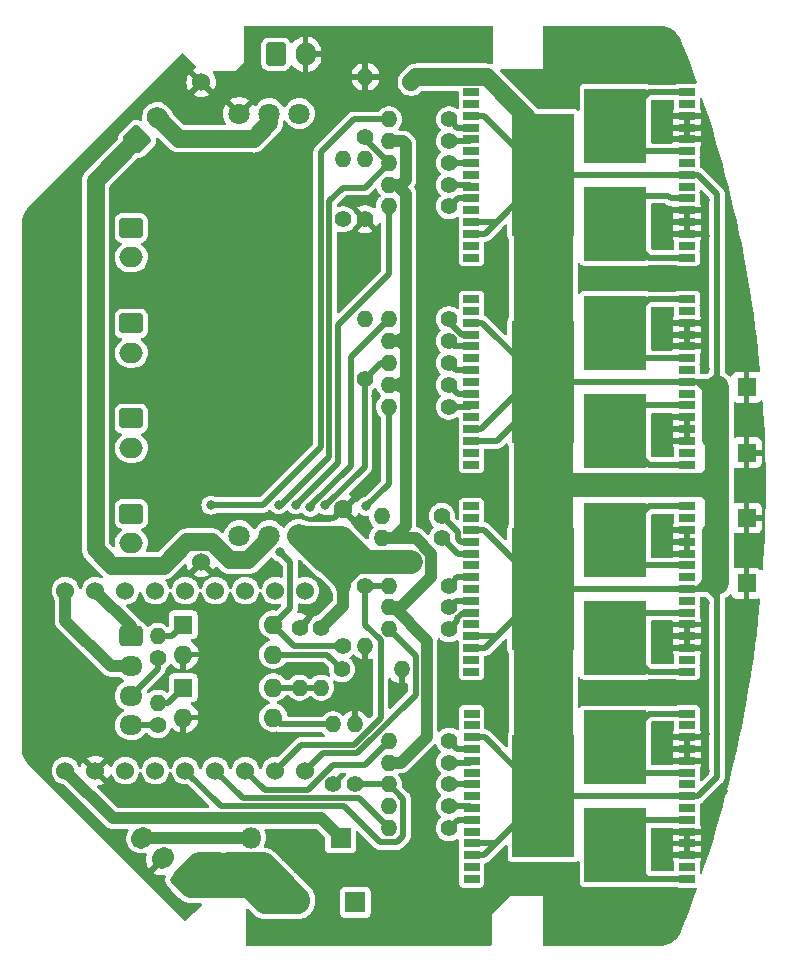
<source format=gbr>
%TF.GenerationSoftware,KiCad,Pcbnew,7.0.9*%
%TF.CreationDate,2024-06-22T14:47:38+09:00*%
%TF.ProjectId,Drive,44726976-652e-46b6-9963-61645f706362,rev?*%
%TF.SameCoordinates,Original*%
%TF.FileFunction,Copper,L1,Top*%
%TF.FilePolarity,Positive*%
%FSLAX46Y46*%
G04 Gerber Fmt 4.6, Leading zero omitted, Abs format (unit mm)*
G04 Created by KiCad (PCBNEW 7.0.9) date 2024-06-22 14:47:38*
%MOMM*%
%LPD*%
G01*
G04 APERTURE LIST*
G04 Aperture macros list*
%AMRoundRect*
0 Rectangle with rounded corners*
0 $1 Rounding radius*
0 $2 $3 $4 $5 $6 $7 $8 $9 X,Y pos of 4 corners*
0 Add a 4 corners polygon primitive as box body*
4,1,4,$2,$3,$4,$5,$6,$7,$8,$9,$2,$3,0*
0 Add four circle primitives for the rounded corners*
1,1,$1+$1,$2,$3*
1,1,$1+$1,$4,$5*
1,1,$1+$1,$6,$7*
1,1,$1+$1,$8,$9*
0 Add four rect primitives between the rounded corners*
20,1,$1+$1,$2,$3,$4,$5,0*
20,1,$1+$1,$4,$5,$6,$7,0*
20,1,$1+$1,$6,$7,$8,$9,0*
20,1,$1+$1,$8,$9,$2,$3,0*%
%AMHorizOval*
0 Thick line with rounded ends*
0 $1 width*
0 $2 $3 position (X,Y) of the first rounded end (center of the circle)*
0 $4 $5 position (X,Y) of the second rounded end (center of the circle)*
0 Add line between two ends*
20,1,$1,$2,$3,$4,$5,0*
0 Add two circle primitives to create the rounded ends*
1,1,$1,$2,$3*
1,1,$1,$4,$5*%
%AMFreePoly0*
4,1,37,-2.000000,3.000000,-1.984315,3.176420,-1.928653,3.370950,-1.834972,3.550293,-1.707107,3.707107,-1.550293,3.834972,-1.370950,3.928653,-1.176420,3.984315,-1.000000,4.000000,1.000000,4.000000,1.176420,3.984315,1.370950,3.928653,1.550293,3.834972,1.707107,3.707107,1.834972,3.550293,1.928653,3.370950,1.984315,3.176420,2.000000,3.000000,2.000000,-3.000000,1.984315,-3.176420,
1.928653,-3.370950,1.834972,-3.550293,1.707107,-3.707107,1.550293,-3.834972,1.370950,-3.928653,1.176420,-3.984315,1.000000,-4.000000,-1.000000,-4.000000,-1.176420,-3.984315,-1.370950,-3.928653,-1.550293,-3.834972,-1.707107,-3.707107,-1.834972,-3.550293,-1.928653,-3.370950,-1.984315,-3.176420,-2.000000,-3.000000,-2.000000,3.000000,-2.000000,3.000000,$1*%
%AMFreePoly1*
4,1,37,-1.750000,1.875000,-1.741990,1.993125,-1.696327,2.176741,-1.612259,2.346247,-1.493718,2.493718,-1.346247,2.612259,-1.176741,2.696327,-0.993125,2.741990,-0.875000,2.750000,0.875000,2.750000,0.993125,2.741990,1.176741,2.696327,1.346247,2.612259,1.493718,2.493718,1.612259,2.346247,1.696327,2.176741,1.741990,1.993125,1.750000,1.875000,1.750000,-1.875000,1.741990,-1.993125,
1.696327,-2.176741,1.612259,-2.346247,1.493718,-2.493718,1.346247,-2.612259,1.176741,-2.696327,0.993125,-2.741990,0.875000,-2.750000,-0.875000,-2.750000,-0.993125,-2.741990,-1.176741,-2.696327,-1.346247,-2.612259,-1.493718,-2.493718,-1.612259,-2.346247,-1.696327,-2.176741,-1.741990,-1.993125,-1.750000,-1.875000,-1.750000,1.875000,-1.750000,1.875000,$1*%
G04 Aperture macros list end*
%TA.AperFunction,ComponentPad*%
%ADD10RoundRect,0.250000X0.936916X0.088388X0.088388X0.936916X-0.936916X-0.088388X-0.088388X-0.936916X0*%
%TD*%
%TA.AperFunction,ComponentPad*%
%ADD11HorizOval,1.700000X0.088388X0.088388X-0.088388X-0.088388X0*%
%TD*%
%TA.AperFunction,ComponentPad*%
%ADD12FreePoly0,0.000000*%
%TD*%
%TA.AperFunction,ComponentPad*%
%ADD13R,1.600000X1.600000*%
%TD*%
%TA.AperFunction,ComponentPad*%
%ADD14C,1.600000*%
%TD*%
%TA.AperFunction,ComponentPad*%
%ADD15C,1.400000*%
%TD*%
%TA.AperFunction,ComponentPad*%
%ADD16O,1.400000X1.400000*%
%TD*%
%TA.AperFunction,ComponentPad*%
%ADD17FreePoly1,0.000000*%
%TD*%
%TA.AperFunction,ComponentPad*%
%ADD18RoundRect,0.250000X-0.600000X-0.750000X0.600000X-0.750000X0.600000X0.750000X-0.600000X0.750000X0*%
%TD*%
%TA.AperFunction,ComponentPad*%
%ADD19O,1.700000X2.000000*%
%TD*%
%TA.AperFunction,ComponentPad*%
%ADD20C,1.800000*%
%TD*%
%TA.AperFunction,ComponentPad*%
%ADD21RoundRect,0.250000X0.106066X-0.954594X0.954594X-0.106066X-0.106066X0.954594X-0.954594X0.106066X0*%
%TD*%
%TA.AperFunction,ComponentPad*%
%ADD22HorizOval,1.700000X-0.106066X0.106066X0.106066X-0.106066X0*%
%TD*%
%TA.AperFunction,SMDPad,CuDef*%
%ADD23R,1.350000X0.660000*%
%TD*%
%TA.AperFunction,SMDPad,CuDef*%
%ADD24R,5.250000X10.300000*%
%TD*%
%TA.AperFunction,SMDPad,CuDef*%
%ADD25R,5.250000X6.230000*%
%TD*%
%TA.AperFunction,ComponentPad*%
%ADD26O,1.600000X1.600000*%
%TD*%
%TA.AperFunction,ComponentPad*%
%ADD27C,1.524000*%
%TD*%
%TA.AperFunction,ComponentPad*%
%ADD28R,1.800000X1.800000*%
%TD*%
%TA.AperFunction,ComponentPad*%
%ADD29O,1.800000X1.800000*%
%TD*%
%TA.AperFunction,ComponentPad*%
%ADD30RoundRect,0.250000X-0.750000X0.600000X-0.750000X-0.600000X0.750000X-0.600000X0.750000X0.600000X0*%
%TD*%
%TA.AperFunction,ComponentPad*%
%ADD31O,2.000000X1.700000*%
%TD*%
%TA.AperFunction,ComponentPad*%
%ADD32RoundRect,0.250000X-0.725000X0.600000X-0.725000X-0.600000X0.725000X-0.600000X0.725000X0.600000X0*%
%TD*%
%TA.AperFunction,ComponentPad*%
%ADD33O,1.950000X1.700000*%
%TD*%
%TA.AperFunction,ViaPad*%
%ADD34C,0.800000*%
%TD*%
%TA.AperFunction,Conductor*%
%ADD35C,0.500000*%
%TD*%
%TA.AperFunction,Conductor*%
%ADD36C,2.000000*%
%TD*%
%TA.AperFunction,Conductor*%
%ADD37C,1.500000*%
%TD*%
%TA.AperFunction,Conductor*%
%ADD38C,5.000000*%
%TD*%
%TA.AperFunction,Conductor*%
%ADD39C,1.000000*%
%TD*%
G04 APERTURE END LIST*
D10*
%TO.P,PWR,1,Pin_1*%
%TO.N,Net-(D1-A)*%
X124053600Y-120904000D03*
D11*
%TO.P,PWR,2,Pin_2*%
%TO.N,GND*%
X122285833Y-119136233D03*
%TO.P,PWR,3,Pin_3*%
%TO.N,Net-(D2-A)*%
X120518066Y-117368466D03*
%TD*%
D12*
%TO.P,,1*%
%TO.N,+12V*%
X154482800Y-113842800D03*
%TD*%
D13*
%TO.P,C4,1*%
%TO.N,GND*%
X171689913Y-90322400D03*
D14*
%TO.P,C4,2*%
%TO.N,+12V*%
X169189913Y-90322400D03*
%TD*%
D15*
%TO.P,R25,1*%
%TO.N,Net-(U8-PWM)*%
X146507200Y-112877600D03*
D16*
%TO.P,R25,2*%
%TO.N,/PWM_4*%
X141427200Y-112877600D03*
%TD*%
D15*
%TO.P,R23,1*%
%TO.N,Net-(U8-INA)*%
X146507200Y-109169200D03*
D16*
%TO.P,R23,2*%
%TO.N,/INA_4*%
X141427200Y-109169200D03*
%TD*%
D15*
%TO.P,R33,1*%
%TO.N,GND*%
X139395200Y-65024000D03*
D16*
%TO.P,R33,2*%
%TO.N,Net-(Q2-G)*%
X139395200Y-59944000D03*
%TD*%
D17*
%TO.P,,1*%
%TO.N,/OUTB_1*%
X160629600Y-65430400D03*
%TD*%
D15*
%TO.P,R5,1*%
%TO.N,Net-(U2-PWM)*%
X146507200Y-60274200D03*
D16*
%TO.P,R5,2*%
%TO.N,/PWM_1*%
X141427200Y-60274200D03*
%TD*%
D18*
%TO.P,Capasitor,1*%
%TO.N,/Solenoid+*%
X131851400Y-51054000D03*
D19*
%TO.P,Capasitor,2*%
%TO.N,GND*%
X134351400Y-51054000D03*
%TD*%
D17*
%TO.P,,1*%
%TO.N,/OUTB_2*%
X160578800Y-82956400D03*
%TD*%
D12*
%TO.P,,1*%
%TO.N,+12V*%
X154482800Y-61315600D03*
%TD*%
D20*
%TO.P,Q1,1,D*%
%TO.N,/Solenoid+*%
X131292600Y-91800800D03*
%TO.P,Q1,2,G*%
%TO.N,Net-(Q1-G)*%
X128752600Y-91800800D03*
%TO.P,Q1,3,S*%
%TO.N,+48V*%
X133832600Y-91800800D03*
%TD*%
D15*
%TO.P,R12,1*%
%TO.N,Net-(U3-EN{slash}DIAGB)*%
X146481800Y-79044800D03*
D16*
%TO.P,R12,2*%
%TO.N,+3.3V*%
X141401800Y-79044800D03*
%TD*%
D15*
%TO.P,R22,1*%
%TO.N,Net-(U8-EN{slash}DIAGA)*%
X146507200Y-111023400D03*
D16*
%TO.P,R22,2*%
%TO.N,+3.3V*%
X141427200Y-111023400D03*
%TD*%
D15*
%TO.P,R13,1*%
%TO.N,/PWM_3*%
X139420600Y-96037400D03*
D16*
%TO.P,R13,2*%
%TO.N,GND*%
X139420600Y-101117400D03*
%TD*%
D21*
%TO.P,Solenoid,1,Pin_1*%
%TO.N,/Solenoid+*%
X120116600Y-58216800D03*
D22*
%TO.P,Solenoid,2,Pin_2*%
%TO.N,/Solenoid-*%
X121884367Y-56449033D03*
%TD*%
D15*
%TO.P,R24,1*%
%TO.N,Net-(U8-INB)*%
X146507200Y-116586000D03*
D16*
%TO.P,R24,2*%
%TO.N,/INB_4*%
X141427200Y-116586000D03*
%TD*%
D15*
%TO.P,R6,1*%
%TO.N,Net-(U2-EN{slash}DIAGB)*%
X146507200Y-62128400D03*
D16*
%TO.P,R6,2*%
%TO.N,+3.3V*%
X141427200Y-62128400D03*
%TD*%
D23*
%TO.P,U3,1,OUTA*%
%TO.N,/OUTA_2*%
X148399400Y-71790200D03*
%TO.P,U3,2,NC*%
%TO.N,unconnected-(U3-NC-Pad2)*%
X148399400Y-72790200D03*
%TO.P,U3,3,VCC*%
%TO.N,+12V*%
X148399400Y-73790200D03*
%TO.P,U3,4,INA*%
%TO.N,Net-(U3-INA)*%
X148399400Y-74790200D03*
%TO.P,U3,5,EN/DIAGA*%
%TO.N,Net-(U3-EN{slash}DIAGA)*%
X148399400Y-75790200D03*
%TO.P,U3,6,CS_DIS*%
%TO.N,unconnected-(U3-CS_DIS-Pad6)*%
X148399400Y-76790200D03*
%TO.P,U3,7,PWM*%
%TO.N,Net-(U3-PWM)*%
X148399400Y-77790200D03*
%TO.P,U3,8,CS*%
%TO.N,unconnected-(U3-CS-Pad8)*%
X148399400Y-78790200D03*
%TO.P,U3,9,EN/DIAGB*%
%TO.N,Net-(U3-EN{slash}DIAGB)*%
X148399400Y-79790200D03*
%TO.P,U3,10,INB*%
%TO.N,Net-(U3-INB)*%
X148399400Y-80790200D03*
%TO.P,U3,11,CP*%
%TO.N,unconnected-(U3-CP-Pad11)*%
X148399400Y-81790200D03*
%TO.P,U3,12,VBAT*%
%TO.N,+12V*%
X148399400Y-82790200D03*
%TO.P,U3,13,VCC*%
X148399400Y-83790200D03*
%TO.P,U3,14,NC*%
%TO.N,unconnected-(U3-NC-Pad14)*%
X148399400Y-84790200D03*
%TO.P,U3,15,OUTB*%
%TO.N,/OUTB_2*%
X148399400Y-85790200D03*
%TO.P,U3,16,OUTB*%
X166649400Y-85790200D03*
%TO.P,U3,17,NC*%
%TO.N,unconnected-(U3-NC-Pad17)*%
X166649400Y-84790200D03*
%TO.P,U3,18,GNDB*%
%TO.N,GND*%
X166649400Y-83790200D03*
%TO.P,U3,19,GNDB*%
X166649400Y-82790200D03*
%TO.P,U3,20,GNDB*%
X166649400Y-81790200D03*
%TO.P,U3,21,OUTB*%
%TO.N,/OUTB_2*%
X166649400Y-80790200D03*
%TO.P,U3,22,NC*%
%TO.N,unconnected-(U3-NC-Pad22)*%
X166649400Y-79790200D03*
%TO.P,U3,23,VCC*%
%TO.N,+12V*%
X166649400Y-78790200D03*
%TO.P,U3,24,NC*%
%TO.N,unconnected-(U3-NC-Pad24)*%
X166649400Y-77790200D03*
%TO.P,U3,25,OUTA*%
%TO.N,/OUTA_2*%
X166649400Y-76790200D03*
%TO.P,U3,26,GNDA*%
%TO.N,GND*%
X166649400Y-75790200D03*
%TO.P,U3,27,GNDA*%
X166649400Y-74790200D03*
%TO.P,U3,28,GNDA*%
X166649400Y-73790200D03*
%TO.P,U3,29,NC*%
%TO.N,unconnected-(U3-NC-Pad29)*%
X166649400Y-72790200D03*
%TO.P,U3,30,OUTA*%
%TO.N,/OUTA_2*%
X166649400Y-71790200D03*
D24*
%TO.P,U3,31,VCC*%
%TO.N,+12V*%
X154474400Y-78790200D03*
D25*
%TO.P,U3,32,OUTB*%
%TO.N,/OUTB_2*%
X160574400Y-82955200D03*
%TO.P,U3,33,OUTA*%
%TO.N,/OUTA_2*%
X160574400Y-74625200D03*
%TD*%
D12*
%TO.P,,1*%
%TO.N,+12V*%
X154508200Y-78740000D03*
%TD*%
D15*
%TO.P,R28,1*%
%TO.N,Net-(U8-EN{slash}DIAGB)*%
X146507200Y-114731800D03*
D16*
%TO.P,R28,2*%
%TO.N,+3.3V*%
X141427200Y-114731800D03*
%TD*%
D12*
%TO.P,,1*%
%TO.N,+12V*%
X154457400Y-96418400D03*
%TD*%
D17*
%TO.P,,1*%
%TO.N,/OUTA_3*%
X160578800Y-92151200D03*
%TD*%
D15*
%TO.P,R31,1*%
%TO.N,GND*%
X133841200Y-99593400D03*
D16*
%TO.P,R31,2*%
%TO.N,Net-(R30-Pad2)*%
X133841200Y-104673400D03*
%TD*%
D13*
%TO.P,U6,1*%
%TO.N,Net-(R19-Pad2)*%
X124012800Y-99334400D03*
D26*
%TO.P,U6,2*%
%TO.N,GND*%
X124012800Y-101874400D03*
%TO.P,U6,3*%
%TO.N,Net-(R29-Pad1)*%
X131632800Y-101874400D03*
%TO.P,U6,4*%
%TO.N,Net-(Q1-G)*%
X131632800Y-99334400D03*
%TD*%
D27*
%TO.P,U1,1,5v*%
%TO.N,+5V*%
X114019000Y-111709200D03*
%TO.P,U1,2,GND*%
%TO.N,GND*%
X116559000Y-111709200D03*
%TO.P,U1,3,3.3v*%
%TO.N,+3.3V*%
X119099000Y-111709200D03*
%TO.P,U1,4,GP29/ADC3*%
%TO.N,unconnected-(U1-GP29{slash}ADC3-Pad4)*%
X121639000Y-111709200D03*
%TO.P,U1,5,GP28/ADC2*%
%TO.N,/PWM_4*%
X124179000Y-111709200D03*
%TO.P,U1,6,GP27/ADC1/SCL*%
%TO.N,/INB_4*%
X126719000Y-111709200D03*
%TO.P,U1,7,GP26/ADC0/SDA*%
%TO.N,/INA_4*%
X129259000Y-111709200D03*
%TO.P,U1,8,GP15/SCL*%
%TO.N,/PWM_3*%
X131799000Y-111709200D03*
%TO.P,U1,9,GP14/SDA*%
%TO.N,/INB_3*%
X134339000Y-111709200D03*
%TO.P,U1,15,GP8/TX1/SDA*%
%TO.N,/INA_3*%
X134339000Y-96469200D03*
%TO.P,U1,16,GP7/SCL*%
%TO.N,/INB_2*%
X131799000Y-96469200D03*
%TO.P,U1,17,GP6/SDA*%
%TO.N,/PWM_2*%
X129259000Y-96469200D03*
%TO.P,U1,18,GP5/RX1/SCl*%
%TO.N,/INA_2*%
X126719000Y-96469200D03*
%TO.P,U1,19,GP4/TX1/SDA*%
%TO.N,/INB_1*%
X124179000Y-96469200D03*
%TO.P,U1,20,GP3/SCL*%
%TO.N,/PWM_1*%
X121639000Y-96469200D03*
%TO.P,U1,21,GP2/SDA*%
%TO.N,/INA_1*%
X119099000Y-96469200D03*
%TO.P,U1,22,GP1/RX0/SCL*%
%TO.N,/MD_TX*%
X116559000Y-96469200D03*
%TO.P,U1,23,GP0/TX0/SDA*%
%TO.N,/MD_RX*%
X114019000Y-96469200D03*
%TD*%
D15*
%TO.P,R7,1*%
%TO.N,/PWM_2*%
X139344400Y-78587600D03*
D16*
%TO.P,R7,2*%
%TO.N,GND*%
X139344400Y-73507600D03*
%TD*%
D17*
%TO.P,,1*%
%TO.N,/OUTB_4*%
X160502600Y-118084600D03*
%TD*%
D15*
%TO.P,R10,1*%
%TO.N,Net-(U3-INB)*%
X146481800Y-80899000D03*
D16*
%TO.P,R10,2*%
%TO.N,/INB_2*%
X141401800Y-80899000D03*
%TD*%
D15*
%TO.P,R18,1*%
%TO.N,Net-(U5-EN{slash}DIAGB)*%
X146507200Y-97891600D03*
D16*
%TO.P,R18,2*%
%TO.N,+3.3V*%
X141427200Y-97891600D03*
%TD*%
D28*
%TO.P,D1,1,K*%
%TO.N,+12V*%
X138557000Y-122859800D03*
D29*
%TO.P,D1,2,A*%
%TO.N,Net-(D1-A)*%
X130937000Y-122859800D03*
%TD*%
D20*
%TO.P,Q2,1,D*%
%TO.N,/Solenoid-*%
X131292600Y-56083200D03*
%TO.P,Q2,2,G*%
%TO.N,Net-(Q2-G)*%
X133832600Y-56083200D03*
%TO.P,Q2,3,S*%
%TO.N,GND*%
X128752600Y-56083200D03*
%TD*%
D15*
%TO.P,R17,1*%
%TO.N,Net-(U5-PWM)*%
X146507200Y-96037400D03*
D16*
%TO.P,R17,2*%
%TO.N,/PWM_3*%
X141427200Y-96037400D03*
%TD*%
D15*
%TO.P,R20,1*%
%TO.N,/FET2*%
X121843800Y-107848400D03*
D16*
%TO.P,R20,2*%
%TO.N,Net-(R20-Pad2)*%
X121843800Y-105948400D03*
%TD*%
D17*
%TO.P,,1*%
%TO.N,/OUTB_3*%
X160553400Y-100558600D03*
%TD*%
D15*
%TO.P,R9,1*%
%TO.N,Net-(U3-INA)*%
X146481800Y-73482200D03*
D16*
%TO.P,R9,2*%
%TO.N,/INA_2*%
X141401800Y-73482200D03*
%TD*%
D17*
%TO.P,,1*%
%TO.N,/OUTA_1*%
X160655000Y-57023000D03*
%TD*%
D13*
%TO.P,C1,1*%
%TO.N,GND*%
X171689913Y-79248000D03*
D14*
%TO.P,C1,2*%
%TO.N,+12V*%
X169189913Y-79248000D03*
%TD*%
D30*
%TO.P,M2,1,Pin_1*%
%TO.N,/OUTB_2*%
X119604200Y-73836000D03*
D31*
%TO.P,M2,2,Pin_2*%
%TO.N,/OUTA_2*%
X119604200Y-76336000D03*
%TD*%
D23*
%TO.P,U5,1,OUTA*%
%TO.N,/OUTA_3*%
X148399400Y-89330600D03*
%TO.P,U5,2,NC*%
%TO.N,unconnected-(U5-NC-Pad2)*%
X148399400Y-90330600D03*
%TO.P,U5,3,VCC*%
%TO.N,+12V*%
X148399400Y-91330600D03*
%TO.P,U5,4,INA*%
%TO.N,Net-(U5-INA)*%
X148399400Y-92330600D03*
%TO.P,U5,5,EN/DIAGA*%
%TO.N,Net-(U5-EN{slash}DIAGA)*%
X148399400Y-93330600D03*
%TO.P,U5,6,CS_DIS*%
%TO.N,unconnected-(U5-CS_DIS-Pad6)*%
X148399400Y-94330600D03*
%TO.P,U5,7,PWM*%
%TO.N,Net-(U5-PWM)*%
X148399400Y-95330600D03*
%TO.P,U5,8,CS*%
%TO.N,unconnected-(U5-CS-Pad8)*%
X148399400Y-96330600D03*
%TO.P,U5,9,EN/DIAGB*%
%TO.N,Net-(U5-EN{slash}DIAGB)*%
X148399400Y-97330600D03*
%TO.P,U5,10,INB*%
%TO.N,Net-(U5-INB)*%
X148399400Y-98330600D03*
%TO.P,U5,11,CP*%
%TO.N,unconnected-(U5-CP-Pad11)*%
X148399400Y-99330600D03*
%TO.P,U5,12,VBAT*%
%TO.N,+12V*%
X148399400Y-100330600D03*
%TO.P,U5,13,VCC*%
X148399400Y-101330600D03*
%TO.P,U5,14,NC*%
%TO.N,unconnected-(U5-NC-Pad14)*%
X148399400Y-102330600D03*
%TO.P,U5,15,OUTB*%
%TO.N,/OUTB_3*%
X148399400Y-103330600D03*
%TO.P,U5,16,OUTB*%
X166649400Y-103330600D03*
%TO.P,U5,17,NC*%
%TO.N,unconnected-(U5-NC-Pad17)*%
X166649400Y-102330600D03*
%TO.P,U5,18,GNDB*%
%TO.N,GND*%
X166649400Y-101330600D03*
%TO.P,U5,19,GNDB*%
X166649400Y-100330600D03*
%TO.P,U5,20,GNDB*%
X166649400Y-99330600D03*
%TO.P,U5,21,OUTB*%
%TO.N,/OUTB_3*%
X166649400Y-98330600D03*
%TO.P,U5,22,NC*%
%TO.N,unconnected-(U5-NC-Pad22)*%
X166649400Y-97330600D03*
%TO.P,U5,23,VCC*%
%TO.N,+12V*%
X166649400Y-96330600D03*
%TO.P,U5,24,NC*%
%TO.N,unconnected-(U5-NC-Pad24)*%
X166649400Y-95330600D03*
%TO.P,U5,25,OUTA*%
%TO.N,/OUTA_3*%
X166649400Y-94330600D03*
%TO.P,U5,26,GNDA*%
%TO.N,GND*%
X166649400Y-93330600D03*
%TO.P,U5,27,GNDA*%
X166649400Y-92330600D03*
%TO.P,U5,28,GNDA*%
X166649400Y-91330600D03*
%TO.P,U5,29,NC*%
%TO.N,unconnected-(U5-NC-Pad29)*%
X166649400Y-90330600D03*
%TO.P,U5,30,OUTA*%
%TO.N,/OUTA_3*%
X166649400Y-89330600D03*
D24*
%TO.P,U5,31,VCC*%
%TO.N,+12V*%
X154474400Y-96330600D03*
D25*
%TO.P,U5,32,OUTB*%
%TO.N,/OUTB_3*%
X160574400Y-100495600D03*
%TO.P,U5,33,OUTA*%
%TO.N,/OUTA_3*%
X160574400Y-92165600D03*
%TD*%
D13*
%TO.P,U7,1*%
%TO.N,Net-(R20-Pad2)*%
X124007400Y-104668400D03*
D26*
%TO.P,U7,2*%
%TO.N,GND*%
X124007400Y-107208400D03*
%TO.P,U7,3*%
%TO.N,Net-(R27-Pad2)*%
X131627400Y-107208400D03*
%TO.P,U7,4*%
%TO.N,Net-(R30-Pad2)*%
X131627400Y-104668400D03*
%TD*%
D13*
%TO.P,C5,1*%
%TO.N,GND*%
X171689913Y-95859600D03*
D14*
%TO.P,C5,2*%
%TO.N,+12V*%
X169189913Y-95859600D03*
%TD*%
D30*
%TO.P,M1,1,Pin_1*%
%TO.N,/OUTB_1*%
X119604200Y-65755200D03*
D31*
%TO.P,M1,2,Pin_2*%
%TO.N,/OUTA_1*%
X119604200Y-68255200D03*
%TD*%
D30*
%TO.P,M3,1,Pin_1*%
%TO.N,/OUTB_3*%
X119604200Y-81887800D03*
D31*
%TO.P,M3,2,Pin_2*%
%TO.N,/OUTA_3*%
X119604200Y-84387800D03*
%TD*%
D15*
%TO.P,R15,1*%
%TO.N,Net-(U5-INA)*%
X145897600Y-90144600D03*
D16*
%TO.P,R15,2*%
%TO.N,/INA_3*%
X140817600Y-90144600D03*
%TD*%
D13*
%TO.P,C2,1*%
%TO.N,GND*%
X171689913Y-84785200D03*
D14*
%TO.P,C2,2*%
%TO.N,+12V*%
X169189913Y-84785200D03*
%TD*%
D15*
%TO.P,R1,1*%
%TO.N,/PWM_1*%
X139420600Y-58039000D03*
D16*
%TO.P,R1,2*%
%TO.N,GND*%
X139420600Y-52959000D03*
%TD*%
D23*
%TO.P,U8,1,OUTA*%
%TO.N,/OUTA_4*%
X148405800Y-106872200D03*
%TO.P,U8,2,NC*%
%TO.N,unconnected-(U8-NC-Pad2)*%
X148405800Y-107872200D03*
%TO.P,U8,3,VCC*%
%TO.N,+12V*%
X148405800Y-108872200D03*
%TO.P,U8,4,INA*%
%TO.N,Net-(U8-INA)*%
X148405800Y-109872200D03*
%TO.P,U8,5,EN/DIAGA*%
%TO.N,Net-(U8-EN{slash}DIAGA)*%
X148405800Y-110872200D03*
%TO.P,U8,6,CS_DIS*%
%TO.N,unconnected-(U8-CS_DIS-Pad6)*%
X148405800Y-111872200D03*
%TO.P,U8,7,PWM*%
%TO.N,Net-(U8-PWM)*%
X148405800Y-112872200D03*
%TO.P,U8,8,CS*%
%TO.N,unconnected-(U8-CS-Pad8)*%
X148405800Y-113872200D03*
%TO.P,U8,9,EN/DIAGB*%
%TO.N,Net-(U8-EN{slash}DIAGB)*%
X148405800Y-114872200D03*
%TO.P,U8,10,INB*%
%TO.N,Net-(U8-INB)*%
X148405800Y-115872200D03*
%TO.P,U8,11,CP*%
%TO.N,unconnected-(U8-CP-Pad11)*%
X148405800Y-116872200D03*
%TO.P,U8,12,VBAT*%
%TO.N,+12V*%
X148405800Y-117872200D03*
%TO.P,U8,13,VCC*%
X148405800Y-118872200D03*
%TO.P,U8,14,NC*%
%TO.N,unconnected-(U8-NC-Pad14)*%
X148405800Y-119872200D03*
%TO.P,U8,15,OUTB*%
%TO.N,/OUTB_4*%
X148405800Y-120872200D03*
%TO.P,U8,16,OUTB*%
X166655800Y-120872200D03*
%TO.P,U8,17,NC*%
%TO.N,unconnected-(U8-NC-Pad17)*%
X166655800Y-119872200D03*
%TO.P,U8,18,GNDB*%
%TO.N,GND*%
X166655800Y-118872200D03*
%TO.P,U8,19,GNDB*%
X166655800Y-117872200D03*
%TO.P,U8,20,GNDB*%
X166655800Y-116872200D03*
%TO.P,U8,21,OUTB*%
%TO.N,/OUTB_4*%
X166655800Y-115872200D03*
%TO.P,U8,22,NC*%
%TO.N,unconnected-(U8-NC-Pad22)*%
X166655800Y-114872200D03*
%TO.P,U8,23,VCC*%
%TO.N,+12V*%
X166655800Y-113872200D03*
%TO.P,U8,24,NC*%
%TO.N,unconnected-(U8-NC-Pad24)*%
X166655800Y-112872200D03*
%TO.P,U8,25,OUTA*%
%TO.N,/OUTA_4*%
X166655800Y-111872200D03*
%TO.P,U8,26,GNDA*%
%TO.N,GND*%
X166655800Y-110872200D03*
%TO.P,U8,27,GNDA*%
X166655800Y-109872200D03*
%TO.P,U8,28,GNDA*%
X166655800Y-108872200D03*
%TO.P,U8,29,NC*%
%TO.N,unconnected-(U8-NC-Pad29)*%
X166655800Y-107872200D03*
%TO.P,U8,30,OUTA*%
%TO.N,/OUTA_4*%
X166655800Y-106872200D03*
D24*
%TO.P,U8,31,VCC*%
%TO.N,+12V*%
X154480800Y-113872200D03*
D25*
%TO.P,U8,32,OUTB*%
%TO.N,/OUTB_4*%
X160580800Y-118037200D03*
%TO.P,U8,33,OUTA*%
%TO.N,/OUTA_4*%
X160580800Y-109707200D03*
%TD*%
D15*
%TO.P,R19,1*%
%TO.N,/FET1*%
X121843800Y-102200200D03*
D16*
%TO.P,R19,2*%
%TO.N,Net-(R19-Pad2)*%
X121843800Y-100300200D03*
%TD*%
D28*
%TO.P,D2,1,K*%
%TO.N,+5V*%
X137312400Y-117373400D03*
D29*
%TO.P,D2,2,A*%
%TO.N,Net-(D2-A)*%
X129692400Y-117373400D03*
%TD*%
D15*
%TO.P,R32,1*%
%TO.N,Net-(R27-Pad2)*%
X137515600Y-65024000D03*
D16*
%TO.P,R32,2*%
%TO.N,Net-(Q2-G)*%
X137515600Y-59944000D03*
%TD*%
D15*
%TO.P,R2,1*%
%TO.N,Net-(U2-EN{slash}DIAGA)*%
X146507200Y-58420000D03*
D16*
%TO.P,R2,2*%
%TO.N,+3.3V*%
X141427200Y-58420000D03*
%TD*%
D15*
%TO.P,R14,1*%
%TO.N,Net-(U5-EN{slash}DIAGA)*%
X145897600Y-91998800D03*
D16*
%TO.P,R14,2*%
%TO.N,+3.3V*%
X140817600Y-91998800D03*
%TD*%
D17*
%TO.P,,1*%
%TO.N,/OUTA_2*%
X160604200Y-74549000D03*
%TD*%
D15*
%TO.P,R30,1*%
%TO.N,+48V*%
X135686800Y-99593400D03*
D16*
%TO.P,R30,2*%
%TO.N,Net-(R30-Pad2)*%
X135686800Y-104673400D03*
%TD*%
D30*
%TO.P,M4,1,Pin_1*%
%TO.N,/OUTB_4*%
X119604200Y-89965000D03*
D31*
%TO.P,M4,2,Pin_2*%
%TO.N,/OUTA_4*%
X119604200Y-92465000D03*
%TD*%
D23*
%TO.P,U2,1,OUTA*%
%TO.N,/OUTA_1*%
X148399400Y-54264200D03*
%TO.P,U2,2,NC*%
%TO.N,unconnected-(U2-NC-Pad2)*%
X148399400Y-55264200D03*
%TO.P,U2,3,VCC*%
%TO.N,+12V*%
X148399400Y-56264200D03*
%TO.P,U2,4,INA*%
%TO.N,Net-(U2-INA)*%
X148399400Y-57264200D03*
%TO.P,U2,5,EN/DIAGA*%
%TO.N,Net-(U2-EN{slash}DIAGA)*%
X148399400Y-58264200D03*
%TO.P,U2,6,CS_DIS*%
%TO.N,unconnected-(U2-CS_DIS-Pad6)*%
X148399400Y-59264200D03*
%TO.P,U2,7,PWM*%
%TO.N,Net-(U2-PWM)*%
X148399400Y-60264200D03*
%TO.P,U2,8,CS*%
%TO.N,unconnected-(U2-CS-Pad8)*%
X148399400Y-61264200D03*
%TO.P,U2,9,EN/DIAGB*%
%TO.N,Net-(U2-EN{slash}DIAGB)*%
X148399400Y-62264200D03*
%TO.P,U2,10,INB*%
%TO.N,Net-(U2-INB)*%
X148399400Y-63264200D03*
%TO.P,U2,11,CP*%
%TO.N,unconnected-(U2-CP-Pad11)*%
X148399400Y-64264200D03*
%TO.P,U2,12,VBAT*%
%TO.N,+12V*%
X148399400Y-65264200D03*
%TO.P,U2,13,VCC*%
X148399400Y-66264200D03*
%TO.P,U2,14,NC*%
%TO.N,unconnected-(U2-NC-Pad14)*%
X148399400Y-67264200D03*
%TO.P,U2,15,OUTB*%
%TO.N,/OUTB_1*%
X148399400Y-68264200D03*
%TO.P,U2,16,OUTB*%
X166649400Y-68264200D03*
%TO.P,U2,17,NC*%
%TO.N,unconnected-(U2-NC-Pad17)*%
X166649400Y-67264200D03*
%TO.P,U2,18,GNDB*%
%TO.N,GND*%
X166649400Y-66264200D03*
%TO.P,U2,19,GNDB*%
X166649400Y-65264200D03*
%TO.P,U2,20,GNDB*%
X166649400Y-64264200D03*
%TO.P,U2,21,OUTB*%
%TO.N,/OUTB_1*%
X166649400Y-63264200D03*
%TO.P,U2,22,NC*%
%TO.N,unconnected-(U2-NC-Pad22)*%
X166649400Y-62264200D03*
%TO.P,U2,23,VCC*%
%TO.N,+12V*%
X166649400Y-61264200D03*
%TO.P,U2,24,NC*%
%TO.N,unconnected-(U2-NC-Pad24)*%
X166649400Y-60264200D03*
%TO.P,U2,25,OUTA*%
%TO.N,/OUTA_1*%
X166649400Y-59264200D03*
%TO.P,U2,26,GNDA*%
%TO.N,GND*%
X166649400Y-58264200D03*
%TO.P,U2,27,GNDA*%
X166649400Y-57264200D03*
%TO.P,U2,28,GNDA*%
X166649400Y-56264200D03*
%TO.P,U2,29,NC*%
%TO.N,unconnected-(U2-NC-Pad29)*%
X166649400Y-55264200D03*
%TO.P,U2,30,OUTA*%
%TO.N,/OUTA_1*%
X166649400Y-54264200D03*
D24*
%TO.P,U2,31,VCC*%
%TO.N,+12V*%
X154474400Y-61264200D03*
D25*
%TO.P,U2,32,OUTB*%
%TO.N,/OUTB_1*%
X160574400Y-65429200D03*
%TO.P,U2,33,OUTA*%
%TO.N,/OUTA_1*%
X160574400Y-57099200D03*
%TD*%
D14*
%TO.P,C3,1*%
%TO.N,+48V*%
X137515600Y-92075000D03*
%TO.P,C3,2*%
%TO.N,GND*%
X137515600Y-89575000D03*
%TD*%
D15*
%TO.P,R26,1*%
%TO.N,Net-(Q1-G)*%
X137541000Y-101117400D03*
D16*
%TO.P,R26,2*%
%TO.N,+48V*%
X137541000Y-96037400D03*
%TD*%
D17*
%TO.P,,1*%
%TO.N,/OUTA_4*%
X160528000Y-109677200D03*
%TD*%
D15*
%TO.P,R11,1*%
%TO.N,Net-(U3-PWM)*%
X146481800Y-77190600D03*
D16*
%TO.P,R11,2*%
%TO.N,/PWM_2*%
X141401800Y-77190600D03*
%TD*%
D32*
%TO.P,J2,1,Pin_1*%
%TO.N,/MD_TX*%
X119583200Y-100348200D03*
D33*
%TO.P,J2,2,Pin_2*%
%TO.N,/MD_RX*%
X119583200Y-102848200D03*
%TO.P,J2,3,Pin_3*%
%TO.N,/FET1*%
X119583200Y-105348200D03*
%TO.P,J2,4,Pin_4*%
%TO.N,/FET2*%
X119583200Y-107848200D03*
%TD*%
D15*
%TO.P,R4,1*%
%TO.N,Net-(U2-INB)*%
X146507200Y-63906400D03*
D16*
%TO.P,R4,2*%
%TO.N,/INB_1*%
X141427200Y-63906400D03*
%TD*%
D15*
%TO.P,R21,1*%
%TO.N,/PWM_4*%
X138531600Y-112877600D03*
D16*
%TO.P,R21,2*%
%TO.N,GND*%
X138531600Y-107797600D03*
%TD*%
D15*
%TO.P,R3,1*%
%TO.N,Net-(U2-INA)*%
X146507200Y-56565800D03*
D16*
%TO.P,R3,2*%
%TO.N,/INA_1*%
X141427200Y-56565800D03*
%TD*%
D15*
%TO.P,R8,1*%
%TO.N,Net-(U3-EN{slash}DIAGA)*%
X146481800Y-75336400D03*
D16*
%TO.P,R8,2*%
%TO.N,+3.3V*%
X141401800Y-75336400D03*
%TD*%
D27*
%TO.P,U4,1,IN+*%
%TO.N,+12V*%
X143306800Y-53416200D03*
%TO.P,U4,2,IN-*%
%TO.N,GND*%
X125526800Y-53416200D03*
%TO.P,U4,3,OUT+*%
%TO.N,+48V*%
X143306800Y-94056200D03*
%TO.P,U4,4,OUT-*%
%TO.N,GND*%
X125526800Y-94056200D03*
%TD*%
D15*
%TO.P,R27,1*%
%TO.N,GND*%
X136652000Y-112877600D03*
D16*
%TO.P,R27,2*%
%TO.N,Net-(R27-Pad2)*%
X136652000Y-107797600D03*
%TD*%
D15*
%TO.P,R29,1*%
%TO.N,Net-(R29-Pad1)*%
X137439400Y-103124000D03*
D16*
%TO.P,R29,2*%
%TO.N,GND*%
X142519400Y-103124000D03*
%TD*%
D15*
%TO.P,R16,1*%
%TO.N,Net-(U5-INB)*%
X146507200Y-99745800D03*
D16*
%TO.P,R16,2*%
%TO.N,/INB_3*%
X141427200Y-99745800D03*
%TD*%
D34*
%TO.N,GND*%
X171323000Y-100965000D03*
X139446000Y-54864000D03*
X170434000Y-65278000D03*
X168148000Y-66421000D03*
X112268000Y-111760000D03*
X130937000Y-77470000D03*
X124079000Y-52070000D03*
X168148000Y-63373000D03*
X135382000Y-121285000D03*
X135255000Y-117602000D03*
X164592000Y-117221000D03*
X133096000Y-125349000D03*
X114808000Y-87122000D03*
X144399000Y-50292000D03*
X117856000Y-109982000D03*
X144272000Y-116586000D03*
X134747000Y-98171000D03*
X168021000Y-73787000D03*
X171704000Y-86614000D03*
X127127000Y-73660000D03*
X166751000Y-52959000D03*
X134366000Y-73660000D03*
X163322000Y-69469000D03*
X119634000Y-114300000D03*
X117602000Y-58039000D03*
X124206000Y-123698000D03*
X168148000Y-108585000D03*
X125857000Y-107188000D03*
X136017000Y-49403000D03*
X139446000Y-50292000D03*
X131445000Y-53086000D03*
X165608000Y-70104000D03*
X132842000Y-57785000D03*
X139192000Y-118110000D03*
X126873000Y-62738000D03*
X117729000Y-117221000D03*
X111125000Y-101600000D03*
X164592000Y-99822000D03*
X171323000Y-73787000D03*
X117475000Y-104394000D03*
X146431000Y-104394000D03*
X171704000Y-88519000D03*
X124079000Y-109601000D03*
X164973000Y-90551000D03*
X138049000Y-63500000D03*
X154940000Y-125984000D03*
X149479000Y-125857000D03*
X168148000Y-57023000D03*
X168275000Y-117475000D03*
X160528000Y-124587000D03*
X120142000Y-60579000D03*
X168021000Y-69977000D03*
X118237000Y-62992000D03*
X146431000Y-101473000D03*
X164592000Y-101854000D03*
X131826000Y-117475000D03*
X138557000Y-105918000D03*
X146558000Y-54864000D03*
X156972000Y-120015000D03*
X165481000Y-105156000D03*
X171704000Y-80899000D03*
X117856000Y-113157000D03*
X115316000Y-94869000D03*
X168148000Y-97536000D03*
X114681000Y-78994000D03*
X137287000Y-52959000D03*
X134366000Y-62611000D03*
X123698000Y-55880000D03*
X168275000Y-114935000D03*
X129794000Y-125984000D03*
X164592000Y-64389000D03*
X124460000Y-60071000D03*
X144145000Y-112649000D03*
X164846000Y-125730000D03*
X121539000Y-54229000D03*
X153543000Y-121793000D03*
X142240000Y-54991000D03*
X149225000Y-50292000D03*
X111379000Y-65024000D03*
X125730000Y-101854000D03*
X146431000Y-107442000D03*
X134366000Y-53213000D03*
X169418000Y-61468000D03*
X134239000Y-106426000D03*
X129032000Y-104013000D03*
X114300000Y-109474000D03*
X164719000Y-122047000D03*
X134493000Y-58801000D03*
X164592000Y-66675000D03*
X164592000Y-84455000D03*
X164592000Y-82169000D03*
X129921000Y-100965000D03*
X150368000Y-105029000D03*
X130429000Y-97917000D03*
X168529000Y-59309000D03*
X123698000Y-80899000D03*
X139954000Y-63246000D03*
X120904000Y-120523000D03*
X124587000Y-54991000D03*
X164973000Y-75438000D03*
X139319000Y-102997000D03*
X119888000Y-55880000D03*
X168021000Y-105156000D03*
X129794000Y-124460000D03*
X127000000Y-98298000D03*
X170815000Y-105537000D03*
X111125000Y-75057000D03*
X140335000Y-80010000D03*
X125857000Y-77470000D03*
X132588000Y-109093000D03*
X172593000Y-82042000D03*
X136271000Y-56896000D03*
X165227000Y-53213000D03*
X135255000Y-124079000D03*
X145796000Y-119126000D03*
X155194000Y-120015000D03*
X144653000Y-64897000D03*
X170307000Y-110744000D03*
X114554000Y-70104000D03*
X168148000Y-111760000D03*
X129921000Y-54610000D03*
X144780000Y-54864000D03*
X160528000Y-122174000D03*
X168148000Y-77724000D03*
X134366000Y-80899000D03*
X144907000Y-110744000D03*
X168021000Y-101346000D03*
X111125000Y-83185000D03*
X164719000Y-119253000D03*
X142113000Y-105029000D03*
X144526000Y-60071000D03*
X136906000Y-125984000D03*
X171704000Y-97663000D03*
X171577000Y-77470000D03*
X164973000Y-73025000D03*
X113665000Y-105918000D03*
X110998000Y-109474000D03*
X111125000Y-91186000D03*
X143129000Y-56896000D03*
X169672000Y-113411000D03*
X163576000Y-104394000D03*
X129286000Y-107188000D03*
X164973000Y-93091000D03*
X164338000Y-50419000D03*
X170815000Y-69342000D03*
X171704000Y-83058000D03*
X160020000Y-50292000D03*
X114427000Y-61595000D03*
X155829000Y-50292000D03*
X120015000Y-79121000D03*
X172720000Y-87630000D03*
X130048000Y-60071000D03*
%TO.N,Net-(D1-A)*%
X130175000Y-121056400D03*
X127406400Y-119989600D03*
X129565400Y-119786400D03*
X133400800Y-122758200D03*
X131470400Y-120396000D03*
X128549400Y-121335800D03*
X125476000Y-119710200D03*
X132486400Y-121615200D03*
X126136400Y-121335800D03*
%TO.N,Net-(Q1-G)*%
X132205182Y-93193820D03*
%TO.N,/PWM_1*%
X132080000Y-89174500D03*
%TO.N,/INA_1*%
X126339600Y-89230200D03*
%TO.N,/INB_1*%
X133511445Y-89177931D03*
%TO.N,/PWM_2*%
X136038374Y-89249376D03*
%TO.N,/INA_2*%
X134747000Y-89408000D03*
%TO.N,/INB_2*%
X139496800Y-89331800D03*
%TD*%
D35*
%TO.N,GND*%
X136793600Y-90297000D02*
X135509000Y-90297000D01*
X137515600Y-89575000D02*
X136793600Y-90297000D01*
D36*
%TO.N,+12V*%
X169189913Y-88466113D02*
X169189913Y-95859600D01*
D35*
X167554400Y-78790200D02*
X168198800Y-79434600D01*
X149512200Y-108872200D02*
X154482800Y-113842800D01*
X148399400Y-56264200D02*
X149474400Y-56264200D01*
X149179718Y-82790200D02*
X153179718Y-78790200D01*
D37*
X143306800Y-53416200D02*
X143738800Y-52984200D01*
D35*
X166649400Y-78790200D02*
X154558400Y-78790200D01*
X167880713Y-96330600D02*
X169189913Y-95021400D01*
X166655800Y-113872200D02*
X167560800Y-113872200D01*
X154512200Y-113872200D02*
X154482800Y-113842800D01*
X154534200Y-61264200D02*
X154482800Y-61315600D01*
X167560800Y-113872200D02*
X169189913Y-112243087D01*
X148399400Y-66264200D02*
X149534200Y-66264200D01*
X166649400Y-61264200D02*
X154534200Y-61264200D01*
X148399400Y-91330600D02*
X149474400Y-91330600D01*
X148399400Y-82790200D02*
X149179718Y-82790200D01*
X150534200Y-65264200D02*
X154482800Y-61315600D01*
D37*
X169189913Y-95859600D02*
X169189913Y-95021400D01*
D35*
X149474400Y-91330600D02*
X154474400Y-96330600D01*
X149474400Y-56264200D02*
X154474400Y-61264200D01*
X169189913Y-62899713D02*
X169189913Y-78308200D01*
D36*
X168277600Y-87553800D02*
X169189913Y-88466113D01*
D35*
X149480800Y-118872200D02*
X154480800Y-113872200D01*
X148399400Y-101330600D02*
X149545200Y-101330600D01*
X168198800Y-83794087D02*
X169189913Y-84785200D01*
D37*
X169189913Y-79933800D02*
X169189913Y-79248000D01*
D35*
X148399400Y-65264200D02*
X150534200Y-65264200D01*
X149545200Y-101330600D02*
X154457400Y-96418400D01*
X166649400Y-96330600D02*
X154474400Y-96330600D01*
X169189913Y-112243087D02*
X169189913Y-97002600D01*
X167554400Y-96330600D02*
X168198800Y-95686200D01*
D36*
X169189913Y-86654687D02*
X169189913Y-79248000D01*
X169189913Y-86654687D02*
X169189913Y-84785200D01*
D35*
X168707913Y-78790200D02*
X169189913Y-78308200D01*
X169189913Y-78308200D02*
X169189913Y-79248000D01*
D36*
X169189913Y-86654687D02*
X169189913Y-90322400D01*
D35*
X154254200Y-78740000D02*
X154508200Y-78740000D01*
X149304400Y-73790200D02*
X154254200Y-78740000D01*
X148399400Y-83790200D02*
X150583882Y-83790200D01*
D37*
X169189913Y-95021400D02*
X169189913Y-79933800D01*
X154474400Y-57776600D02*
X154474400Y-61264200D01*
D36*
X156088000Y-87553800D02*
X165557200Y-87553800D01*
D35*
X168198800Y-91313513D02*
X169189913Y-90322400D01*
X169189913Y-97002600D02*
X169189913Y-95859600D01*
X154558400Y-78790200D02*
X154508200Y-78740000D01*
X166649400Y-96330600D02*
X167554400Y-96330600D01*
X168517913Y-96330600D02*
X169189913Y-97002600D01*
X148405800Y-117872200D02*
X150480800Y-117872200D01*
X153179718Y-78790200D02*
X154474400Y-78790200D01*
X148405800Y-108872200D02*
X149512200Y-108872200D01*
X166649400Y-61264200D02*
X167554400Y-61264200D01*
D36*
X154474400Y-85940200D02*
X156088000Y-87553800D01*
D35*
X150583882Y-83790200D02*
X154474400Y-79899682D01*
X166649400Y-96330600D02*
X168517913Y-96330600D01*
X149534200Y-66264200D02*
X154482800Y-61315600D01*
X168046313Y-78790200D02*
X169189913Y-79933800D01*
X148399400Y-100330600D02*
X150545200Y-100330600D01*
X168732113Y-78790200D02*
X169189913Y-79248000D01*
X150545200Y-100330600D02*
X154457400Y-96418400D01*
D36*
X168290800Y-87553800D02*
X169189913Y-86654687D01*
X165557200Y-87553800D02*
X168277600Y-87553800D01*
D35*
X166655800Y-113872200D02*
X154512200Y-113872200D01*
D37*
X143738800Y-52984200D02*
X149682000Y-52984200D01*
D35*
X168198800Y-95686200D02*
X168198800Y-91313513D01*
X168198800Y-79434600D02*
X168198800Y-83794087D01*
X166649400Y-78790200D02*
X168046313Y-78790200D01*
D36*
X169189913Y-88466113D02*
X169189913Y-90322400D01*
D37*
X149682000Y-52984200D02*
X154474400Y-57776600D01*
D35*
X148399400Y-73790200D02*
X149304400Y-73790200D01*
X166649400Y-78790200D02*
X167554400Y-78790200D01*
X148405800Y-118872200D02*
X149480800Y-118872200D01*
X150480800Y-117872200D02*
X154480800Y-113872200D01*
X166649400Y-78790200D02*
X168707913Y-78790200D01*
D38*
X154482800Y-113842800D02*
X154482800Y-61315600D01*
D36*
X154474400Y-78790200D02*
X154474400Y-85940200D01*
D35*
X154474400Y-79899682D02*
X154474400Y-78790200D01*
D36*
X165557200Y-87553800D02*
X168290800Y-87553800D01*
D35*
X166649400Y-96330600D02*
X167880713Y-96330600D01*
X167554400Y-61264200D02*
X169189913Y-62899713D01*
X166649400Y-78790200D02*
X168732113Y-78790200D01*
D36*
%TO.N,+48V*%
X134056000Y-92024200D02*
X133832600Y-91800800D01*
X135187370Y-93155570D02*
X138404600Y-93155570D01*
X137515600Y-92075000D02*
X137464800Y-92024200D01*
X137388600Y-94056200D02*
X136088000Y-94056200D01*
X139305230Y-93864630D02*
X139305230Y-94056200D01*
D39*
X137541000Y-96037400D02*
X135187370Y-93683770D01*
X137541000Y-96037400D02*
X137541000Y-95820430D01*
D36*
X138404600Y-93155570D02*
X139305230Y-94056200D01*
X143306800Y-94056200D02*
X137388600Y-94056200D01*
X137515600Y-92075000D02*
X139305230Y-93864630D01*
D39*
X137541000Y-95820430D02*
X139305230Y-94056200D01*
D36*
X139305230Y-94056200D02*
X143306800Y-94056200D01*
D39*
X137541000Y-97739200D02*
X135686800Y-99593400D01*
X135187370Y-93683770D02*
X135187370Y-93155570D01*
D36*
X136088000Y-94056200D02*
X133832600Y-91800800D01*
X133832600Y-91800800D02*
X135187370Y-93155570D01*
D39*
X137541000Y-96037400D02*
X137541000Y-97739200D01*
D36*
X137464800Y-92024200D02*
X134056000Y-92024200D01*
D39*
X137541000Y-96037400D02*
X137541000Y-94208600D01*
X137541000Y-94208600D02*
X137388600Y-94056200D01*
D37*
%TO.N,/Solenoid+*%
X122326400Y-94361000D02*
X124343200Y-92344200D01*
X129514600Y-93903800D02*
X131292600Y-92125800D01*
X117983000Y-94361000D02*
X122326400Y-94361000D01*
X124343200Y-92344200D02*
X126431000Y-92344200D01*
X131292600Y-92125800D02*
X131292600Y-91800800D01*
X116586000Y-61747400D02*
X116586000Y-92964000D01*
X116586000Y-92964000D02*
X117983000Y-94361000D01*
X126431000Y-92344200D02*
X127990600Y-93903800D01*
X120116600Y-58216800D02*
X116586000Y-61747400D01*
X127990600Y-93903800D02*
X129514600Y-93903800D01*
D36*
%TO.N,Net-(D1-A)*%
X128727200Y-121513600D02*
X129590800Y-121513600D01*
X127762000Y-119634000D02*
X129413000Y-119634000D01*
X130937000Y-122859800D02*
X130937000Y-121081800D01*
X132486400Y-121615200D02*
X132791200Y-121615200D01*
X125399800Y-119634000D02*
X125476000Y-119710200D01*
X133731000Y-122555000D02*
X133731000Y-122859800D01*
X131470400Y-120396000D02*
X131572000Y-120396000D01*
X130810000Y-119634000D02*
X131470400Y-120294400D01*
X129133600Y-121056400D02*
X130175000Y-121056400D01*
X125958600Y-121513600D02*
X126136400Y-121335800D01*
X129717800Y-119634000D02*
X130810000Y-119634000D01*
X124053600Y-120904000D02*
X124663200Y-121513600D01*
X125552200Y-119634000D02*
X127050800Y-119634000D01*
X124053600Y-120904000D02*
X128981200Y-120904000D01*
X133502400Y-122859800D02*
X133400800Y-122758200D01*
X133731000Y-122859800D02*
X133502400Y-122859800D01*
X128371600Y-121513600D02*
X128549400Y-121335800D01*
X127406400Y-119989600D02*
X127762000Y-119634000D01*
X129590800Y-121513600D02*
X130937000Y-122859800D01*
X131572000Y-120396000D02*
X131597400Y-120421400D01*
X130175000Y-122097800D02*
X130937000Y-122859800D01*
X127050800Y-119634000D02*
X127406400Y-119989600D01*
X125476000Y-119710200D02*
X125552200Y-119634000D01*
X131470400Y-120294400D02*
X131470400Y-120396000D01*
X124053600Y-120904000D02*
X125323600Y-119634000D01*
X130937000Y-121081800D02*
X131597400Y-120421400D01*
X132791200Y-121615200D02*
X133731000Y-122555000D01*
X126136400Y-121335800D02*
X126314200Y-121513600D01*
X129565400Y-119786400D02*
X129717800Y-119634000D01*
X125323600Y-119634000D02*
X125399800Y-119634000D01*
X126314200Y-121513600D02*
X128371600Y-121513600D01*
X132486400Y-121310400D02*
X132486400Y-121615200D01*
X131597400Y-120421400D02*
X132486400Y-121310400D01*
X129413000Y-119634000D02*
X129565400Y-119786400D01*
X124663200Y-121513600D02*
X125958600Y-121513600D01*
X128981200Y-120904000D02*
X129133600Y-121056400D01*
X130175000Y-121056400D02*
X130175000Y-122097800D01*
X133299200Y-122859800D02*
X130937000Y-122859800D01*
X133400800Y-122758200D02*
X133299200Y-122859800D01*
X128549400Y-121335800D02*
X128727200Y-121513600D01*
D39*
%TO.N,+5V*%
X118039878Y-115730078D02*
X114019000Y-111709200D01*
X137312400Y-117373400D02*
X135669078Y-115730078D01*
X135669078Y-115730078D02*
X118039878Y-115730078D01*
%TO.N,Net-(D2-A)*%
X129687466Y-117368466D02*
X129692400Y-117373400D01*
X120518066Y-117368466D02*
X129687466Y-117368466D01*
D37*
%TO.N,/Solenoid-*%
X129946400Y-58216800D02*
X123652134Y-58216800D01*
X131292600Y-56870600D02*
X129946400Y-58216800D01*
X123652134Y-58216800D02*
X121884367Y-56449033D01*
X131292600Y-56083200D02*
X131292600Y-56870600D01*
D39*
%TO.N,/MD_TX*%
X119583200Y-99493400D02*
X116559000Y-96469200D01*
X119583200Y-100348200D02*
X119583200Y-99493400D01*
%TO.N,/MD_RX*%
X119583200Y-102848200D02*
X117858200Y-102848200D01*
X117858200Y-102848200D02*
X114019000Y-99009000D01*
X114019000Y-99009000D02*
X114019000Y-96469200D01*
D35*
%TO.N,/FET1*%
X121843800Y-103087600D02*
X121843800Y-102200200D01*
X119583200Y-105348200D02*
X121843800Y-103087600D01*
%TO.N,/FET2*%
X119583200Y-107848200D02*
X121843600Y-107848200D01*
X121843600Y-107848200D02*
X121843800Y-107848400D01*
%TO.N,/OUTA_1*%
X163413800Y-54264200D02*
X160655000Y-57023000D01*
X162739400Y-59264200D02*
X160574400Y-57099200D01*
X166649400Y-54264200D02*
X163413800Y-54264200D01*
X166649400Y-59264200D02*
X162739400Y-59264200D01*
%TO.N,/OUTB_1*%
X163463400Y-68264200D02*
X160629600Y-65430400D01*
X165071082Y-63031000D02*
X162972600Y-63031000D01*
X166649400Y-68264200D02*
X163463400Y-68264200D01*
X165304282Y-63264200D02*
X165071082Y-63031000D01*
X162972600Y-63031000D02*
X160574400Y-65429200D01*
X166649400Y-63264200D02*
X165304282Y-63264200D01*
%TO.N,/OUTA_2*%
X166649400Y-76790200D02*
X162739400Y-76790200D01*
X166649400Y-71790200D02*
X163409400Y-71790200D01*
X162739400Y-76790200D02*
X160574400Y-74625200D01*
X163409400Y-71790200D02*
X160574400Y-74625200D01*
%TO.N,/OUTB_2*%
X162739400Y-80790200D02*
X160574400Y-82955200D01*
X166649400Y-85790200D02*
X163409400Y-85790200D01*
X166649400Y-80790200D02*
X162739400Y-80790200D01*
X163409400Y-85790200D02*
X160574400Y-82955200D01*
%TO.N,/OUTA_3*%
X163399400Y-89330600D02*
X160578800Y-92151200D01*
X166649400Y-89330600D02*
X163399400Y-89330600D01*
X166649400Y-94330600D02*
X162739400Y-94330600D01*
X162739400Y-94330600D02*
X160574400Y-92165600D01*
%TO.N,/OUTB_3*%
X163409400Y-103330600D02*
X160574400Y-100495600D01*
X166649400Y-98330600D02*
X162739400Y-98330600D01*
X162739400Y-98330600D02*
X160574400Y-100495600D01*
X166649400Y-103330600D02*
X163409400Y-103330600D01*
%TO.N,/OUTA_4*%
X163415800Y-106872200D02*
X160580800Y-109707200D01*
X162745800Y-111872200D02*
X160580800Y-109707200D01*
X166655800Y-111872200D02*
X162745800Y-111872200D01*
X166655800Y-106872200D02*
X163415800Y-106872200D01*
%TO.N,/OUTB_4*%
X166655800Y-120872200D02*
X163290200Y-120872200D01*
X166655800Y-115872200D02*
X162745800Y-115872200D01*
X163290200Y-120872200D02*
X160502600Y-118084600D01*
X162745800Y-115872200D02*
X160580800Y-118037200D01*
%TO.N,Net-(Q1-G)*%
X133415800Y-101117400D02*
X137541000Y-101117400D01*
X133070600Y-97896600D02*
X131632800Y-99334400D01*
X132205182Y-93193820D02*
X133070600Y-94059238D01*
X131632800Y-99334400D02*
X133415800Y-101117400D01*
X133070600Y-94059238D02*
X133070600Y-97896600D01*
%TO.N,/PWM_1*%
X132313500Y-89174500D02*
X136365600Y-85122400D01*
X139420600Y-58216800D02*
X139420600Y-58039000D01*
X141427200Y-60274200D02*
X141427200Y-60223400D01*
X141427200Y-60223400D02*
X139420600Y-58216800D01*
X136365600Y-63481600D02*
X137490200Y-62357000D01*
X136365600Y-85122400D02*
X136365600Y-63481600D01*
X137490200Y-62357000D02*
X139344400Y-62357000D01*
X139344400Y-62357000D02*
X141427200Y-60274200D01*
X132080000Y-89174500D02*
X132313500Y-89174500D01*
%TO.N,Net-(U2-EN{slash}DIAGA)*%
X146507200Y-58420000D02*
X148243600Y-58420000D01*
X148243600Y-58420000D02*
X148399400Y-58264200D01*
D39*
%TO.N,+3.3V*%
X144619400Y-100702800D02*
X141808200Y-97891600D01*
X141427200Y-97891600D02*
X142417149Y-97891600D01*
X142827200Y-76022200D02*
X142827200Y-75844400D01*
X143662400Y-91998800D02*
X140817600Y-91998800D01*
X142062200Y-62128400D02*
X141427200Y-62128400D01*
X142827200Y-75844400D02*
X142319200Y-75336400D01*
X142290800Y-79044800D02*
X141401800Y-79044800D01*
X145006800Y-93343200D02*
X143662400Y-91998800D01*
X142827200Y-90979149D02*
X142827200Y-79581200D01*
X142827200Y-78511400D02*
X142827200Y-76507800D01*
X142417149Y-111023400D02*
X144619400Y-108821149D01*
X141427200Y-111023400D02*
X142417149Y-111023400D01*
X142570200Y-58420000D02*
X141427200Y-58420000D01*
X141808200Y-97891600D02*
X141427200Y-97891600D01*
X142827200Y-80187800D02*
X142827200Y-78511400D01*
X142827200Y-58677000D02*
X142570200Y-58420000D01*
X140817600Y-91998800D02*
X141807549Y-91998800D01*
X142827200Y-74320400D02*
X142827200Y-62893400D01*
X142827200Y-79581200D02*
X142290800Y-79044800D01*
X142417149Y-97891600D02*
X145006800Y-95301949D01*
X142827200Y-61718349D02*
X142827200Y-58677000D01*
X141401800Y-75336400D02*
X142290800Y-75336400D01*
X141401800Y-79044800D02*
X142293800Y-79044800D01*
X142293800Y-79044800D02*
X142827200Y-78511400D01*
X144619400Y-108821149D02*
X144619400Y-100702800D01*
X142290800Y-75336400D02*
X142827200Y-74800000D01*
X142827200Y-62893400D02*
X142062200Y-62128400D01*
X141427200Y-62128400D02*
X142417149Y-62128400D01*
X142319200Y-75336400D02*
X141401800Y-75336400D01*
X141807549Y-91998800D02*
X142827200Y-90979149D01*
X142417149Y-62128400D02*
X142827200Y-61718349D01*
X145006800Y-95301949D02*
X145006800Y-93343200D01*
X142827200Y-74320400D02*
X142827200Y-76507800D01*
X142827200Y-74800000D02*
X142827200Y-74320400D01*
D35*
%TO.N,Net-(U2-INA)*%
X146507200Y-56565800D02*
X147205600Y-57264200D01*
X147205600Y-57264200D02*
X148399400Y-57264200D01*
%TO.N,/INA_1*%
X135665600Y-59330200D02*
X138430000Y-56565800D01*
X126339600Y-89230200D02*
X130733800Y-89230200D01*
X138430000Y-56565800D02*
X141427200Y-56565800D01*
X135665600Y-84298400D02*
X135665600Y-59330200D01*
X130733800Y-89230200D02*
X135665600Y-84298400D01*
%TO.N,Net-(U2-INB)*%
X147225600Y-63264200D02*
X148399400Y-63264200D01*
X146507200Y-63982600D02*
X147225600Y-63264200D01*
%TO.N,/INB_1*%
X137065600Y-85623776D02*
X137065600Y-74008400D01*
X133511445Y-89177931D02*
X137065600Y-85623776D01*
X137065600Y-74008400D02*
X141427200Y-69646800D01*
X141427200Y-69646800D02*
X141427200Y-63982600D01*
%TO.N,Net-(U2-PWM)*%
X148389400Y-60274200D02*
X148399400Y-60264200D01*
X146507200Y-60274200D02*
X148389400Y-60274200D01*
%TO.N,Net-(U2-EN{slash}DIAGB)*%
X148263600Y-62128400D02*
X148399400Y-62264200D01*
X146507200Y-62128400D02*
X148263600Y-62128400D01*
%TO.N,/PWM_2*%
X140741400Y-77190600D02*
X139344400Y-78587600D01*
X141401800Y-77190600D02*
X140741400Y-77190600D01*
X136038374Y-89249376D02*
X136063417Y-89249376D01*
X139344400Y-85968393D02*
X139344400Y-78587600D01*
X136063417Y-89249376D02*
X139344400Y-85968393D01*
%TO.N,Net-(U3-EN{slash}DIAGA)*%
X146935600Y-75790200D02*
X148399400Y-75790200D01*
X146481800Y-75336400D02*
X146935600Y-75790200D01*
%TO.N,Net-(U3-INA)*%
X146481800Y-73482200D02*
X146481800Y-73710054D01*
X147561946Y-74790200D02*
X148399400Y-74790200D01*
X146481800Y-73710054D02*
X147561946Y-74790200D01*
%TO.N,/INA_2*%
X134747000Y-89408000D02*
X134747000Y-89339375D01*
X138194400Y-85891975D02*
X138194400Y-76689600D01*
X126847600Y-96340600D02*
X126719000Y-96469200D01*
X134747000Y-89339375D02*
X138194400Y-85891975D01*
X138194400Y-76689600D02*
X141401800Y-73482200D01*
%TO.N,Net-(U3-INB)*%
X148290600Y-80899000D02*
X148399400Y-80790200D01*
X146481800Y-80899000D02*
X148290600Y-80899000D01*
%TO.N,/INB_2*%
X141401800Y-80899000D02*
X141401800Y-87376000D01*
X141427200Y-87401400D02*
X139496800Y-89331800D01*
X141401800Y-87376000D02*
X141427200Y-87401400D01*
%TO.N,Net-(U3-PWM)*%
X146481800Y-77190600D02*
X147081400Y-77790200D01*
X147081400Y-77790200D02*
X148399400Y-77790200D01*
%TO.N,Net-(U3-EN{slash}DIAGB)*%
X147227200Y-79790200D02*
X148399400Y-79790200D01*
X146481800Y-79044800D02*
X147227200Y-79790200D01*
%TO.N,/PWM_3*%
X139420600Y-99365546D02*
X139420600Y-96037400D01*
X140716000Y-100660946D02*
X139420600Y-99365546D01*
X133972200Y-109536000D02*
X138419450Y-109536000D01*
X141427200Y-96037400D02*
X139420600Y-96037400D01*
X140716000Y-107239450D02*
X140716000Y-100660946D01*
X131799000Y-111709200D02*
X133972200Y-109536000D01*
X138419450Y-109536000D02*
X140716000Y-107239450D01*
%TO.N,Net-(U5-EN{slash}DIAGA)*%
X147229400Y-93330600D02*
X148399400Y-93330600D01*
X145897600Y-91998800D02*
X147229400Y-93330600D01*
%TO.N,Net-(U5-INA)*%
X147494400Y-92330600D02*
X148399400Y-92330600D01*
X145897600Y-90144600D02*
X147274400Y-91521400D01*
X147274400Y-91521400D02*
X147274400Y-92110600D01*
X147274400Y-92110600D02*
X147494400Y-92330600D01*
%TO.N,Net-(U5-INB)*%
X147207200Y-98817946D02*
X147694546Y-98330600D01*
X147694546Y-98330600D02*
X148399400Y-98330600D01*
X146507200Y-99745800D02*
X147207200Y-99045800D01*
X147207200Y-99045800D02*
X147207200Y-98817946D01*
%TO.N,/INB_3*%
X141427200Y-99745800D02*
X143669400Y-101988000D01*
X143669400Y-105276000D02*
X138709400Y-110236000D01*
X138709400Y-110236000D02*
X135812200Y-110236000D01*
X143669400Y-101988000D02*
X143669400Y-105276000D01*
X135812200Y-110236000D02*
X134339000Y-111709200D01*
%TO.N,Net-(U5-PWM)*%
X146507200Y-96037400D02*
X147214000Y-95330600D01*
X147214000Y-95330600D02*
X148399400Y-95330600D01*
%TO.N,Net-(U5-EN{slash}DIAGB)*%
X146507200Y-97891600D02*
X147068200Y-97330600D01*
X147068200Y-97330600D02*
X148399400Y-97330600D01*
%TO.N,Net-(R19-Pad2)*%
X123047000Y-100300200D02*
X124012800Y-99334400D01*
X121843800Y-100300200D02*
X123047000Y-100300200D01*
%TO.N,Net-(R20-Pad2)*%
X122727400Y-105948400D02*
X124007400Y-104668400D01*
X121843800Y-105948400D02*
X122727400Y-105948400D01*
%TO.N,/PWM_4*%
X142062200Y-117779800D02*
X140690600Y-117779800D01*
X137638400Y-114727600D02*
X127197400Y-114727600D01*
X140690600Y-117779800D02*
X137638400Y-114727600D01*
X142621000Y-117221000D02*
X142062200Y-117779800D01*
X141427200Y-112877600D02*
X142621000Y-114071400D01*
X127197400Y-114727600D02*
X124179000Y-111709200D01*
X138531600Y-112877600D02*
X141427200Y-112877600D01*
X142621000Y-114071400D02*
X142621000Y-117221000D01*
%TO.N,Net-(U8-EN{slash}DIAGA)*%
X148254600Y-111023400D02*
X148405800Y-110872200D01*
X146507200Y-111023400D02*
X148254600Y-111023400D01*
%TO.N,Net-(U8-INA)*%
X146507200Y-109169200D02*
X147210200Y-109872200D01*
X147210200Y-109872200D02*
X148405800Y-109872200D01*
%TO.N,/INA_4*%
X136652000Y-111226600D02*
X139369800Y-111226600D01*
X130877400Y-113327600D02*
X134551000Y-113327600D01*
X129259000Y-111709200D02*
X130877400Y-113327600D01*
X139369800Y-111226600D02*
X141427200Y-109169200D01*
X134551000Y-113327600D02*
X136652000Y-111226600D01*
%TO.N,Net-(U8-INB)*%
X146507200Y-116586000D02*
X147221000Y-115872200D01*
X147221000Y-115872200D02*
X148405800Y-115872200D01*
%TO.N,/INB_4*%
X138868800Y-114027600D02*
X141427200Y-116586000D01*
X126719000Y-111709200D02*
X129037400Y-114027600D01*
X129037400Y-114027600D02*
X138868800Y-114027600D01*
%TO.N,Net-(U8-PWM)*%
X146507200Y-112877600D02*
X148400400Y-112877600D01*
X148400400Y-112877600D02*
X148405800Y-112872200D01*
%TO.N,Net-(R27-Pad2)*%
X132216600Y-107797600D02*
X131627400Y-107208400D01*
X136652000Y-107797600D02*
X132216600Y-107797600D01*
%TO.N,Net-(U8-EN{slash}DIAGB)*%
X146507200Y-114731800D02*
X148265400Y-114731800D01*
X148265400Y-114731800D02*
X148405800Y-114872200D01*
%TO.N,Net-(R29-Pad1)*%
X136189800Y-101874400D02*
X137439400Y-103124000D01*
X131632800Y-101874400D02*
X136189800Y-101874400D01*
%TO.N,Net-(R30-Pad2)*%
X131627400Y-104668400D02*
X135681800Y-104668400D01*
X135681800Y-104668400D02*
X135686800Y-104673400D01*
%TD*%
%TA.AperFunction,Conductor*%
%TO.N,GND*%
G36*
X145379468Y-109431111D02*
G01*
X145437517Y-109469996D01*
X145461543Y-109515467D01*
X145476617Y-109568447D01*
X145476622Y-109568460D01*
X145567527Y-109751021D01*
X145690437Y-109913781D01*
X145790130Y-110004663D01*
X145826412Y-110064374D01*
X145824651Y-110134222D01*
X145790130Y-110187937D01*
X145690437Y-110278818D01*
X145567527Y-110441578D01*
X145476622Y-110624139D01*
X145476617Y-110624152D01*
X145420802Y-110820317D01*
X145401985Y-111023399D01*
X145401985Y-111023400D01*
X145420802Y-111226482D01*
X145476617Y-111422647D01*
X145476622Y-111422660D01*
X145567527Y-111605221D01*
X145690437Y-111767981D01*
X145790130Y-111858863D01*
X145826412Y-111918574D01*
X145824651Y-111988422D01*
X145790130Y-112042137D01*
X145690437Y-112133018D01*
X145567527Y-112295778D01*
X145476622Y-112478339D01*
X145476617Y-112478352D01*
X145420802Y-112674517D01*
X145401985Y-112877599D01*
X145401985Y-112877600D01*
X145420802Y-113080682D01*
X145476617Y-113276847D01*
X145476622Y-113276860D01*
X145567527Y-113459421D01*
X145690437Y-113622181D01*
X145790130Y-113713063D01*
X145826412Y-113772774D01*
X145824651Y-113842622D01*
X145790130Y-113896337D01*
X145690437Y-113987218D01*
X145567527Y-114149978D01*
X145476622Y-114332539D01*
X145476617Y-114332552D01*
X145420802Y-114528717D01*
X145401985Y-114731799D01*
X145401985Y-114731800D01*
X145420802Y-114934882D01*
X145476617Y-115131047D01*
X145476622Y-115131060D01*
X145567527Y-115313621D01*
X145690437Y-115476381D01*
X145790130Y-115567263D01*
X145826412Y-115626974D01*
X145824651Y-115696822D01*
X145790130Y-115750537D01*
X145690437Y-115841418D01*
X145567527Y-116004178D01*
X145476622Y-116186739D01*
X145476617Y-116186752D01*
X145420802Y-116382917D01*
X145401985Y-116585999D01*
X145401985Y-116586000D01*
X145420802Y-116789082D01*
X145476617Y-116985247D01*
X145476622Y-116985260D01*
X145567527Y-117167821D01*
X145690437Y-117330581D01*
X145841158Y-117467980D01*
X145841160Y-117467982D01*
X145909324Y-117510187D01*
X146014563Y-117575348D01*
X146204744Y-117649024D01*
X146405224Y-117686500D01*
X146405226Y-117686500D01*
X146609174Y-117686500D01*
X146609176Y-117686500D01*
X146809656Y-117649024D01*
X146999837Y-117575348D01*
X147141025Y-117487928D01*
X147208383Y-117469373D01*
X147275082Y-117490181D01*
X147319944Y-117543746D01*
X147330300Y-117593356D01*
X147330300Y-118233717D01*
X147345154Y-118327504D01*
X147347227Y-118333883D01*
X147349221Y-118403724D01*
X147347227Y-118410513D01*
X147345153Y-118416894D01*
X147330300Y-118510675D01*
X147330300Y-119233717D01*
X147345154Y-119327504D01*
X147347227Y-119333883D01*
X147349221Y-119403724D01*
X147347227Y-119410513D01*
X147345153Y-119416894D01*
X147330300Y-119510675D01*
X147330300Y-120233717D01*
X147345154Y-120327504D01*
X147347227Y-120333883D01*
X147349221Y-120403724D01*
X147347227Y-120410513D01*
X147345153Y-120416894D01*
X147330300Y-120510675D01*
X147330300Y-121233717D01*
X147337235Y-121277502D01*
X147345154Y-121327504D01*
X147402750Y-121440542D01*
X147402752Y-121440544D01*
X147402754Y-121440547D01*
X147492452Y-121530245D01*
X147492454Y-121530246D01*
X147492458Y-121530250D01*
X147605494Y-121587845D01*
X147605498Y-121587847D01*
X147699275Y-121602699D01*
X147699281Y-121602700D01*
X149112318Y-121602699D01*
X149206104Y-121587846D01*
X149319142Y-121530250D01*
X149408850Y-121440542D01*
X149466446Y-121327504D01*
X149466446Y-121327502D01*
X149466447Y-121327501D01*
X149481299Y-121233724D01*
X149481300Y-121233719D01*
X149481299Y-120510682D01*
X149466446Y-120416896D01*
X149466445Y-120416894D01*
X149466445Y-120416893D01*
X149464375Y-120410523D01*
X149462376Y-120340682D01*
X149464375Y-120333875D01*
X149466441Y-120327512D01*
X149466446Y-120327504D01*
X149481300Y-120233719D01*
X149481299Y-119641868D01*
X149500983Y-119574830D01*
X149553787Y-119529075D01*
X149575990Y-119522383D01*
X149575872Y-119521975D01*
X149583367Y-119519797D01*
X149583369Y-119519797D01*
X149603756Y-119513873D01*
X149622796Y-119509931D01*
X149643858Y-119507271D01*
X149689035Y-119489383D01*
X149694535Y-119487500D01*
X149741198Y-119473944D01*
X149759465Y-119463139D01*
X149776936Y-119454580D01*
X149796671Y-119446768D01*
X149835977Y-119418210D01*
X149840843Y-119415013D01*
X149882665Y-119390281D01*
X149897670Y-119375275D01*
X149912468Y-119362636D01*
X149929637Y-119350163D01*
X149960609Y-119312722D01*
X149964523Y-119308421D01*
X150897673Y-118375271D01*
X150912464Y-118362639D01*
X150929637Y-118350163D01*
X150960610Y-118312721D01*
X150964514Y-118308430D01*
X151243619Y-118029324D01*
X151304942Y-117995840D01*
X151374634Y-118000824D01*
X151430567Y-118042696D01*
X151454984Y-118108160D01*
X151455300Y-118117006D01*
X151455300Y-119053717D01*
X151464194Y-119109874D01*
X151470154Y-119147504D01*
X151527750Y-119260542D01*
X151527752Y-119260544D01*
X151527754Y-119260547D01*
X151617452Y-119350245D01*
X151617454Y-119350246D01*
X151617458Y-119350250D01*
X151722406Y-119403724D01*
X151730498Y-119407847D01*
X151824275Y-119422699D01*
X151824281Y-119422700D01*
X157137318Y-119422699D01*
X157231104Y-119407846D01*
X157344142Y-119350250D01*
X157344149Y-119350242D01*
X157352041Y-119344511D01*
X157352907Y-119345703D01*
X157404932Y-119317290D01*
X157474624Y-119322269D01*
X157530561Y-119364136D01*
X157554983Y-119429598D01*
X157555300Y-119438454D01*
X157555300Y-121183717D01*
X157563226Y-121233758D01*
X157570154Y-121277504D01*
X157627750Y-121390542D01*
X157627752Y-121390544D01*
X157627754Y-121390547D01*
X157717452Y-121480245D01*
X157717454Y-121480246D01*
X157717458Y-121480250D01*
X157827295Y-121536215D01*
X157830498Y-121537847D01*
X157924275Y-121552699D01*
X157924281Y-121552700D01*
X163237318Y-121552699D01*
X163331104Y-121537846D01*
X163332716Y-121537024D01*
X163334304Y-121536216D01*
X163390600Y-121522700D01*
X165697871Y-121522700D01*
X165754163Y-121536214D01*
X165828620Y-121574152D01*
X165855498Y-121587847D01*
X165949275Y-121602699D01*
X165949281Y-121602700D01*
X167362318Y-121602699D01*
X167363754Y-121602699D01*
X167430793Y-121622384D01*
X167476548Y-121675187D01*
X167486492Y-121744346D01*
X167480446Y-121768640D01*
X167342185Y-122153323D01*
X166883135Y-123427502D01*
X166177675Y-125273626D01*
X166175825Y-125277963D01*
X166151254Y-125330015D01*
X166057662Y-125524063D01*
X166053879Y-125530799D01*
X165992683Y-125625446D01*
X165900871Y-125759968D01*
X165896802Y-125765288D01*
X165816750Y-125859012D01*
X165712252Y-125971539D01*
X165708211Y-125975510D01*
X165614796Y-126059277D01*
X165612044Y-126061605D01*
X165495324Y-126154621D01*
X165491593Y-126157373D01*
X165387151Y-126228533D01*
X165383225Y-126230998D01*
X165253923Y-126305605D01*
X165250749Y-126307316D01*
X165138642Y-126363585D01*
X165133467Y-126365893D01*
X164990493Y-126421976D01*
X164873977Y-126462180D01*
X164867538Y-126464019D01*
X164708769Y-126500239D01*
X164598280Y-126522562D01*
X164590625Y-126523618D01*
X164375266Y-126539750D01*
X164318148Y-126543551D01*
X164314030Y-126543688D01*
X154556000Y-126543688D01*
X154488961Y-126524003D01*
X154443206Y-126471199D01*
X154432000Y-126419688D01*
X154432000Y-122301000D01*
X151638000Y-122301000D01*
X151637999Y-122301000D01*
X150114000Y-123824999D01*
X150114000Y-126419688D01*
X150094315Y-126486727D01*
X150041511Y-126532482D01*
X149990000Y-126543688D01*
X129410000Y-126543688D01*
X129342961Y-126524003D01*
X129297206Y-126471199D01*
X129286000Y-126419688D01*
X129286000Y-123488768D01*
X129305685Y-123421729D01*
X129358489Y-123375974D01*
X129427647Y-123366030D01*
X129491203Y-123395055D01*
X129497675Y-123401082D01*
X129714189Y-123617596D01*
X129913761Y-123817168D01*
X129916458Y-123820041D01*
X129964436Y-123874555D01*
X129969733Y-123878832D01*
X129984610Y-123890846D01*
X129990425Y-123896187D01*
X130000479Y-123906675D01*
X130008379Y-123914918D01*
X130066760Y-123958096D01*
X130069850Y-123960537D01*
X130125379Y-124007355D01*
X130130108Y-124010130D01*
X130130328Y-124010259D01*
X130145465Y-124020725D01*
X130149920Y-124024323D01*
X130172567Y-124036974D01*
X130179185Y-124041245D01*
X130200053Y-124056679D01*
X130264911Y-124089379D01*
X130268343Y-124091249D01*
X130308584Y-124114864D01*
X130330992Y-124128014D01*
X130336341Y-124130032D01*
X130353050Y-124137799D01*
X130358041Y-124140588D01*
X130358044Y-124140589D01*
X130358046Y-124140590D01*
X130365773Y-124143320D01*
X130382509Y-124149234D01*
X130389773Y-124152334D01*
X130412925Y-124164007D01*
X130482361Y-124185272D01*
X130486093Y-124186545D01*
X130554037Y-124212186D01*
X130556739Y-124212708D01*
X130559657Y-124213273D01*
X130577411Y-124218096D01*
X130582829Y-124220011D01*
X130608405Y-124224395D01*
X130616079Y-124226221D01*
X130629039Y-124230190D01*
X130640873Y-124233815D01*
X130640874Y-124233815D01*
X130640877Y-124233816D01*
X130712908Y-124243039D01*
X130716791Y-124243662D01*
X130788100Y-124257455D01*
X130793819Y-124257576D01*
X130812157Y-124259332D01*
X130817800Y-124260300D01*
X130843728Y-124260300D01*
X130851611Y-124260803D01*
X130859582Y-124261823D01*
X130877346Y-124264098D01*
X130949931Y-124261013D01*
X130953821Y-124260972D01*
X131026447Y-124262515D01*
X131031259Y-124261794D01*
X131032120Y-124261666D01*
X131050473Y-124260300D01*
X133252609Y-124260300D01*
X133256555Y-124260426D01*
X133286391Y-124262327D01*
X133329034Y-124265047D01*
X133370312Y-124260648D01*
X133376882Y-124260300D01*
X133383200Y-124260300D01*
X133487532Y-124260300D01*
X133591845Y-124262515D01*
X133591846Y-124262515D01*
X133591846Y-124262514D01*
X133591847Y-124262515D01*
X133594236Y-124262157D01*
X133597520Y-124261666D01*
X133615873Y-124260300D01*
X133637727Y-124260300D01*
X133645610Y-124260803D01*
X133654648Y-124261959D01*
X133671346Y-124264098D01*
X133760754Y-124260300D01*
X133790497Y-124260300D01*
X133808277Y-124258786D01*
X133820133Y-124257777D01*
X133833885Y-124257192D01*
X133909532Y-124253980D01*
X133934888Y-124248514D01*
X133942692Y-124247345D01*
X133968541Y-124245146D01*
X134045669Y-124225063D01*
X134055110Y-124222605D01*
X134103455Y-124212186D01*
X134142581Y-124203754D01*
X134166655Y-124194079D01*
X134174131Y-124191614D01*
X134199249Y-124185075D01*
X134280778Y-124148221D01*
X134363790Y-124114864D01*
X134385877Y-124101263D01*
X134392843Y-124097563D01*
X134416486Y-124086877D01*
X134490611Y-124036777D01*
X134566795Y-123989869D01*
X134586272Y-123972726D01*
X134592505Y-123967908D01*
X134614003Y-123953379D01*
X134678601Y-123891466D01*
X134745755Y-123832364D01*
X134762045Y-123812189D01*
X134767382Y-123806376D01*
X134783096Y-123791317D01*
X137256500Y-123791317D01*
X137267292Y-123859457D01*
X137271354Y-123885104D01*
X137328950Y-123998142D01*
X137328952Y-123998144D01*
X137328954Y-123998147D01*
X137418652Y-124087845D01*
X137418654Y-124087846D01*
X137418658Y-124087850D01*
X137516688Y-124137799D01*
X137531698Y-124145447D01*
X137625475Y-124160299D01*
X137625481Y-124160300D01*
X139488518Y-124160299D01*
X139582304Y-124145446D01*
X139695342Y-124087850D01*
X139785050Y-123998142D01*
X139842646Y-123885104D01*
X139842646Y-123885102D01*
X139842647Y-123885101D01*
X139853406Y-123817168D01*
X139857500Y-123791319D01*
X139857499Y-121928282D01*
X139842646Y-121834496D01*
X139785050Y-121721458D01*
X139785046Y-121721454D01*
X139785045Y-121721452D01*
X139695347Y-121631754D01*
X139695344Y-121631752D01*
X139695342Y-121631750D01*
X139609174Y-121587845D01*
X139582301Y-121574152D01*
X139488524Y-121559300D01*
X137625482Y-121559300D01*
X137544519Y-121572123D01*
X137531696Y-121574154D01*
X137418658Y-121631750D01*
X137418657Y-121631751D01*
X137418652Y-121631754D01*
X137328954Y-121721452D01*
X137328951Y-121721457D01*
X137328950Y-121721458D01*
X137319607Y-121739795D01*
X137271352Y-121834498D01*
X137256500Y-121928275D01*
X137256500Y-123791317D01*
X134783096Y-123791317D01*
X134786118Y-123788421D01*
X134839328Y-123716475D01*
X134895523Y-123646880D01*
X134908176Y-123624226D01*
X134912450Y-123617606D01*
X134927879Y-123596747D01*
X134968157Y-123516859D01*
X135011790Y-123438754D01*
X135020437Y-123414278D01*
X135023526Y-123407040D01*
X135035207Y-123383874D01*
X135061400Y-123298341D01*
X135091211Y-123213971D01*
X135095596Y-123188386D01*
X135097418Y-123180729D01*
X135105016Y-123155923D01*
X135116380Y-123067179D01*
X135131500Y-122979000D01*
X135131500Y-122953072D01*
X135132003Y-122945189D01*
X135135298Y-122919451D01*
X135131500Y-122830045D01*
X135131500Y-122601590D01*
X135131626Y-122597643D01*
X135133238Y-122572342D01*
X135136247Y-122525167D01*
X135125195Y-122421427D01*
X135116346Y-122317459D01*
X135116344Y-122317450D01*
X135114904Y-122311919D01*
X135111598Y-122293799D01*
X135110992Y-122288109D01*
X135082564Y-122187715D01*
X135056275Y-122086752D01*
X135053913Y-122081525D01*
X135047601Y-122064244D01*
X135046039Y-122058729D01*
X135046037Y-122058723D01*
X135001042Y-121964563D01*
X134958077Y-121869514D01*
X134954875Y-121864777D01*
X134945723Y-121848797D01*
X134943251Y-121843622D01*
X134943249Y-121843619D01*
X134943248Y-121843617D01*
X134917262Y-121806877D01*
X134882995Y-121758426D01*
X134824579Y-121671997D01*
X134820612Y-121667858D01*
X134808898Y-121653661D01*
X134805590Y-121648984D01*
X134731831Y-121575225D01*
X134659621Y-121499882D01*
X134659620Y-121499881D01*
X134659619Y-121499880D01*
X134655008Y-121496470D01*
X134641062Y-121484456D01*
X133814444Y-120657838D01*
X133811742Y-120654959D01*
X133763764Y-120600445D01*
X133682600Y-120534909D01*
X133626123Y-120487292D01*
X133603320Y-120461931D01*
X133579979Y-120427397D01*
X133576012Y-120423258D01*
X133564298Y-120409061D01*
X133560990Y-120404384D01*
X133487231Y-120330625D01*
X133415021Y-120255282D01*
X133415020Y-120255281D01*
X133415019Y-120255280D01*
X133410408Y-120251870D01*
X133396462Y-120239856D01*
X132653659Y-119497053D01*
X132648440Y-119491124D01*
X132647097Y-119489387D01*
X132632571Y-119470593D01*
X132597580Y-119438454D01*
X132586091Y-119427901D01*
X132581494Y-119423206D01*
X132544564Y-119381245D01*
X132544562Y-119381243D01*
X132544561Y-119381242D01*
X132528621Y-119368372D01*
X132512256Y-119355158D01*
X132507371Y-119350765D01*
X132471231Y-119314625D01*
X132399020Y-119239281D01*
X132399019Y-119239280D01*
X132394408Y-119235870D01*
X132380462Y-119223856D01*
X131833244Y-118676638D01*
X131830542Y-118673759D01*
X131782564Y-118619245D01*
X131701400Y-118553709D01*
X131621621Y-118486446D01*
X131616671Y-118483541D01*
X131601541Y-118473078D01*
X131597085Y-118469480D01*
X131597079Y-118469476D01*
X131506000Y-118418596D01*
X131416009Y-118365787D01*
X131416002Y-118365784D01*
X131410646Y-118363763D01*
X131393948Y-118356000D01*
X131388953Y-118353209D01*
X131350313Y-118339557D01*
X131290561Y-118318445D01*
X131192963Y-118281614D01*
X131187337Y-118280525D01*
X131169590Y-118275703D01*
X131164171Y-118273789D01*
X131164166Y-118273788D01*
X131061330Y-118256155D01*
X130958900Y-118236345D01*
X130953163Y-118236223D01*
X130934848Y-118234468D01*
X130929207Y-118233500D01*
X130929200Y-118233500D01*
X130915970Y-118233500D01*
X130848931Y-118213815D01*
X130803176Y-118161011D01*
X130793232Y-118091853D01*
X130814395Y-118038377D01*
X130822968Y-118026134D01*
X130919139Y-117819896D01*
X130978035Y-117600092D01*
X130997868Y-117373400D01*
X130978035Y-117146708D01*
X130919139Y-116926904D01*
X130885315Y-116854368D01*
X130863219Y-116806982D01*
X130852727Y-116737905D01*
X130881247Y-116674121D01*
X130939724Y-116635882D01*
X130975601Y-116630578D01*
X135244717Y-116630578D01*
X135311756Y-116650263D01*
X135332398Y-116666897D01*
X135975581Y-117310080D01*
X136009066Y-117371403D01*
X136011900Y-117397761D01*
X136011900Y-118304917D01*
X136021540Y-118365784D01*
X136026754Y-118398704D01*
X136084350Y-118511742D01*
X136084352Y-118511744D01*
X136084354Y-118511747D01*
X136174052Y-118601445D01*
X136174054Y-118601446D01*
X136174058Y-118601450D01*
X136287094Y-118659045D01*
X136287098Y-118659047D01*
X136380875Y-118673899D01*
X136380881Y-118673900D01*
X138243918Y-118673899D01*
X138337704Y-118659046D01*
X138450742Y-118601450D01*
X138540450Y-118511742D01*
X138598046Y-118398704D01*
X138598046Y-118398702D01*
X138598047Y-118398701D01*
X138610676Y-118318963D01*
X138612900Y-118304919D01*
X138612899Y-116921406D01*
X138632584Y-116854368D01*
X138685387Y-116808613D01*
X138754546Y-116798669D01*
X138818102Y-116827694D01*
X138824580Y-116833726D01*
X140170164Y-118179310D01*
X140180235Y-118191880D01*
X140180422Y-118191726D01*
X140185396Y-118197737D01*
X140185398Y-118197740D01*
X140206396Y-118217458D01*
X140237843Y-118246990D01*
X140259566Y-118268712D01*
X140265358Y-118273205D01*
X140269798Y-118276998D01*
X140282208Y-118288651D01*
X140305207Y-118310248D01*
X140323798Y-118320468D01*
X140340063Y-118331152D01*
X140356834Y-118344161D01*
X140356837Y-118344163D01*
X140401427Y-118363458D01*
X140406656Y-118366020D01*
X140449232Y-118389427D01*
X140469793Y-118394705D01*
X140488197Y-118401007D01*
X140507674Y-118409436D01*
X140545527Y-118415430D01*
X140555654Y-118417035D01*
X140561364Y-118418217D01*
X140608423Y-118430300D01*
X140629645Y-118430300D01*
X140649042Y-118431826D01*
X140670005Y-118435147D01*
X140718372Y-118430574D01*
X140724209Y-118430300D01*
X141976695Y-118430300D01*
X141992705Y-118432067D01*
X141992728Y-118431826D01*
X142000489Y-118432558D01*
X142000496Y-118432560D01*
X142072403Y-118430300D01*
X142103125Y-118430300D01*
X142110390Y-118429381D01*
X142116216Y-118428922D01*
X142164769Y-118427397D01*
X142185156Y-118421473D01*
X142204196Y-118417531D01*
X142225258Y-118414871D01*
X142270435Y-118396983D01*
X142275935Y-118395100D01*
X142322598Y-118381544D01*
X142340865Y-118370739D01*
X142358336Y-118362180D01*
X142378071Y-118354368D01*
X142417377Y-118325810D01*
X142422243Y-118322613D01*
X142464065Y-118297881D01*
X142479070Y-118282875D01*
X142493868Y-118270236D01*
X142495966Y-118268712D01*
X142511037Y-118257763D01*
X142542009Y-118220322D01*
X142545923Y-118216021D01*
X143020513Y-117741431D01*
X143033079Y-117731365D01*
X143032925Y-117731178D01*
X143038937Y-117726204D01*
X143038937Y-117726203D01*
X143038940Y-117726202D01*
X143088190Y-117673755D01*
X143109912Y-117652034D01*
X143114402Y-117646244D01*
X143118184Y-117641814D01*
X143151448Y-117606393D01*
X143161674Y-117587789D01*
X143172347Y-117571541D01*
X143185363Y-117554763D01*
X143204652Y-117510187D01*
X143207224Y-117504936D01*
X143216574Y-117487929D01*
X143230627Y-117462368D01*
X143235904Y-117441808D01*
X143242206Y-117423403D01*
X143250636Y-117403926D01*
X143258235Y-117355945D01*
X143259417Y-117350234D01*
X143271500Y-117303177D01*
X143271500Y-117281955D01*
X143273027Y-117262555D01*
X143276347Y-117241595D01*
X143271775Y-117193227D01*
X143271500Y-117187389D01*
X143271500Y-114156901D01*
X143273268Y-114140888D01*
X143273026Y-114140866D01*
X143273758Y-114133110D01*
X143273760Y-114133103D01*
X143271500Y-114061196D01*
X143271500Y-114030475D01*
X143270579Y-114023188D01*
X143270122Y-114017379D01*
X143268597Y-113968831D01*
X143262676Y-113948453D01*
X143258731Y-113929404D01*
X143256071Y-113908342D01*
X143238186Y-113863171D01*
X143236298Y-113857654D01*
X143222744Y-113811002D01*
X143222744Y-113811001D01*
X143211939Y-113792732D01*
X143203379Y-113775258D01*
X143197172Y-113759581D01*
X143195568Y-113755529D01*
X143167014Y-113716228D01*
X143163810Y-113711350D01*
X143139082Y-113669537D01*
X143139081Y-113669535D01*
X143124075Y-113654529D01*
X143111435Y-113639730D01*
X143098961Y-113622560D01*
X143061528Y-113591594D01*
X143057206Y-113587660D01*
X142557863Y-113088317D01*
X142524378Y-113026994D01*
X142522073Y-112989201D01*
X142532415Y-112877600D01*
X142513597Y-112674517D01*
X142457782Y-112478350D01*
X142431721Y-112426013D01*
X142382666Y-112327496D01*
X142366873Y-112295779D01*
X142277800Y-112177827D01*
X142243966Y-112133023D01*
X142242523Y-112131441D01*
X142242071Y-112130515D01*
X142240509Y-112128446D01*
X142240913Y-112128140D01*
X142211904Y-112068637D01*
X142220100Y-111999250D01*
X142264509Y-111945309D01*
X142331030Y-111923939D01*
X142334158Y-111923900D01*
X142336522Y-111923900D01*
X142355921Y-111925427D01*
X142369761Y-111927619D01*
X142439108Y-111923984D01*
X142442352Y-111923900D01*
X142464340Y-111923900D01*
X142464341Y-111923900D01*
X142481137Y-111922134D01*
X142486213Y-111921601D01*
X142489433Y-111921347D01*
X142558795Y-111917713D01*
X142572336Y-111914083D01*
X142591462Y-111910538D01*
X142605405Y-111909074D01*
X142671455Y-111887612D01*
X142674517Y-111886704D01*
X142741637Y-111868720D01*
X142754125Y-111862356D01*
X142772099Y-111854910D01*
X142785433Y-111850579D01*
X142845625Y-111815825D01*
X142848371Y-111814334D01*
X142910298Y-111782783D01*
X142921180Y-111773969D01*
X142937232Y-111762937D01*
X142949365Y-111755933D01*
X143000996Y-111709443D01*
X143003409Y-111707382D01*
X143020529Y-111693519D01*
X143036078Y-111677968D01*
X143038419Y-111675747D01*
X143090037Y-111629271D01*
X143098279Y-111617925D01*
X143110909Y-111603137D01*
X145199137Y-109514909D01*
X145213925Y-109502279D01*
X145225271Y-109494037D01*
X145250127Y-109466430D01*
X145309611Y-109429782D01*
X145379468Y-109431111D01*
G37*
%TD.AperFunction*%
%TA.AperFunction,Conductor*%
G36*
X150184039Y-48650184D02*
G01*
X150229794Y-48702988D01*
X150241000Y-48754499D01*
X150241000Y-51782884D01*
X150221315Y-51849923D01*
X150168511Y-51895678D01*
X150099353Y-51905622D01*
X150083066Y-51902150D01*
X150023802Y-51885288D01*
X150021065Y-51884441D01*
X150012520Y-51881577D01*
X149946536Y-51859461D01*
X149946535Y-51859460D01*
X149946533Y-51859460D01*
X149924303Y-51856359D01*
X149915895Y-51854585D01*
X149894310Y-51848444D01*
X149816035Y-51841190D01*
X149813205Y-51840862D01*
X149787373Y-51837258D01*
X149735365Y-51830004D01*
X149735362Y-51830004D01*
X149699614Y-51831656D01*
X149656841Y-51833634D01*
X149653978Y-51833700D01*
X143766807Y-51833700D01*
X143763944Y-51833634D01*
X143732127Y-51832163D01*
X143685438Y-51830005D01*
X143685437Y-51830005D01*
X143685434Y-51830005D01*
X143628105Y-51838001D01*
X143607605Y-51840860D01*
X143604775Y-51841189D01*
X143526490Y-51848444D01*
X143526489Y-51848444D01*
X143504897Y-51854587D01*
X143496489Y-51856360D01*
X143474260Y-51859461D01*
X143399728Y-51884441D01*
X143396994Y-51885288D01*
X143321409Y-51906794D01*
X143301320Y-51916798D01*
X143293383Y-51920086D01*
X143272100Y-51927219D01*
X143272090Y-51927224D01*
X143203434Y-51965465D01*
X143200901Y-51966799D01*
X143130544Y-52001833D01*
X143130543Y-52001834D01*
X143112632Y-52015360D01*
X143105434Y-52020050D01*
X143085827Y-52030972D01*
X143085823Y-52030974D01*
X143025352Y-52081188D01*
X143023109Y-52082965D01*
X142960393Y-52130327D01*
X142960390Y-52130330D01*
X142907447Y-52188405D01*
X142905469Y-52190476D01*
X142634887Y-52461058D01*
X142612488Y-52478801D01*
X142603238Y-52484528D01*
X142603236Y-52484530D01*
X142444023Y-52629671D01*
X142314186Y-52801602D01*
X142218160Y-52994449D01*
X142218156Y-52994459D01*
X142168736Y-53168156D01*
X142160751Y-53196223D01*
X142159198Y-53201680D01*
X142139320Y-53416200D01*
X142159198Y-53630719D01*
X142159198Y-53630721D01*
X142159199Y-53630724D01*
X142172597Y-53677812D01*
X142218156Y-53837940D01*
X142218160Y-53837950D01*
X142314186Y-54030797D01*
X142444023Y-54202728D01*
X142603235Y-54347868D01*
X142603237Y-54347870D01*
X142786405Y-54461283D01*
X142786411Y-54461286D01*
X142828969Y-54477773D01*
X142987304Y-54539112D01*
X143199079Y-54578700D01*
X143199081Y-54578700D01*
X143414519Y-54578700D01*
X143414521Y-54578700D01*
X143626296Y-54539112D01*
X143827191Y-54461285D01*
X144010364Y-54347869D01*
X144169578Y-54202726D01*
X144178454Y-54190971D01*
X144183741Y-54183972D01*
X144239850Y-54142337D01*
X144282694Y-54134700D01*
X147199900Y-54134700D01*
X147266939Y-54154385D01*
X147312694Y-54207189D01*
X147323900Y-54258700D01*
X147323900Y-54625717D01*
X147338754Y-54719504D01*
X147340827Y-54725883D01*
X147342821Y-54795724D01*
X147340827Y-54802513D01*
X147338753Y-54808894D01*
X147323900Y-54902675D01*
X147323900Y-55554480D01*
X147304215Y-55621519D01*
X147251411Y-55667274D01*
X147182253Y-55677218D01*
X147134623Y-55659907D01*
X146999842Y-55576455D01*
X146999835Y-55576451D01*
X146883138Y-55531243D01*
X146809656Y-55502776D01*
X146609176Y-55465300D01*
X146405224Y-55465300D01*
X146204744Y-55502776D01*
X146204741Y-55502776D01*
X146204741Y-55502777D01*
X146014564Y-55576451D01*
X146014557Y-55576455D01*
X145841160Y-55683817D01*
X145841158Y-55683819D01*
X145690437Y-55821218D01*
X145567527Y-55983978D01*
X145476622Y-56166539D01*
X145476617Y-56166552D01*
X145420802Y-56362717D01*
X145401985Y-56565799D01*
X145401985Y-56565800D01*
X145420802Y-56768882D01*
X145476617Y-56965047D01*
X145476622Y-56965060D01*
X145567527Y-57147621D01*
X145690437Y-57310381D01*
X145790130Y-57401263D01*
X145826412Y-57460974D01*
X145824651Y-57530822D01*
X145790130Y-57584537D01*
X145690437Y-57675418D01*
X145567527Y-57838178D01*
X145476622Y-58020739D01*
X145476617Y-58020752D01*
X145420802Y-58216917D01*
X145401985Y-58419999D01*
X145401985Y-58420000D01*
X145420802Y-58623082D01*
X145476617Y-58819247D01*
X145476622Y-58819260D01*
X145567527Y-59001821D01*
X145690437Y-59164581D01*
X145790130Y-59255463D01*
X145826412Y-59315174D01*
X145824651Y-59385022D01*
X145790130Y-59438737D01*
X145690437Y-59529618D01*
X145567527Y-59692378D01*
X145476622Y-59874939D01*
X145476617Y-59874952D01*
X145420802Y-60071117D01*
X145401985Y-60274199D01*
X145401985Y-60274200D01*
X145420802Y-60477282D01*
X145476617Y-60673447D01*
X145476622Y-60673460D01*
X145567527Y-60856021D01*
X145690437Y-61018781D01*
X145790130Y-61109663D01*
X145826412Y-61169374D01*
X145824651Y-61239222D01*
X145790130Y-61292937D01*
X145690437Y-61383818D01*
X145567527Y-61546578D01*
X145476622Y-61729139D01*
X145476617Y-61729152D01*
X145420802Y-61925317D01*
X145401985Y-62128399D01*
X145401985Y-62128400D01*
X145420802Y-62331482D01*
X145476617Y-62527647D01*
X145476622Y-62527660D01*
X145567527Y-62710221D01*
X145690435Y-62872978D01*
X145748337Y-62925763D01*
X145784618Y-62985475D01*
X145782857Y-63055322D01*
X145748337Y-63109037D01*
X145690435Y-63161821D01*
X145567527Y-63324578D01*
X145476622Y-63507139D01*
X145476617Y-63507152D01*
X145420802Y-63703317D01*
X145401985Y-63906399D01*
X145401985Y-63906400D01*
X145420802Y-64109482D01*
X145476617Y-64305647D01*
X145476622Y-64305660D01*
X145567527Y-64488221D01*
X145690437Y-64650981D01*
X145841158Y-64788380D01*
X145841160Y-64788382D01*
X145940341Y-64849792D01*
X146014563Y-64895748D01*
X146204744Y-64969424D01*
X146405224Y-65006900D01*
X146405226Y-65006900D01*
X146609174Y-65006900D01*
X146609176Y-65006900D01*
X146809656Y-64969424D01*
X146999837Y-64895748D01*
X147134624Y-64812291D01*
X147201983Y-64793736D01*
X147268682Y-64814544D01*
X147313544Y-64868110D01*
X147323900Y-64917719D01*
X147323900Y-65625717D01*
X147338754Y-65719504D01*
X147340827Y-65725883D01*
X147342821Y-65795724D01*
X147340827Y-65802513D01*
X147338753Y-65808894D01*
X147323900Y-65902675D01*
X147323900Y-66625717D01*
X147338754Y-66719504D01*
X147340827Y-66725883D01*
X147342821Y-66795724D01*
X147340827Y-66802513D01*
X147338753Y-66808894D01*
X147323900Y-66902675D01*
X147323900Y-67625717D01*
X147338754Y-67719504D01*
X147340827Y-67725883D01*
X147342821Y-67795724D01*
X147340827Y-67802513D01*
X147338753Y-67808894D01*
X147323900Y-67902675D01*
X147323900Y-68625717D01*
X147330835Y-68669504D01*
X147338754Y-68719504D01*
X147396350Y-68832542D01*
X147396352Y-68832544D01*
X147396354Y-68832547D01*
X147486052Y-68922245D01*
X147486054Y-68922246D01*
X147486058Y-68922250D01*
X147599094Y-68979845D01*
X147599098Y-68979847D01*
X147692875Y-68994699D01*
X147692881Y-68994700D01*
X149105918Y-68994699D01*
X149199704Y-68979846D01*
X149312742Y-68922250D01*
X149402450Y-68832542D01*
X149460046Y-68719504D01*
X149460046Y-68719502D01*
X149460047Y-68719501D01*
X149474899Y-68625724D01*
X149474900Y-68625719D01*
X149474899Y-67902682D01*
X149460046Y-67808896D01*
X149460045Y-67808894D01*
X149460045Y-67808893D01*
X149457975Y-67802523D01*
X149455976Y-67732682D01*
X149457975Y-67725875D01*
X149460041Y-67719512D01*
X149460046Y-67719504D01*
X149474900Y-67625719D01*
X149474899Y-67037047D01*
X149494583Y-66970009D01*
X149547387Y-66924254D01*
X149595004Y-66913109D01*
X149636769Y-66911797D01*
X149657156Y-66905873D01*
X149676196Y-66901931D01*
X149697258Y-66899271D01*
X149742435Y-66881383D01*
X149747935Y-66879500D01*
X149794598Y-66865944D01*
X149812865Y-66855139D01*
X149830336Y-66846580D01*
X149850071Y-66838768D01*
X149889377Y-66810210D01*
X149894243Y-66807013D01*
X149936065Y-66782281D01*
X149951070Y-66767275D01*
X149965868Y-66754636D01*
X149983037Y-66742163D01*
X150014009Y-66704722D01*
X150017923Y-66700421D01*
X150951075Y-65767269D01*
X150965856Y-65754644D01*
X150983037Y-65742163D01*
X151014009Y-65704722D01*
X151017923Y-65700421D01*
X151237221Y-65481123D01*
X151298542Y-65447640D01*
X151368234Y-65452624D01*
X151424167Y-65494496D01*
X151448584Y-65559960D01*
X151448900Y-65568806D01*
X151448900Y-66445717D01*
X151459692Y-66513857D01*
X151463754Y-66539504D01*
X151521350Y-66652542D01*
X151545981Y-66677173D01*
X151579466Y-66738494D01*
X151582300Y-66764854D01*
X151582300Y-73289545D01*
X151562615Y-73356584D01*
X151545981Y-73377226D01*
X151521354Y-73401852D01*
X151521351Y-73401857D01*
X151521350Y-73401858D01*
X151502151Y-73439537D01*
X151463752Y-73514898D01*
X151448900Y-73608675D01*
X151448900Y-74715392D01*
X151429215Y-74782431D01*
X151376411Y-74828186D01*
X151307253Y-74838130D01*
X151243697Y-74809105D01*
X151237219Y-74803073D01*
X149824834Y-73390688D01*
X149814761Y-73378114D01*
X149814574Y-73378270D01*
X149809601Y-73372259D01*
X149783378Y-73347634D01*
X149757155Y-73323009D01*
X149735435Y-73301289D01*
X149729635Y-73296789D01*
X149725198Y-73292999D01*
X149689796Y-73259754D01*
X149689788Y-73259748D01*
X149671192Y-73249525D01*
X149654931Y-73238844D01*
X149638163Y-73225837D01*
X149614695Y-73215682D01*
X149593578Y-73206543D01*
X149588338Y-73203976D01*
X149539160Y-73176940D01*
X149489897Y-73127394D01*
X149474899Y-73068282D01*
X149474899Y-72428682D01*
X149460046Y-72334896D01*
X149460045Y-72334894D01*
X149460045Y-72334893D01*
X149457975Y-72328523D01*
X149455976Y-72258682D01*
X149457975Y-72251875D01*
X149460041Y-72245512D01*
X149460046Y-72245504D01*
X149474900Y-72151719D01*
X149474899Y-71428682D01*
X149460046Y-71334896D01*
X149402450Y-71221858D01*
X149402446Y-71221854D01*
X149402445Y-71221852D01*
X149312747Y-71132154D01*
X149312744Y-71132152D01*
X149312742Y-71132150D01*
X149235917Y-71093005D01*
X149199701Y-71074552D01*
X149105924Y-71059700D01*
X147692882Y-71059700D01*
X147611919Y-71072523D01*
X147599096Y-71074554D01*
X147486058Y-71132150D01*
X147486057Y-71132151D01*
X147486052Y-71132154D01*
X147396354Y-71221852D01*
X147396351Y-71221857D01*
X147396350Y-71221858D01*
X147377151Y-71259537D01*
X147338752Y-71334898D01*
X147323900Y-71428675D01*
X147323900Y-72151717D01*
X147338754Y-72245504D01*
X147340827Y-72251883D01*
X147342821Y-72321724D01*
X147340827Y-72328513D01*
X147338753Y-72334894D01*
X147323900Y-72428675D01*
X147323900Y-72486607D01*
X147304215Y-72553646D01*
X147251411Y-72599401D01*
X147182253Y-72609345D01*
X147134623Y-72592034D01*
X146974442Y-72492855D01*
X146974435Y-72492851D01*
X146856262Y-72447071D01*
X146784256Y-72419176D01*
X146583776Y-72381700D01*
X146379824Y-72381700D01*
X146179344Y-72419176D01*
X146179341Y-72419176D01*
X146179341Y-72419177D01*
X145989164Y-72492851D01*
X145989157Y-72492855D01*
X145815760Y-72600217D01*
X145815758Y-72600219D01*
X145665037Y-72737618D01*
X145542127Y-72900378D01*
X145451222Y-73082939D01*
X145451217Y-73082952D01*
X145395402Y-73279117D01*
X145376585Y-73482199D01*
X145376585Y-73482200D01*
X145395402Y-73685282D01*
X145451217Y-73881447D01*
X145451222Y-73881460D01*
X145542127Y-74064021D01*
X145665037Y-74226781D01*
X145764730Y-74317663D01*
X145801012Y-74377374D01*
X145799251Y-74447222D01*
X145764730Y-74500937D01*
X145665037Y-74591818D01*
X145542127Y-74754578D01*
X145451222Y-74937139D01*
X145451217Y-74937152D01*
X145395402Y-75133317D01*
X145376585Y-75336399D01*
X145376585Y-75336400D01*
X145395402Y-75539482D01*
X145451217Y-75735647D01*
X145451222Y-75735660D01*
X145542127Y-75918221D01*
X145665037Y-76080981D01*
X145764730Y-76171863D01*
X145801012Y-76231574D01*
X145799251Y-76301422D01*
X145764730Y-76355137D01*
X145665037Y-76446018D01*
X145542127Y-76608778D01*
X145451222Y-76791339D01*
X145451217Y-76791352D01*
X145395402Y-76987517D01*
X145376585Y-77190599D01*
X145376585Y-77190600D01*
X145395402Y-77393682D01*
X145451217Y-77589847D01*
X145451222Y-77589860D01*
X145542127Y-77772421D01*
X145665037Y-77935181D01*
X145764730Y-78026063D01*
X145801012Y-78085774D01*
X145799251Y-78155622D01*
X145764730Y-78209337D01*
X145665037Y-78300218D01*
X145542127Y-78462978D01*
X145451222Y-78645539D01*
X145451217Y-78645552D01*
X145395402Y-78841717D01*
X145376585Y-79044799D01*
X145376585Y-79044800D01*
X145395402Y-79247882D01*
X145451217Y-79444047D01*
X145451222Y-79444060D01*
X145542127Y-79626621D01*
X145665037Y-79789381D01*
X145764730Y-79880263D01*
X145801012Y-79939974D01*
X145799251Y-80009822D01*
X145764730Y-80063537D01*
X145665037Y-80154418D01*
X145542127Y-80317178D01*
X145451222Y-80499739D01*
X145451217Y-80499752D01*
X145395402Y-80695917D01*
X145376585Y-80898999D01*
X145376585Y-80899000D01*
X145395402Y-81102082D01*
X145451217Y-81298247D01*
X145451222Y-81298260D01*
X145542127Y-81480821D01*
X145665037Y-81643581D01*
X145815758Y-81780980D01*
X145815760Y-81780982D01*
X145875505Y-81817974D01*
X145989163Y-81888348D01*
X146179344Y-81962024D01*
X146379824Y-81999500D01*
X146379826Y-81999500D01*
X146583774Y-81999500D01*
X146583776Y-81999500D01*
X146784256Y-81962024D01*
X146974437Y-81888348D01*
X147134624Y-81789164D01*
X147201983Y-81770609D01*
X147268682Y-81791417D01*
X147313544Y-81844983D01*
X147323900Y-81894592D01*
X147323900Y-82151717D01*
X147338754Y-82245504D01*
X147340827Y-82251883D01*
X147342821Y-82321724D01*
X147340827Y-82328513D01*
X147338753Y-82334894D01*
X147323900Y-82428675D01*
X147323900Y-83151717D01*
X147338754Y-83245504D01*
X147340827Y-83251883D01*
X147342821Y-83321724D01*
X147340827Y-83328513D01*
X147338753Y-83334894D01*
X147323900Y-83428675D01*
X147323900Y-84151717D01*
X147338754Y-84245504D01*
X147340827Y-84251883D01*
X147342821Y-84321724D01*
X147340827Y-84328513D01*
X147338753Y-84334894D01*
X147323900Y-84428675D01*
X147323900Y-85151717D01*
X147338754Y-85245504D01*
X147340827Y-85251883D01*
X147342821Y-85321724D01*
X147340827Y-85328513D01*
X147338753Y-85334894D01*
X147323900Y-85428675D01*
X147323900Y-86151717D01*
X147333093Y-86209761D01*
X147338754Y-86245504D01*
X147396350Y-86358542D01*
X147396352Y-86358544D01*
X147396354Y-86358547D01*
X147486052Y-86448245D01*
X147486054Y-86448246D01*
X147486058Y-86448250D01*
X147599094Y-86505845D01*
X147599098Y-86505847D01*
X147692875Y-86520699D01*
X147692881Y-86520700D01*
X149105918Y-86520699D01*
X149199704Y-86505846D01*
X149312742Y-86448250D01*
X149402450Y-86358542D01*
X149460046Y-86245504D01*
X149460046Y-86245502D01*
X149460047Y-86245501D01*
X149471880Y-86170786D01*
X149474900Y-86151719D01*
X149474899Y-85428682D01*
X149460046Y-85334896D01*
X149460045Y-85334894D01*
X149460045Y-85334893D01*
X149457975Y-85328523D01*
X149455976Y-85258682D01*
X149457975Y-85251875D01*
X149460041Y-85245512D01*
X149460046Y-85245504D01*
X149474900Y-85151719D01*
X149474899Y-84564699D01*
X149494583Y-84497661D01*
X149547387Y-84451906D01*
X149598899Y-84440700D01*
X150498377Y-84440700D01*
X150514387Y-84442467D01*
X150514410Y-84442226D01*
X150522171Y-84442958D01*
X150522178Y-84442960D01*
X150594085Y-84440700D01*
X150624807Y-84440700D01*
X150632072Y-84439781D01*
X150637898Y-84439322D01*
X150686451Y-84437797D01*
X150706838Y-84431873D01*
X150725878Y-84427931D01*
X150746940Y-84425271D01*
X150792117Y-84407383D01*
X150797617Y-84405500D01*
X150844280Y-84391944D01*
X150862547Y-84381139D01*
X150880018Y-84372580D01*
X150899753Y-84364768D01*
X150939059Y-84336210D01*
X150943925Y-84333013D01*
X150985747Y-84308281D01*
X151000752Y-84293275D01*
X151015550Y-84280636D01*
X151032719Y-84268163D01*
X151063691Y-84230722D01*
X151067605Y-84226421D01*
X151263673Y-84030353D01*
X151324994Y-83996870D01*
X151394686Y-84001854D01*
X151450619Y-84043726D01*
X151461837Y-84061741D01*
X151463753Y-84065502D01*
X151463754Y-84065504D01*
X151521350Y-84178542D01*
X151545981Y-84203173D01*
X151579466Y-84264494D01*
X151582300Y-84290854D01*
X151582300Y-90829945D01*
X151562615Y-90896984D01*
X151545981Y-90917626D01*
X151521354Y-90942252D01*
X151521351Y-90942257D01*
X151521350Y-90942258D01*
X151514721Y-90955269D01*
X151463752Y-91055298D01*
X151448900Y-91149075D01*
X151448900Y-92085792D01*
X151429215Y-92152831D01*
X151376411Y-92198586D01*
X151307253Y-92208530D01*
X151243697Y-92179505D01*
X151237219Y-92173473D01*
X149994834Y-90931088D01*
X149984761Y-90918514D01*
X149984574Y-90918670D01*
X149979601Y-90912659D01*
X149947461Y-90882478D01*
X149927155Y-90863409D01*
X149905435Y-90841689D01*
X149899635Y-90837189D01*
X149895198Y-90833399D01*
X149859796Y-90800154D01*
X149859788Y-90800148D01*
X149841192Y-90789925D01*
X149824931Y-90779244D01*
X149808163Y-90766237D01*
X149784476Y-90755987D01*
X149763578Y-90746943D01*
X149758356Y-90744386D01*
X149715768Y-90720973D01*
X149715765Y-90720972D01*
X149695201Y-90715692D01*
X149676796Y-90709390D01*
X149657327Y-90700965D01*
X149657321Y-90700963D01*
X149609350Y-90693366D01*
X149603644Y-90692184D01*
X149568059Y-90683048D01*
X149508022Y-90647308D01*
X149476837Y-90584783D01*
X149474899Y-90562944D01*
X149474899Y-89969082D01*
X149465585Y-89910270D01*
X149460046Y-89875296D01*
X149460045Y-89875294D01*
X149460045Y-89875293D01*
X149457975Y-89868923D01*
X149455976Y-89799082D01*
X149457975Y-89792275D01*
X149460041Y-89785912D01*
X149460046Y-89785904D01*
X149474900Y-89692119D01*
X149474899Y-88969082D01*
X149460046Y-88875296D01*
X149402450Y-88762258D01*
X149402446Y-88762254D01*
X149402445Y-88762252D01*
X149312747Y-88672554D01*
X149312744Y-88672552D01*
X149312742Y-88672550D01*
X149235917Y-88633405D01*
X149199701Y-88614952D01*
X149105924Y-88600100D01*
X147692882Y-88600100D01*
X147611919Y-88612923D01*
X147599096Y-88614954D01*
X147486058Y-88672550D01*
X147486057Y-88672551D01*
X147486052Y-88672554D01*
X147396354Y-88762252D01*
X147396351Y-88762257D01*
X147396350Y-88762258D01*
X147377151Y-88799937D01*
X147338752Y-88875298D01*
X147323900Y-88969075D01*
X147323900Y-89692117D01*
X147338754Y-89785904D01*
X147340827Y-89792283D01*
X147342821Y-89862124D01*
X147340827Y-89868913D01*
X147338753Y-89875294D01*
X147323900Y-89969075D01*
X147323900Y-90351592D01*
X147304215Y-90418631D01*
X147251411Y-90464386D01*
X147182253Y-90474330D01*
X147118697Y-90445305D01*
X147112219Y-90439273D01*
X147028263Y-90355317D01*
X146994778Y-90293994D01*
X146992473Y-90256201D01*
X147002815Y-90144600D01*
X146983997Y-89941517D01*
X146928182Y-89745350D01*
X146922822Y-89734586D01*
X146862171Y-89612782D01*
X146837273Y-89562779D01*
X146735969Y-89428631D01*
X146714362Y-89400018D01*
X146563641Y-89262619D01*
X146563639Y-89262617D01*
X146390242Y-89155255D01*
X146390235Y-89155251D01*
X146295146Y-89118414D01*
X146200056Y-89081576D01*
X145999576Y-89044100D01*
X145795624Y-89044100D01*
X145595144Y-89081576D01*
X145595141Y-89081576D01*
X145595141Y-89081577D01*
X145404964Y-89155251D01*
X145404957Y-89155255D01*
X145231560Y-89262617D01*
X145231558Y-89262619D01*
X145080837Y-89400018D01*
X144957927Y-89562778D01*
X144867022Y-89745339D01*
X144867017Y-89745352D01*
X144811202Y-89941517D01*
X144792385Y-90144599D01*
X144792385Y-90144600D01*
X144811202Y-90347682D01*
X144867017Y-90543847D01*
X144867022Y-90543860D01*
X144957927Y-90726421D01*
X145080837Y-90889181D01*
X145180530Y-90980063D01*
X145216812Y-91039774D01*
X145215051Y-91109622D01*
X145180530Y-91163337D01*
X145080837Y-91254218D01*
X144957927Y-91416978D01*
X144867022Y-91599539D01*
X144867018Y-91599550D01*
X144851584Y-91653793D01*
X144814303Y-91712886D01*
X144750993Y-91742443D01*
X144681754Y-91733079D01*
X144644637Y-91707538D01*
X144356164Y-91419065D01*
X144343526Y-91404268D01*
X144335287Y-91392928D01*
X144283677Y-91346457D01*
X144281322Y-91344223D01*
X144265782Y-91328682D01*
X144248695Y-91314843D01*
X144246231Y-91312739D01*
X144194620Y-91266270D01*
X144194613Y-91266265D01*
X144182470Y-91259254D01*
X144166443Y-91248238D01*
X144155553Y-91239420D01*
X144155551Y-91239419D01*
X144155549Y-91239417D01*
X144136327Y-91229623D01*
X144093666Y-91207885D01*
X144090814Y-91206337D01*
X144030682Y-91171620D01*
X144017349Y-91167288D01*
X143999378Y-91159843D01*
X143986898Y-91153484D01*
X143986886Y-91153479D01*
X143919809Y-91135505D01*
X143916709Y-91134587D01*
X143850656Y-91113126D01*
X143850651Y-91113125D01*
X143850649Y-91113125D01*
X143839642Y-91111968D01*
X143775028Y-91085382D01*
X143735045Y-91028084D01*
X143728777Y-90982161D01*
X143731419Y-90931761D01*
X143729227Y-90917921D01*
X143727700Y-90898522D01*
X143727700Y-79661826D01*
X143729227Y-79642425D01*
X143731419Y-79628588D01*
X143727785Y-79559247D01*
X143727700Y-79556002D01*
X143727700Y-78536614D01*
X143727785Y-78533368D01*
X143729339Y-78503716D01*
X143731420Y-78464011D01*
X143729227Y-78450165D01*
X143727700Y-78430766D01*
X143727700Y-75925026D01*
X143729227Y-75905625D01*
X143731419Y-75891788D01*
X143727785Y-75822447D01*
X143727700Y-75819202D01*
X143727700Y-74825196D01*
X143727785Y-74821950D01*
X143729856Y-74782431D01*
X143731419Y-74752612D01*
X143729227Y-74738772D01*
X143727700Y-74719373D01*
X143727700Y-62974026D01*
X143729227Y-62954625D01*
X143731419Y-62940788D01*
X143727785Y-62871447D01*
X143727700Y-62868202D01*
X143727700Y-62846213D01*
X143727700Y-62846208D01*
X143725399Y-62824321D01*
X143725146Y-62821111D01*
X143721512Y-62751754D01*
X143721511Y-62751748D01*
X143717887Y-62738225D01*
X143714339Y-62719084D01*
X143713963Y-62715516D01*
X143712874Y-62705144D01*
X143691484Y-62639315D01*
X143691414Y-62639099D01*
X143690491Y-62635985D01*
X143687742Y-62625724D01*
X143672520Y-62568912D01*
X143666154Y-62556419D01*
X143658708Y-62538442D01*
X143656618Y-62532010D01*
X143654379Y-62525116D01*
X143654378Y-62525114D01*
X143654375Y-62525107D01*
X143620616Y-62466638D01*
X143619643Y-62464952D01*
X143618120Y-62462147D01*
X143586583Y-62400251D01*
X143586582Y-62400249D01*
X143577760Y-62389355D01*
X143566742Y-62373324D01*
X143563598Y-62367879D01*
X143547122Y-62299979D01*
X143563599Y-62243867D01*
X143566747Y-62238414D01*
X143577763Y-62222390D01*
X143586582Y-62211499D01*
X143598099Y-62188896D01*
X143618119Y-62149601D01*
X143619642Y-62146796D01*
X143654379Y-62086633D01*
X143658709Y-62073305D01*
X143666160Y-62055318D01*
X143672519Y-62042838D01*
X143672520Y-62042837D01*
X143673629Y-62038700D01*
X143676944Y-62026326D01*
X143690496Y-61975746D01*
X143691414Y-61972650D01*
X143703847Y-61934385D01*
X143712874Y-61906605D01*
X143714339Y-61892666D01*
X143717887Y-61873524D01*
X143721513Y-61859994D01*
X143725147Y-61790630D01*
X143725401Y-61787413D01*
X143727699Y-61765548D01*
X143727700Y-61765540D01*
X143727700Y-61743550D01*
X143727785Y-61740305D01*
X143727811Y-61739808D01*
X143731419Y-61670961D01*
X143729227Y-61657121D01*
X143727700Y-61637722D01*
X143727700Y-58757626D01*
X143729227Y-58738225D01*
X143731419Y-58724388D01*
X143727784Y-58655040D01*
X143727700Y-58651797D01*
X143727700Y-58629809D01*
X143727699Y-58629800D01*
X143725401Y-58607936D01*
X143725147Y-58604720D01*
X143721513Y-58535355D01*
X143720464Y-58531441D01*
X143717885Y-58521814D01*
X143714339Y-58502688D01*
X143712874Y-58488744D01*
X143691409Y-58422682D01*
X143690496Y-58419601D01*
X143672520Y-58352512D01*
X143666156Y-58340022D01*
X143658711Y-58322050D01*
X143654379Y-58308716D01*
X143619653Y-58248569D01*
X143618103Y-58245714D01*
X143616253Y-58242083D01*
X143586583Y-58183851D01*
X143577757Y-58172952D01*
X143566740Y-58156920D01*
X143564265Y-58152633D01*
X143559733Y-58144784D01*
X143530310Y-58112107D01*
X143513258Y-58093168D01*
X143511164Y-58090716D01*
X143497320Y-58073620D01*
X143497312Y-58073612D01*
X143497309Y-58073608D01*
X143481767Y-58058067D01*
X143479533Y-58055712D01*
X143433070Y-58004111D01*
X143421731Y-57995873D01*
X143406934Y-57983235D01*
X143263964Y-57840265D01*
X143251326Y-57825468D01*
X143243088Y-57814129D01*
X143235759Y-57807530D01*
X143191477Y-57767657D01*
X143189122Y-57765423D01*
X143173582Y-57749882D01*
X143156495Y-57736043D01*
X143154031Y-57733939D01*
X143102420Y-57687470D01*
X143102413Y-57687465D01*
X143090270Y-57680454D01*
X143074243Y-57669438D01*
X143063353Y-57660620D01*
X143063351Y-57660619D01*
X143063349Y-57660617D01*
X143040563Y-57649007D01*
X143001466Y-57629085D01*
X142998614Y-57627537D01*
X142938482Y-57592820D01*
X142925149Y-57588488D01*
X142907178Y-57581043D01*
X142894698Y-57574684D01*
X142894686Y-57574679D01*
X142827609Y-57556705D01*
X142824509Y-57555787D01*
X142758456Y-57534326D01*
X142758451Y-57534325D01*
X142758449Y-57534325D01*
X142744514Y-57532860D01*
X142725389Y-57529315D01*
X142711853Y-57525688D01*
X142711843Y-57525686D01*
X142642490Y-57522051D01*
X142639259Y-57521797D01*
X142624737Y-57520271D01*
X142617392Y-57519500D01*
X142617389Y-57519500D01*
X142595403Y-57519500D01*
X142592159Y-57519415D01*
X142522812Y-57515781D01*
X142522811Y-57515781D01*
X142508972Y-57517973D01*
X142489573Y-57519500D01*
X142334158Y-57519500D01*
X142267119Y-57499815D01*
X142221364Y-57447011D01*
X142211420Y-57377853D01*
X142240445Y-57314297D01*
X142242523Y-57311959D01*
X142243959Y-57310382D01*
X142243964Y-57310379D01*
X142366873Y-57147621D01*
X142457782Y-56965050D01*
X142513597Y-56768883D01*
X142532415Y-56565800D01*
X142513597Y-56362717D01*
X142457782Y-56166550D01*
X142452075Y-56155089D01*
X142398612Y-56047720D01*
X142366873Y-55983979D01*
X142284976Y-55875530D01*
X142243962Y-55821218D01*
X142093241Y-55683819D01*
X142093239Y-55683817D01*
X141919842Y-55576455D01*
X141919835Y-55576451D01*
X141803138Y-55531243D01*
X141729656Y-55502776D01*
X141529176Y-55465300D01*
X141325224Y-55465300D01*
X141124744Y-55502776D01*
X141124741Y-55502776D01*
X141124741Y-55502777D01*
X140934564Y-55576451D01*
X140934557Y-55576455D01*
X140761160Y-55683817D01*
X140761158Y-55683819D01*
X140610437Y-55821219D01*
X140576600Y-55866027D01*
X140520491Y-55907663D01*
X140477646Y-55915300D01*
X138515505Y-55915300D01*
X138499494Y-55913532D01*
X138499472Y-55913774D01*
X138491705Y-55913040D01*
X138491704Y-55913040D01*
X138419797Y-55915300D01*
X138389075Y-55915300D01*
X138389071Y-55915300D01*
X138389061Y-55915301D01*
X138381793Y-55916219D01*
X138375976Y-55916676D01*
X138327436Y-55918202D01*
X138327425Y-55918204D01*
X138307049Y-55924123D01*
X138288008Y-55928066D01*
X138266953Y-55930726D01*
X138266937Y-55930730D01*
X138221771Y-55948612D01*
X138216244Y-55950504D01*
X138169599Y-55964056D01*
X138151327Y-55974862D01*
X138133861Y-55983419D01*
X138114128Y-55991232D01*
X138074830Y-56019783D01*
X138069953Y-56022986D01*
X138056281Y-56031072D01*
X138028132Y-56047720D01*
X138013126Y-56062726D01*
X137998336Y-56075358D01*
X137981167Y-56087832D01*
X137981165Y-56087834D01*
X137950194Y-56125270D01*
X137946262Y-56129591D01*
X135266083Y-58809769D01*
X135253510Y-58819843D01*
X135253665Y-58820030D01*
X135247659Y-58824998D01*
X135230285Y-58843500D01*
X135198409Y-58877444D01*
X135187549Y-58888304D01*
X135176688Y-58899165D01*
X135176678Y-58899177D01*
X135172187Y-58904965D01*
X135168401Y-58909397D01*
X135135152Y-58944806D01*
X135124922Y-58963413D01*
X135114246Y-58979664D01*
X135101240Y-58996432D01*
X135101236Y-58996438D01*
X135081948Y-59041011D01*
X135079377Y-59046258D01*
X135055972Y-59088830D01*
X135055972Y-59088831D01*
X135050691Y-59109399D01*
X135044391Y-59127801D01*
X135035964Y-59147273D01*
X135028366Y-59195247D01*
X135027181Y-59200970D01*
X135015100Y-59248018D01*
X135015100Y-59269244D01*
X135013573Y-59288644D01*
X135011461Y-59301981D01*
X135010253Y-59309605D01*
X135010911Y-59316563D01*
X135014825Y-59357967D01*
X135015100Y-59363806D01*
X135015100Y-83977592D01*
X134995415Y-84044631D01*
X134978781Y-84065273D01*
X130500673Y-88543381D01*
X130439350Y-88576866D01*
X130412992Y-88579700D01*
X126844668Y-88579700D01*
X126778696Y-88560694D01*
X126689122Y-88504410D01*
X126689118Y-88504409D01*
X126518862Y-88444833D01*
X126518849Y-88444830D01*
X126339604Y-88424635D01*
X126339596Y-88424635D01*
X126160350Y-88444830D01*
X126160345Y-88444831D01*
X125990076Y-88504411D01*
X125837337Y-88600384D01*
X125709784Y-88727937D01*
X125613811Y-88880676D01*
X125554231Y-89050945D01*
X125554230Y-89050950D01*
X125534035Y-89230196D01*
X125534035Y-89230203D01*
X125554230Y-89409449D01*
X125554231Y-89409454D01*
X125613811Y-89579723D01*
X125684434Y-89692118D01*
X125709784Y-89732462D01*
X125837338Y-89860016D01*
X125990078Y-89955989D01*
X126118098Y-90000785D01*
X126160345Y-90015568D01*
X126160350Y-90015569D01*
X126339596Y-90035765D01*
X126339600Y-90035765D01*
X126339604Y-90035765D01*
X126518849Y-90015569D01*
X126518851Y-90015568D01*
X126518855Y-90015568D01*
X126518858Y-90015566D01*
X126518862Y-90015566D01*
X126608977Y-89984032D01*
X126689122Y-89955989D01*
X126778696Y-89899705D01*
X126844668Y-89880700D01*
X130648295Y-89880700D01*
X130664305Y-89882467D01*
X130664328Y-89882226D01*
X130672089Y-89882958D01*
X130672096Y-89882960D01*
X130744003Y-89880700D01*
X130774725Y-89880700D01*
X130781990Y-89879781D01*
X130787816Y-89879322D01*
X130836369Y-89877797D01*
X130856756Y-89871873D01*
X130875796Y-89867931D01*
X130896858Y-89865271D01*
X130942035Y-89847383D01*
X130947535Y-89845500D01*
X130994198Y-89831944D01*
X131012465Y-89821139D01*
X131029936Y-89812580D01*
X131049671Y-89804768D01*
X131088977Y-89776210D01*
X131093843Y-89773013D01*
X131135665Y-89748281D01*
X131150670Y-89733275D01*
X131165468Y-89720636D01*
X131172492Y-89715533D01*
X131182637Y-89708163D01*
X131213609Y-89670722D01*
X131217523Y-89666421D01*
X131246468Y-89637476D01*
X131307789Y-89603993D01*
X131377481Y-89608977D01*
X131433414Y-89650849D01*
X131439140Y-89659186D01*
X131450182Y-89676760D01*
X131450184Y-89676762D01*
X131577738Y-89804316D01*
X131643271Y-89845493D01*
X131722289Y-89895144D01*
X131730478Y-89900289D01*
X131889662Y-89955990D01*
X131900745Y-89959868D01*
X131900750Y-89959869D01*
X132079996Y-89980065D01*
X132080000Y-89980065D01*
X132080004Y-89980065D01*
X132259249Y-89959869D01*
X132259252Y-89959868D01*
X132259255Y-89959868D01*
X132429522Y-89900289D01*
X132582262Y-89804316D01*
X132651991Y-89734585D01*
X132676551Y-89715535D01*
X132715365Y-89692581D01*
X132717001Y-89690944D01*
X132718597Y-89690072D01*
X132721526Y-89687801D01*
X132721892Y-89688273D01*
X132778315Y-89657453D01*
X132848007Y-89662428D01*
X132892371Y-89690935D01*
X133009183Y-89807747D01*
X133092367Y-89860015D01*
X133160205Y-89902641D01*
X133161923Y-89903720D01*
X133269941Y-89941517D01*
X133332190Y-89963299D01*
X133332195Y-89963300D01*
X133511441Y-89983496D01*
X133511445Y-89983496D01*
X133511449Y-89983496D01*
X133690694Y-89963300D01*
X133690697Y-89963299D01*
X133690700Y-89963299D01*
X133860967Y-89903720D01*
X133927167Y-89862124D01*
X133936719Y-89856122D01*
X134003956Y-89837122D01*
X134070791Y-89857490D01*
X134107684Y-89895143D01*
X134117184Y-89910262D01*
X134244738Y-90037816D01*
X134276205Y-90057588D01*
X134387567Y-90127562D01*
X134397478Y-90133789D01*
X134549449Y-90186966D01*
X134567745Y-90193368D01*
X134567750Y-90193369D01*
X134746996Y-90213565D01*
X134747000Y-90213565D01*
X134747004Y-90213565D01*
X134926249Y-90193369D01*
X134926252Y-90193368D01*
X134926255Y-90193368D01*
X135096522Y-90133789D01*
X135249262Y-90037816D01*
X135376816Y-89910262D01*
X135376825Y-89910246D01*
X135377397Y-89909531D01*
X135377900Y-89909177D01*
X135381740Y-89905338D01*
X135382412Y-89906010D01*
X135434581Y-89869384D01*
X135504392Y-89866526D01*
X135540323Y-89881838D01*
X135575148Y-89903720D01*
X135679159Y-89969075D01*
X135688852Y-89975165D01*
X135804317Y-90015568D01*
X135859119Y-90034744D01*
X135859124Y-90034745D01*
X136038370Y-90054941D01*
X136038374Y-90054941D01*
X136038377Y-90054941D01*
X136203109Y-90036380D01*
X136271931Y-90048434D01*
X136323311Y-90095783D01*
X136329375Y-90107195D01*
X136385465Y-90227482D01*
X136515946Y-90413825D01*
X136519420Y-90417966D01*
X136518026Y-90419135D01*
X136547626Y-90473342D01*
X136542642Y-90543034D01*
X136500770Y-90598967D01*
X136435306Y-90623384D01*
X136426460Y-90623700D01*
X134627568Y-90623700D01*
X134564809Y-90606645D01*
X134438618Y-90532591D01*
X134438607Y-90532586D01*
X134215563Y-90448414D01*
X134199488Y-90445305D01*
X133981500Y-90403145D01*
X133977010Y-90403049D01*
X133743158Y-90398084D01*
X133507378Y-90433379D01*
X133507375Y-90433379D01*
X133280961Y-90508010D01*
X133070415Y-90619832D01*
X133070409Y-90619836D01*
X132881797Y-90765626D01*
X132881788Y-90765634D01*
X132720532Y-90941197D01*
X132720524Y-90941208D01*
X132608423Y-91114901D01*
X132555531Y-91160554D01*
X132486353Y-91170363D01*
X132422854Y-91141216D01*
X132402667Y-91118788D01*
X132292647Y-90961661D01*
X132292646Y-90961660D01*
X132292644Y-90961657D01*
X132131741Y-90800754D01*
X131945334Y-90670232D01*
X131945332Y-90670231D01*
X131739097Y-90574061D01*
X131739088Y-90574058D01*
X131519297Y-90515166D01*
X131519293Y-90515165D01*
X131519292Y-90515165D01*
X131519291Y-90515164D01*
X131519286Y-90515164D01*
X131292602Y-90495332D01*
X131292598Y-90495332D01*
X131065913Y-90515164D01*
X131065902Y-90515166D01*
X130846111Y-90574058D01*
X130846102Y-90574061D01*
X130639867Y-90670231D01*
X130639865Y-90670232D01*
X130453458Y-90800754D01*
X130292554Y-90961658D01*
X130162032Y-91148065D01*
X130162031Y-91148067D01*
X130134982Y-91206075D01*
X130088809Y-91258514D01*
X130021616Y-91277666D01*
X129954735Y-91257450D01*
X129910218Y-91206075D01*
X129907787Y-91200861D01*
X129883168Y-91148066D01*
X129752647Y-90961661D01*
X129752645Y-90961658D01*
X129591741Y-90800754D01*
X129405334Y-90670232D01*
X129405332Y-90670231D01*
X129199097Y-90574061D01*
X129199088Y-90574058D01*
X128979297Y-90515166D01*
X128979293Y-90515165D01*
X128979292Y-90515165D01*
X128979291Y-90515164D01*
X128979286Y-90515164D01*
X128752602Y-90495332D01*
X128752598Y-90495332D01*
X128525913Y-90515164D01*
X128525902Y-90515166D01*
X128306111Y-90574058D01*
X128306102Y-90574061D01*
X128099867Y-90670231D01*
X128099865Y-90670232D01*
X127913458Y-90800754D01*
X127752554Y-90961658D01*
X127622032Y-91148065D01*
X127622031Y-91148067D01*
X127525861Y-91354302D01*
X127525859Y-91354309D01*
X127484724Y-91507828D01*
X127448359Y-91567488D01*
X127385512Y-91598017D01*
X127316136Y-91589722D01*
X127277268Y-91563415D01*
X127264318Y-91550465D01*
X127262362Y-91548416D01*
X127209405Y-91490326D01*
X127146708Y-91442979D01*
X127144464Y-91441201D01*
X127083975Y-91390973D01*
X127064364Y-91380050D01*
X127057161Y-91375356D01*
X127039258Y-91361836D01*
X127039249Y-91361830D01*
X126968903Y-91326802D01*
X126966370Y-91325467D01*
X126897703Y-91287221D01*
X126897698Y-91287219D01*
X126876420Y-91280087D01*
X126868480Y-91276799D01*
X126848391Y-91266795D01*
X126772801Y-91245288D01*
X126770065Y-91244441D01*
X126761633Y-91241615D01*
X126695536Y-91219461D01*
X126695535Y-91219460D01*
X126695533Y-91219460D01*
X126673303Y-91216359D01*
X126664895Y-91214585D01*
X126643310Y-91208444D01*
X126637278Y-91207885D01*
X126565035Y-91201190D01*
X126562205Y-91200862D01*
X126536373Y-91197258D01*
X126484365Y-91190004D01*
X126484362Y-91190004D01*
X126448614Y-91191656D01*
X126405841Y-91193634D01*
X126402978Y-91193700D01*
X124371222Y-91193700D01*
X124368359Y-91193634D01*
X124335544Y-91192117D01*
X124289838Y-91190004D01*
X124289836Y-91190004D01*
X124289833Y-91190004D01*
X124212001Y-91200861D01*
X124209157Y-91201191D01*
X124130891Y-91208443D01*
X124109299Y-91214586D01*
X124100890Y-91216360D01*
X124078664Y-91219460D01*
X124078663Y-91219461D01*
X124004132Y-91244441D01*
X124001397Y-91245288D01*
X123970013Y-91254218D01*
X123925811Y-91266795D01*
X123925808Y-91266796D01*
X123925801Y-91266799D01*
X123905713Y-91276801D01*
X123897775Y-91280089D01*
X123876497Y-91287221D01*
X123807837Y-91325463D01*
X123805305Y-91326798D01*
X123734943Y-91361834D01*
X123734942Y-91361834D01*
X123717039Y-91375355D01*
X123709839Y-91380047D01*
X123690231Y-91390969D01*
X123690221Y-91390975D01*
X123629753Y-91441187D01*
X123627509Y-91442965D01*
X123564793Y-91490327D01*
X123564790Y-91490330D01*
X123511837Y-91548416D01*
X123509860Y-91550487D01*
X121886166Y-93174181D01*
X121824843Y-93207666D01*
X121798485Y-93210500D01*
X120983347Y-93210500D01*
X120916308Y-93190815D01*
X120870553Y-93138011D01*
X120860609Y-93068853D01*
X120869326Y-93037765D01*
X120948300Y-92852995D01*
X120948299Y-92852995D01*
X120948303Y-92852988D01*
X120998391Y-92633537D01*
X121008490Y-92408670D01*
X120978275Y-92185613D01*
X120908717Y-91971536D01*
X120802052Y-91773319D01*
X120676592Y-91615998D01*
X120661710Y-91597336D01*
X120642554Y-91580600D01*
X120492196Y-91449235D01*
X120492194Y-91449233D01*
X120458600Y-91429162D01*
X120411146Y-91377879D01*
X120398952Y-91309082D01*
X120425888Y-91244613D01*
X120483402Y-91204941D01*
X120487557Y-91203652D01*
X120614598Y-91166744D01*
X120756065Y-91083081D01*
X120872281Y-90966865D01*
X120955944Y-90825398D01*
X120990178Y-90707565D01*
X121001797Y-90667573D01*
X121001798Y-90667567D01*
X121004700Y-90630696D01*
X121004700Y-89299304D01*
X121001798Y-89262432D01*
X121001797Y-89262426D01*
X120955945Y-89104606D01*
X120955944Y-89104603D01*
X120955944Y-89104602D01*
X120872281Y-88963135D01*
X120872279Y-88963133D01*
X120872276Y-88963129D01*
X120756070Y-88846923D01*
X120756062Y-88846917D01*
X120614596Y-88763255D01*
X120614593Y-88763254D01*
X120456773Y-88717402D01*
X120456767Y-88717401D01*
X120419896Y-88714500D01*
X120419894Y-88714500D01*
X118788506Y-88714500D01*
X118788504Y-88714500D01*
X118751632Y-88717401D01*
X118751626Y-88717402D01*
X118593806Y-88763254D01*
X118593803Y-88763255D01*
X118452337Y-88846917D01*
X118452329Y-88846923D01*
X118336123Y-88963129D01*
X118336117Y-88963137D01*
X118252455Y-89104603D01*
X118252454Y-89104606D01*
X118206602Y-89262426D01*
X118206601Y-89262432D01*
X118203700Y-89299304D01*
X118203700Y-90630696D01*
X118206601Y-90667567D01*
X118206602Y-90667573D01*
X118252454Y-90825393D01*
X118252455Y-90825396D01*
X118252456Y-90825398D01*
X118272730Y-90859680D01*
X118336117Y-90966862D01*
X118336123Y-90966870D01*
X118452329Y-91083076D01*
X118452333Y-91083079D01*
X118452335Y-91083081D01*
X118593802Y-91166744D01*
X118610589Y-91171621D01*
X118722067Y-91204009D01*
X118780953Y-91241615D01*
X118810159Y-91305087D01*
X118800413Y-91374274D01*
X118760357Y-91423403D01*
X118628127Y-91519472D01*
X118628125Y-91519474D01*
X118472566Y-91682176D01*
X118348563Y-91870033D01*
X118260099Y-92077004D01*
X118260095Y-92077017D01*
X118210010Y-92296457D01*
X118210008Y-92296468D01*
X118200507Y-92508034D01*
X118199910Y-92521330D01*
X118217872Y-92653936D01*
X118207365Y-92723010D01*
X118161181Y-92775439D01*
X118093983Y-92794576D01*
X118027106Y-92774345D01*
X118007314Y-92758261D01*
X117772819Y-92523766D01*
X117739334Y-92462443D01*
X117736500Y-92436085D01*
X117736500Y-84444130D01*
X118199910Y-84444130D01*
X118230125Y-84667187D01*
X118230126Y-84667190D01*
X118299683Y-84881265D01*
X118406346Y-85079478D01*
X118406348Y-85079481D01*
X118546689Y-85255463D01*
X118546691Y-85255464D01*
X118546692Y-85255466D01*
X118716204Y-85403565D01*
X118909436Y-85519015D01*
X119120176Y-85598107D01*
X119341650Y-85638300D01*
X119341653Y-85638300D01*
X119810348Y-85638300D01*
X119810355Y-85638300D01*
X119978388Y-85623177D01*
X120031956Y-85608393D01*
X120195360Y-85563296D01*
X120195362Y-85563295D01*
X120195370Y-85563293D01*
X120398173Y-85465629D01*
X120580278Y-85333322D01*
X120735832Y-85170625D01*
X120859835Y-84982768D01*
X120948303Y-84775788D01*
X120998391Y-84556337D01*
X121008490Y-84331470D01*
X120978275Y-84108413D01*
X120908717Y-83894336D01*
X120802052Y-83696119D01*
X120729367Y-83604975D01*
X120661710Y-83520136D01*
X120639633Y-83500848D01*
X120492196Y-83372035D01*
X120492194Y-83372033D01*
X120458600Y-83351962D01*
X120411146Y-83300679D01*
X120398952Y-83231882D01*
X120425888Y-83167413D01*
X120483402Y-83127741D01*
X120487557Y-83126452D01*
X120614598Y-83089544D01*
X120756065Y-83005881D01*
X120872281Y-82889665D01*
X120955944Y-82748198D01*
X121001798Y-82590369D01*
X121004700Y-82553494D01*
X121004700Y-81222106D01*
X121001798Y-81185231D01*
X120992063Y-81151724D01*
X120955945Y-81027406D01*
X120955944Y-81027403D01*
X120955944Y-81027402D01*
X120872281Y-80885935D01*
X120872279Y-80885933D01*
X120872276Y-80885929D01*
X120756070Y-80769723D01*
X120756062Y-80769717D01*
X120614596Y-80686055D01*
X120614593Y-80686054D01*
X120456773Y-80640202D01*
X120456767Y-80640201D01*
X120419896Y-80637300D01*
X120419894Y-80637300D01*
X118788506Y-80637300D01*
X118788504Y-80637300D01*
X118751632Y-80640201D01*
X118751626Y-80640202D01*
X118593806Y-80686054D01*
X118593803Y-80686055D01*
X118452337Y-80769717D01*
X118452329Y-80769723D01*
X118336123Y-80885929D01*
X118336117Y-80885937D01*
X118252455Y-81027403D01*
X118252454Y-81027406D01*
X118206602Y-81185226D01*
X118206601Y-81185232D01*
X118203700Y-81222104D01*
X118203700Y-82553496D01*
X118206601Y-82590367D01*
X118206602Y-82590373D01*
X118252454Y-82748193D01*
X118252455Y-82748196D01*
X118336117Y-82889662D01*
X118336123Y-82889670D01*
X118452329Y-83005876D01*
X118452333Y-83005879D01*
X118452335Y-83005881D01*
X118593802Y-83089544D01*
X118641429Y-83103381D01*
X118722067Y-83126809D01*
X118780953Y-83164415D01*
X118810159Y-83227887D01*
X118800413Y-83297074D01*
X118760357Y-83346203D01*
X118628127Y-83442272D01*
X118628125Y-83442274D01*
X118472566Y-83604976D01*
X118348563Y-83792833D01*
X118260099Y-83999804D01*
X118260095Y-83999817D01*
X118210010Y-84219257D01*
X118210008Y-84219268D01*
X118199910Y-84444125D01*
X118199910Y-84444130D01*
X117736500Y-84444130D01*
X117736500Y-76392330D01*
X118199910Y-76392330D01*
X118230125Y-76615387D01*
X118230126Y-76615390D01*
X118299683Y-76829465D01*
X118406346Y-77027678D01*
X118406348Y-77027681D01*
X118546689Y-77203663D01*
X118546691Y-77203664D01*
X118546692Y-77203666D01*
X118716204Y-77351765D01*
X118909436Y-77467215D01*
X119120176Y-77546307D01*
X119341650Y-77586500D01*
X119341653Y-77586500D01*
X119810348Y-77586500D01*
X119810355Y-77586500D01*
X119978388Y-77571377D01*
X119978392Y-77571376D01*
X120195360Y-77511496D01*
X120195362Y-77511495D01*
X120195370Y-77511493D01*
X120398173Y-77413829D01*
X120580278Y-77281522D01*
X120735832Y-77118825D01*
X120859835Y-76930968D01*
X120870504Y-76906008D01*
X120948300Y-76723995D01*
X120948299Y-76723995D01*
X120948303Y-76723988D01*
X120998391Y-76504537D01*
X121008490Y-76279670D01*
X120978275Y-76056613D01*
X120908717Y-75842536D01*
X120896160Y-75819202D01*
X120802053Y-75644321D01*
X120802051Y-75644318D01*
X120661710Y-75468336D01*
X120572590Y-75390474D01*
X120492196Y-75320235D01*
X120492194Y-75320233D01*
X120458600Y-75300162D01*
X120411146Y-75248879D01*
X120398952Y-75180082D01*
X120425888Y-75115613D01*
X120483402Y-75075941D01*
X120487557Y-75074652D01*
X120614598Y-75037744D01*
X120756065Y-74954081D01*
X120872281Y-74837865D01*
X120955944Y-74696398D01*
X121001798Y-74538569D01*
X121004700Y-74501694D01*
X121004700Y-73170306D01*
X121001798Y-73133431D01*
X121000044Y-73127394D01*
X120955945Y-72975606D01*
X120955944Y-72975603D01*
X120955944Y-72975602D01*
X120872281Y-72834135D01*
X120872279Y-72834133D01*
X120872276Y-72834129D01*
X120756070Y-72717923D01*
X120756062Y-72717917D01*
X120614596Y-72634255D01*
X120614593Y-72634254D01*
X120456773Y-72588402D01*
X120456767Y-72588401D01*
X120419896Y-72585500D01*
X120419894Y-72585500D01*
X118788506Y-72585500D01*
X118788504Y-72585500D01*
X118751632Y-72588401D01*
X118751626Y-72588402D01*
X118593806Y-72634254D01*
X118593803Y-72634255D01*
X118452337Y-72717917D01*
X118452329Y-72717923D01*
X118336123Y-72834129D01*
X118336117Y-72834137D01*
X118252455Y-72975603D01*
X118252454Y-72975606D01*
X118206602Y-73133426D01*
X118206601Y-73133432D01*
X118203700Y-73170304D01*
X118203700Y-74501696D01*
X118206601Y-74538567D01*
X118206602Y-74538573D01*
X118252454Y-74696393D01*
X118252455Y-74696396D01*
X118336117Y-74837862D01*
X118336123Y-74837870D01*
X118452329Y-74954076D01*
X118452333Y-74954079D01*
X118452335Y-74954081D01*
X118593802Y-75037744D01*
X118602256Y-75040200D01*
X118722067Y-75075009D01*
X118780953Y-75112615D01*
X118810159Y-75176087D01*
X118800413Y-75245274D01*
X118760357Y-75294403D01*
X118628127Y-75390472D01*
X118628125Y-75390474D01*
X118472566Y-75553176D01*
X118348563Y-75741033D01*
X118260099Y-75948004D01*
X118260095Y-75948017D01*
X118210010Y-76167457D01*
X118210008Y-76167468D01*
X118202489Y-76334896D01*
X118199910Y-76392330D01*
X117736500Y-76392330D01*
X117736500Y-68311530D01*
X118199910Y-68311530D01*
X118230125Y-68534587D01*
X118230126Y-68534590D01*
X118299683Y-68748665D01*
X118406346Y-68946878D01*
X118406348Y-68946881D01*
X118546689Y-69122863D01*
X118546691Y-69122864D01*
X118546692Y-69122866D01*
X118716204Y-69270965D01*
X118909436Y-69386415D01*
X119120176Y-69465507D01*
X119341650Y-69505700D01*
X119341653Y-69505700D01*
X119810348Y-69505700D01*
X119810355Y-69505700D01*
X119978388Y-69490577D01*
X119978392Y-69490576D01*
X120195360Y-69430696D01*
X120195362Y-69430695D01*
X120195370Y-69430693D01*
X120398173Y-69333029D01*
X120580278Y-69200722D01*
X120735832Y-69038025D01*
X120859835Y-68850168D01*
X120948303Y-68643188D01*
X120998391Y-68423737D01*
X121008490Y-68198870D01*
X120978275Y-67975813D01*
X120908717Y-67761736D01*
X120802052Y-67563519D01*
X120661708Y-67387534D01*
X120492196Y-67239435D01*
X120492194Y-67239433D01*
X120458600Y-67219362D01*
X120411146Y-67168079D01*
X120398952Y-67099282D01*
X120425888Y-67034813D01*
X120483402Y-66995141D01*
X120487557Y-66993852D01*
X120614598Y-66956944D01*
X120756065Y-66873281D01*
X120872281Y-66757065D01*
X120955944Y-66615598D01*
X121001798Y-66457769D01*
X121004700Y-66420894D01*
X121004700Y-65089506D01*
X121001798Y-65052631D01*
X120999896Y-65046085D01*
X120956219Y-64895748D01*
X120955944Y-64894802D01*
X120872281Y-64753335D01*
X120872279Y-64753333D01*
X120872276Y-64753329D01*
X120756070Y-64637123D01*
X120756062Y-64637117D01*
X120614596Y-64553455D01*
X120614593Y-64553454D01*
X120456773Y-64507602D01*
X120456767Y-64507601D01*
X120419896Y-64504700D01*
X120419894Y-64504700D01*
X118788506Y-64504700D01*
X118788504Y-64504700D01*
X118751632Y-64507601D01*
X118751626Y-64507602D01*
X118593806Y-64553454D01*
X118593803Y-64553455D01*
X118452337Y-64637117D01*
X118452329Y-64637123D01*
X118336123Y-64753329D01*
X118336117Y-64753337D01*
X118252455Y-64894803D01*
X118252454Y-64894806D01*
X118206602Y-65052626D01*
X118206601Y-65052632D01*
X118203700Y-65089504D01*
X118203700Y-66420896D01*
X118206601Y-66457767D01*
X118206602Y-66457773D01*
X118252454Y-66615593D01*
X118252455Y-66615596D01*
X118336117Y-66757062D01*
X118336123Y-66757070D01*
X118452329Y-66873276D01*
X118452333Y-66873279D01*
X118452335Y-66873281D01*
X118593802Y-66956944D01*
X118638772Y-66970009D01*
X118722067Y-66994209D01*
X118780953Y-67031815D01*
X118810159Y-67095287D01*
X118800413Y-67164474D01*
X118760357Y-67213603D01*
X118628127Y-67309672D01*
X118628125Y-67309674D01*
X118472566Y-67472376D01*
X118348563Y-67660233D01*
X118260099Y-67867204D01*
X118260095Y-67867217D01*
X118210010Y-68086657D01*
X118210008Y-68086668D01*
X118199910Y-68311525D01*
X118199910Y-68311530D01*
X117736500Y-68311530D01*
X117736500Y-62275314D01*
X117756185Y-62208275D01*
X117772814Y-62187638D01*
X120102239Y-59858212D01*
X120163562Y-59824728D01*
X120189920Y-59821894D01*
X120304839Y-59821894D01*
X120304843Y-59821894D01*
X120464034Y-59781021D01*
X120575948Y-59719496D01*
X120608057Y-59701844D01*
X120608057Y-59701843D01*
X120608060Y-59701842D01*
X120630027Y-59683080D01*
X120636183Y-59677823D01*
X120636183Y-59677822D01*
X120636186Y-59677820D01*
X121577620Y-58736386D01*
X121581604Y-58731722D01*
X121587868Y-58724387D01*
X121601642Y-58708260D01*
X121680821Y-58564234D01*
X121721694Y-58405043D01*
X121721694Y-58240689D01*
X121721359Y-58239384D01*
X121721395Y-58238328D01*
X121720716Y-58232953D01*
X121721582Y-58232843D01*
X121723748Y-58169558D01*
X121763511Y-58112107D01*
X121828022Y-58085272D01*
X121896800Y-58097575D01*
X121929142Y-58120861D01*
X122818813Y-59010532D01*
X122820770Y-59012582D01*
X122873724Y-59070670D01*
X122936440Y-59118031D01*
X122938675Y-59119802D01*
X122999159Y-59170027D01*
X123018773Y-59180951D01*
X123025973Y-59185644D01*
X123043879Y-59199166D01*
X123108436Y-59231311D01*
X123114254Y-59234208D01*
X123116756Y-59235527D01*
X123185432Y-59273779D01*
X123206713Y-59280911D01*
X123214653Y-59284201D01*
X123234557Y-59294111D01*
X123234745Y-59294205D01*
X123310396Y-59315729D01*
X123313003Y-59316536D01*
X123387598Y-59341539D01*
X123409835Y-59344640D01*
X123418231Y-59346411D01*
X123439824Y-59352556D01*
X123518091Y-59359808D01*
X123520923Y-59360136D01*
X123598772Y-59370996D01*
X123671639Y-59367627D01*
X123677293Y-59367366D01*
X123680156Y-59367300D01*
X129918378Y-59367300D01*
X129921241Y-59367366D01*
X129931595Y-59367844D01*
X129999762Y-59370996D01*
X130077651Y-59360130D01*
X130080408Y-59359811D01*
X130158710Y-59352556D01*
X130180295Y-59346413D01*
X130188704Y-59344639D01*
X130210936Y-59341539D01*
X130285482Y-59316552D01*
X130288187Y-59315715D01*
X130288201Y-59315711D01*
X130363789Y-59294205D01*
X130383885Y-59284197D01*
X130391802Y-59280917D01*
X130413102Y-59273779D01*
X130481795Y-59235516D01*
X130484257Y-59234218D01*
X130554655Y-59199166D01*
X130572572Y-59185634D01*
X130579755Y-59180954D01*
X130599375Y-59170027D01*
X130659872Y-59119789D01*
X130662104Y-59118023D01*
X130700759Y-59088832D01*
X130724807Y-59070672D01*
X130777771Y-59012571D01*
X130779719Y-59010532D01*
X132086332Y-57703919D01*
X132088382Y-57701962D01*
X132092452Y-57698252D01*
X132146472Y-57649007D01*
X132193851Y-57586265D01*
X132195599Y-57584060D01*
X132245826Y-57523575D01*
X132256755Y-57503951D01*
X132261423Y-57496786D01*
X132274966Y-57478855D01*
X132310026Y-57408442D01*
X132311305Y-57406015D01*
X132349579Y-57337302D01*
X132356715Y-57316009D01*
X132360000Y-57308082D01*
X132362047Y-57303970D01*
X132370005Y-57287989D01*
X132391516Y-57212385D01*
X132392357Y-57209668D01*
X132417339Y-57135137D01*
X132420439Y-57112907D01*
X132422215Y-57104490D01*
X132422436Y-57103711D01*
X132428356Y-57082910D01*
X132435610Y-57004619D01*
X132435935Y-57001812D01*
X132446795Y-56923962D01*
X132443166Y-56845455D01*
X132443100Y-56842592D01*
X132443100Y-56739980D01*
X132462785Y-56672941D01*
X132515589Y-56627186D01*
X132584747Y-56617242D01*
X132648303Y-56646267D01*
X132679481Y-56687573D01*
X132698132Y-56727572D01*
X132702031Y-56735932D01*
X132702032Y-56735934D01*
X132832554Y-56922341D01*
X132993458Y-57083245D01*
X132993461Y-57083247D01*
X133179866Y-57213768D01*
X133386104Y-57309939D01*
X133386109Y-57309940D01*
X133386111Y-57309941D01*
X133402368Y-57314297D01*
X133605908Y-57368835D01*
X133767830Y-57383001D01*
X133832598Y-57388668D01*
X133832600Y-57388668D01*
X133832602Y-57388668D01*
X133889273Y-57383709D01*
X134059292Y-57368835D01*
X134279096Y-57309939D01*
X134485334Y-57213768D01*
X134671739Y-57083247D01*
X134832647Y-56922339D01*
X134963168Y-56735934D01*
X135059339Y-56529696D01*
X135118235Y-56309892D01*
X135137375Y-56091117D01*
X135138068Y-56083201D01*
X135138068Y-56083198D01*
X135127644Y-55964056D01*
X135118235Y-55856508D01*
X135059339Y-55636704D01*
X134963168Y-55430466D01*
X134832647Y-55244061D01*
X134832645Y-55244058D01*
X134671741Y-55083154D01*
X134485334Y-54952632D01*
X134485332Y-54952631D01*
X134279097Y-54856461D01*
X134279088Y-54856458D01*
X134059297Y-54797566D01*
X134059293Y-54797565D01*
X134059292Y-54797565D01*
X134059291Y-54797564D01*
X134059286Y-54797564D01*
X133832602Y-54777732D01*
X133832598Y-54777732D01*
X133605913Y-54797564D01*
X133605902Y-54797566D01*
X133386111Y-54856458D01*
X133386102Y-54856461D01*
X133179867Y-54952631D01*
X133179865Y-54952632D01*
X132993458Y-55083154D01*
X132832554Y-55244058D01*
X132702032Y-55430465D01*
X132702031Y-55430467D01*
X132674982Y-55488475D01*
X132628809Y-55540914D01*
X132561616Y-55560066D01*
X132494735Y-55539850D01*
X132450218Y-55488475D01*
X132433205Y-55451991D01*
X132423168Y-55430466D01*
X132292647Y-55244061D01*
X132292645Y-55244058D01*
X132131741Y-55083154D01*
X131945334Y-54952632D01*
X131945332Y-54952631D01*
X131739097Y-54856461D01*
X131739088Y-54856458D01*
X131519297Y-54797566D01*
X131519293Y-54797565D01*
X131519292Y-54797565D01*
X131519291Y-54797564D01*
X131519286Y-54797564D01*
X131292602Y-54777732D01*
X131292598Y-54777732D01*
X131065913Y-54797564D01*
X131065902Y-54797566D01*
X130846111Y-54856458D01*
X130846102Y-54856461D01*
X130639867Y-54952631D01*
X130639865Y-54952632D01*
X130453458Y-55083154D01*
X130292553Y-55244059D01*
X130182543Y-55401172D01*
X130127966Y-55444797D01*
X130058468Y-55451991D01*
X129996113Y-55420468D01*
X129977159Y-55397870D01*
X129903786Y-55285564D01*
X129235676Y-55953674D01*
X129212093Y-55873356D01*
X129134361Y-55752402D01*
X129025700Y-55658248D01*
X128894915Y-55598520D01*
X128885134Y-55597113D01*
X129551399Y-54930848D01*
X129551399Y-54930847D01*
X129520949Y-54907149D01*
X129316902Y-54796723D01*
X129316893Y-54796720D01*
X129097460Y-54721388D01*
X128868607Y-54683200D01*
X128636593Y-54683200D01*
X128407739Y-54721388D01*
X128188306Y-54796720D01*
X128188298Y-54796723D01*
X127984244Y-54907152D01*
X127953800Y-54930846D01*
X127953800Y-54930847D01*
X128620066Y-55597113D01*
X128610285Y-55598520D01*
X128479500Y-55658248D01*
X128370839Y-55752402D01*
X128293107Y-55873356D01*
X128269523Y-55953676D01*
X127601412Y-55285565D01*
X127517116Y-55414591D01*
X127517114Y-55414595D01*
X127423917Y-55627064D01*
X127366961Y-55851981D01*
X127347802Y-56083194D01*
X127347802Y-56083205D01*
X127366961Y-56314418D01*
X127423917Y-56539335D01*
X127517117Y-56751811D01*
X127597260Y-56874478D01*
X127617448Y-56941368D01*
X127598269Y-57008553D01*
X127545810Y-57054704D01*
X127493452Y-57066300D01*
X124180049Y-57066300D01*
X124113010Y-57046615D01*
X124092368Y-57029981D01*
X123168741Y-56106354D01*
X123143526Y-56069960D01*
X123082440Y-55935473D01*
X123082437Y-55935469D01*
X123082436Y-55935466D01*
X122968351Y-55770794D01*
X122954253Y-55750445D01*
X122622830Y-55419022D01*
X122493320Y-55310899D01*
X122493314Y-55310895D01*
X122297546Y-55199814D01*
X122085087Y-55125469D01*
X122085084Y-55125468D01*
X121862761Y-55090256D01*
X121637722Y-55095307D01*
X121417212Y-55140457D01*
X121417199Y-55140461D01*
X121208292Y-55224259D01*
X121017696Y-55344018D01*
X120851555Y-55495878D01*
X120715190Y-55674976D01*
X120613002Y-55875530D01*
X120548264Y-56091117D01*
X120523063Y-56314787D01*
X120523062Y-56314798D01*
X120538204Y-56539374D01*
X120538204Y-56539375D01*
X120547767Y-56577329D01*
X120545058Y-56647146D01*
X120505034Y-56704415D01*
X120440401Y-56730955D01*
X120371680Y-56718338D01*
X120367788Y-56716287D01*
X120251905Y-56652580D01*
X120251895Y-56652577D01*
X120092714Y-56611706D01*
X120092711Y-56611706D01*
X119928357Y-56611706D01*
X119928353Y-56611706D01*
X119769172Y-56652577D01*
X119769162Y-56652580D01*
X119625142Y-56731755D01*
X119625142Y-56731756D01*
X119597017Y-56755777D01*
X119597014Y-56755780D01*
X118655580Y-57697214D01*
X118655577Y-57697217D01*
X118631556Y-57725342D01*
X118631555Y-57725342D01*
X118552380Y-57869362D01*
X118552377Y-57869372D01*
X118511506Y-58028553D01*
X118511506Y-58143478D01*
X118491821Y-58210517D01*
X118475187Y-58231159D01*
X115792276Y-60914070D01*
X115790205Y-60916047D01*
X115732125Y-60968995D01*
X115732123Y-60968997D01*
X115684770Y-61031701D01*
X115682993Y-61033945D01*
X115632773Y-61094424D01*
X115632770Y-61094429D01*
X115621847Y-61114039D01*
X115617155Y-61121239D01*
X115603634Y-61139142D01*
X115603634Y-61139143D01*
X115568598Y-61209505D01*
X115567263Y-61212037D01*
X115529021Y-61280697D01*
X115521889Y-61301975D01*
X115518601Y-61309913D01*
X115508599Y-61330001D01*
X115508595Y-61330012D01*
X115487088Y-61405597D01*
X115486241Y-61408332D01*
X115461261Y-61482863D01*
X115461260Y-61482864D01*
X115458160Y-61505090D01*
X115456386Y-61513499D01*
X115450243Y-61535091D01*
X115442991Y-61613357D01*
X115442661Y-61616201D01*
X115431804Y-61694033D01*
X115431804Y-61694036D01*
X115431804Y-61694038D01*
X115433276Y-61725875D01*
X115435434Y-61772558D01*
X115435500Y-61775421D01*
X115435500Y-92935977D01*
X115435434Y-92938840D01*
X115431804Y-93017365D01*
X115442661Y-93095197D01*
X115442990Y-93098035D01*
X115444374Y-93112965D01*
X115450244Y-93176310D01*
X115456385Y-93197895D01*
X115458159Y-93206303D01*
X115461260Y-93228533D01*
X115461260Y-93228534D01*
X115486241Y-93303065D01*
X115487088Y-93305801D01*
X115508595Y-93381391D01*
X115518599Y-93401480D01*
X115521887Y-93409420D01*
X115529019Y-93430698D01*
X115529021Y-93430703D01*
X115567267Y-93499370D01*
X115568602Y-93501903D01*
X115603630Y-93572249D01*
X115603636Y-93572258D01*
X115617156Y-93590161D01*
X115621850Y-93597364D01*
X115632773Y-93616975D01*
X115683001Y-93677464D01*
X115684779Y-93679708D01*
X115722841Y-93730110D01*
X115732128Y-93742407D01*
X115733181Y-93743367D01*
X115790216Y-93795362D01*
X115792265Y-93797318D01*
X117149679Y-95154732D01*
X117151636Y-95156782D01*
X117204588Y-95214868D01*
X117206051Y-95216201D01*
X117206544Y-95217013D01*
X117208454Y-95219108D01*
X117208044Y-95219481D01*
X117242334Y-95275910D01*
X117240577Y-95345758D01*
X117201335Y-95403567D01*
X117137070Y-95430984D01*
X117077722Y-95423468D01*
X116912187Y-95359340D01*
X116878496Y-95346288D01*
X116666721Y-95306700D01*
X116451279Y-95306700D01*
X116239504Y-95346288D01*
X116239501Y-95346288D01*
X116239501Y-95346289D01*
X116038611Y-95424113D01*
X116038605Y-95424116D01*
X115855437Y-95537529D01*
X115855435Y-95537531D01*
X115696223Y-95682671D01*
X115566386Y-95854602D01*
X115470360Y-96047449D01*
X115470356Y-96047459D01*
X115411397Y-96254682D01*
X115410888Y-96257410D01*
X115410284Y-96258597D01*
X115409831Y-96260190D01*
X115409519Y-96260101D01*
X115379218Y-96319690D01*
X115318904Y-96354961D01*
X115249096Y-96352025D01*
X115191957Y-96311814D01*
X115168357Y-96260136D01*
X115168169Y-96260190D01*
X115167817Y-96258955D01*
X115167112Y-96257410D01*
X115166602Y-96254682D01*
X115166601Y-96254679D01*
X115166601Y-96254676D01*
X115107643Y-96047458D01*
X115102635Y-96037400D01*
X115011613Y-95854602D01*
X114881776Y-95682671D01*
X114722564Y-95537531D01*
X114722562Y-95537529D01*
X114539394Y-95424116D01*
X114539388Y-95424113D01*
X114372187Y-95359340D01*
X114338496Y-95346288D01*
X114126721Y-95306700D01*
X113911279Y-95306700D01*
X113699504Y-95346288D01*
X113699501Y-95346288D01*
X113699501Y-95346289D01*
X113498611Y-95424113D01*
X113498605Y-95424116D01*
X113315437Y-95537529D01*
X113315435Y-95537531D01*
X113156223Y-95682671D01*
X113026386Y-95854602D01*
X112930360Y-96047449D01*
X112930356Y-96047459D01*
X112871398Y-96254680D01*
X112851520Y-96469200D01*
X112871398Y-96683719D01*
X112871398Y-96683721D01*
X112871399Y-96683724D01*
X112897717Y-96776224D01*
X112930356Y-96890940D01*
X112930360Y-96890950D01*
X113026386Y-97083797D01*
X113093454Y-97172608D01*
X113118146Y-97237969D01*
X113118500Y-97247335D01*
X113118500Y-98928373D01*
X113116973Y-98947772D01*
X113114849Y-98961185D01*
X113114781Y-98961612D01*
X113117399Y-99011579D01*
X113118415Y-99030956D01*
X113118500Y-99034201D01*
X113118500Y-99056189D01*
X113120797Y-99078059D01*
X113121051Y-99081290D01*
X113124686Y-99150643D01*
X113124688Y-99150653D01*
X113128315Y-99164189D01*
X113131860Y-99183314D01*
X113133325Y-99197249D01*
X113133326Y-99197256D01*
X113146296Y-99237176D01*
X113154784Y-99263298D01*
X113155705Y-99266409D01*
X113173679Y-99333486D01*
X113173684Y-99333498D01*
X113180043Y-99345978D01*
X113187488Y-99363949D01*
X113191820Y-99377282D01*
X113226537Y-99437414D01*
X113228085Y-99440266D01*
X113242276Y-99468116D01*
X113259617Y-99502149D01*
X113259619Y-99502151D01*
X113259620Y-99502153D01*
X113268438Y-99513043D01*
X113279454Y-99529070D01*
X113286465Y-99541213D01*
X113286470Y-99541220D01*
X113332939Y-99592831D01*
X113335043Y-99595295D01*
X113348882Y-99612382D01*
X113364423Y-99627922D01*
X113366657Y-99630277D01*
X113413128Y-99681887D01*
X113424468Y-99690126D01*
X113439265Y-99702764D01*
X117164436Y-103427936D01*
X117177071Y-103442729D01*
X117185310Y-103454069D01*
X117185315Y-103454074D01*
X117191468Y-103459614D01*
X117236930Y-103500548D01*
X117239268Y-103502768D01*
X117254820Y-103518320D01*
X117271916Y-103532164D01*
X117274368Y-103534258D01*
X117297087Y-103554714D01*
X117325984Y-103580733D01*
X117333833Y-103585265D01*
X117338120Y-103587740D01*
X117354152Y-103598757D01*
X117365051Y-103607583D01*
X117409160Y-103630057D01*
X117426914Y-103639103D01*
X117429769Y-103640653D01*
X117489907Y-103675374D01*
X117489912Y-103675377D01*
X117489913Y-103675377D01*
X117489916Y-103675379D01*
X117503250Y-103679711D01*
X117521222Y-103687156D01*
X117533712Y-103693520D01*
X117533714Y-103693520D01*
X117533715Y-103693521D01*
X117552128Y-103698454D01*
X117600801Y-103711496D01*
X117603882Y-103712409D01*
X117669944Y-103733874D01*
X117683888Y-103735339D01*
X117703014Y-103738885D01*
X117712641Y-103741464D01*
X117716555Y-103742513D01*
X117785920Y-103746147D01*
X117789135Y-103746400D01*
X117811008Y-103748700D01*
X117832998Y-103748700D01*
X117836241Y-103748784D01*
X117905588Y-103752419D01*
X117919428Y-103750227D01*
X117938827Y-103748700D01*
X118541734Y-103748700D01*
X118608773Y-103768385D01*
X118623318Y-103779319D01*
X118720203Y-103863965D01*
X118778746Y-103898942D01*
X118913436Y-103979415D01*
X118925620Y-103983987D01*
X118981467Y-104025971D01*
X119005751Y-104091485D01*
X118990760Y-104159728D01*
X118941255Y-104209033D01*
X118935851Y-104211800D01*
X118814229Y-104270369D01*
X118814225Y-104270371D01*
X118632127Y-104402673D01*
X118632125Y-104402674D01*
X118476566Y-104565376D01*
X118352563Y-104753233D01*
X118264099Y-104960204D01*
X118264095Y-104960217D01*
X118214010Y-105179657D01*
X118214008Y-105179668D01*
X118203910Y-105404525D01*
X118203910Y-105404530D01*
X118234125Y-105627587D01*
X118234126Y-105627590D01*
X118303683Y-105841665D01*
X118410346Y-106039878D01*
X118410348Y-106039881D01*
X118550689Y-106215863D01*
X118550691Y-106215864D01*
X118550692Y-106215866D01*
X118720204Y-106363965D01*
X118913436Y-106479415D01*
X118925620Y-106483987D01*
X118981467Y-106525971D01*
X119005751Y-106591485D01*
X118990760Y-106659728D01*
X118941255Y-106709033D01*
X118935851Y-106711800D01*
X118814229Y-106770369D01*
X118814225Y-106770371D01*
X118632127Y-106902673D01*
X118632125Y-106902674D01*
X118476566Y-107065376D01*
X118352563Y-107253233D01*
X118264099Y-107460204D01*
X118264095Y-107460217D01*
X118214010Y-107679657D01*
X118214008Y-107679668D01*
X118205870Y-107860882D01*
X118203910Y-107904530D01*
X118234125Y-108127587D01*
X118234126Y-108127590D01*
X118303683Y-108341665D01*
X118410346Y-108539878D01*
X118410348Y-108539881D01*
X118550689Y-108715863D01*
X118550691Y-108715864D01*
X118550692Y-108715866D01*
X118720204Y-108863965D01*
X118913436Y-108979415D01*
X119122910Y-109058032D01*
X119124176Y-109058507D01*
X119345650Y-109098700D01*
X119345653Y-109098700D01*
X119764348Y-109098700D01*
X119764355Y-109098700D01*
X119932388Y-109083577D01*
X119932392Y-109083576D01*
X120149360Y-109023696D01*
X120149362Y-109023695D01*
X120149370Y-109023693D01*
X120352173Y-108926029D01*
X120534278Y-108793722D01*
X120689832Y-108631025D01*
X120740419Y-108554389D01*
X120793779Y-108509284D01*
X120843906Y-108498700D01*
X120894095Y-108498700D01*
X120961134Y-108518385D01*
X120993049Y-108547973D01*
X121022806Y-108587378D01*
X121027037Y-108592980D01*
X121102397Y-108661680D01*
X121161833Y-108715863D01*
X121177758Y-108730380D01*
X121177760Y-108730382D01*
X121199517Y-108743853D01*
X121351163Y-108837748D01*
X121541344Y-108911424D01*
X121741824Y-108948900D01*
X121741826Y-108948900D01*
X121945774Y-108948900D01*
X121945776Y-108948900D01*
X122146256Y-108911424D01*
X122336437Y-108837748D01*
X122509841Y-108730381D01*
X122660564Y-108592979D01*
X122783473Y-108430221D01*
X122874382Y-108247650D01*
X122890574Y-108190740D01*
X122927850Y-108131652D01*
X122991159Y-108102094D01*
X123060399Y-108111455D01*
X123097519Y-108136997D01*
X123168582Y-108208060D01*
X123354917Y-108338534D01*
X123561073Y-108434665D01*
X123561082Y-108434669D01*
X123757399Y-108487272D01*
X123757400Y-108487271D01*
X123757400Y-107524086D01*
X123769355Y-107536041D01*
X123882252Y-107593565D01*
X123975919Y-107608400D01*
X124038881Y-107608400D01*
X124132548Y-107593565D01*
X124245445Y-107536041D01*
X124257400Y-107524086D01*
X124257400Y-108487272D01*
X124453717Y-108434669D01*
X124453726Y-108434665D01*
X124659882Y-108338534D01*
X124846220Y-108208057D01*
X125007057Y-108047220D01*
X125137534Y-107860882D01*
X125233665Y-107654726D01*
X125233669Y-107654717D01*
X125286272Y-107458400D01*
X124323086Y-107458400D01*
X124335041Y-107446445D01*
X124392565Y-107333548D01*
X124412386Y-107208400D01*
X124392565Y-107083252D01*
X124335041Y-106970355D01*
X124323086Y-106958400D01*
X125286272Y-106958400D01*
X125286272Y-106958399D01*
X125233669Y-106762082D01*
X125233665Y-106762073D01*
X125137534Y-106555917D01*
X125007057Y-106369579D01*
X124846220Y-106208742D01*
X124683030Y-106094474D01*
X124639405Y-106039896D01*
X124632213Y-105970398D01*
X124663735Y-105908043D01*
X124723965Y-105872630D01*
X124754154Y-105868899D01*
X124838917Y-105868899D01*
X124838918Y-105868899D01*
X124932704Y-105854046D01*
X125045742Y-105796450D01*
X125135450Y-105706742D01*
X125193046Y-105593704D01*
X125193046Y-105593702D01*
X125193047Y-105593701D01*
X125207899Y-105499924D01*
X125207900Y-105499919D01*
X125207899Y-103836882D01*
X125193046Y-103743096D01*
X125135450Y-103630058D01*
X125135446Y-103630054D01*
X125135445Y-103630052D01*
X125045747Y-103540354D01*
X125045744Y-103540352D01*
X125045742Y-103540350D01*
X124967593Y-103500531D01*
X124932701Y-103482752D01*
X124838924Y-103467900D01*
X123175882Y-103467900D01*
X123094919Y-103480723D01*
X123082096Y-103482754D01*
X122969058Y-103540350D01*
X122969056Y-103540351D01*
X122969052Y-103540354D01*
X122879354Y-103630052D01*
X122879351Y-103630057D01*
X122879350Y-103630058D01*
X122874427Y-103639720D01*
X122821752Y-103743098D01*
X122806900Y-103836875D01*
X122806900Y-104897591D01*
X122787215Y-104964630D01*
X122770585Y-104985267D01*
X122727792Y-105028061D01*
X122687510Y-105068343D01*
X122626186Y-105101827D01*
X122556495Y-105096843D01*
X122516293Y-105072301D01*
X122512467Y-105068813D01*
X122509841Y-105066419D01*
X122509838Y-105066417D01*
X122509837Y-105066416D01*
X122336442Y-104959055D01*
X122336435Y-104959051D01*
X122189325Y-104902061D01*
X122146256Y-104885376D01*
X121945776Y-104847900D01*
X121741824Y-104847900D01*
X121541344Y-104885376D01*
X121541341Y-104885376D01*
X121541341Y-104885377D01*
X121351164Y-104959051D01*
X121351157Y-104959055D01*
X121177760Y-105066417D01*
X121177758Y-105066419D01*
X121129835Y-105110106D01*
X121067031Y-105140722D01*
X120997644Y-105132524D01*
X120943704Y-105088113D01*
X120928367Y-105056787D01*
X120923846Y-105042873D01*
X120919032Y-105028058D01*
X120917037Y-104958220D01*
X120949281Y-104902063D01*
X122243315Y-103608029D01*
X122255884Y-103597961D01*
X122255729Y-103597774D01*
X122261735Y-103592804D01*
X122261740Y-103592802D01*
X122286368Y-103566576D01*
X122310997Y-103540350D01*
X122332707Y-103518639D01*
X122332711Y-103518635D01*
X122337201Y-103512845D01*
X122340983Y-103508415D01*
X122374248Y-103472993D01*
X122384474Y-103454390D01*
X122395153Y-103438133D01*
X122408162Y-103421364D01*
X122427456Y-103376775D01*
X122430012Y-103371556D01*
X122453427Y-103328968D01*
X122458705Y-103308406D01*
X122465007Y-103289999D01*
X122473435Y-103270527D01*
X122481033Y-103222553D01*
X122482214Y-103216847D01*
X122494300Y-103169777D01*
X122494300Y-103151100D01*
X122513985Y-103084061D01*
X122534762Y-103059463D01*
X122660562Y-102944781D01*
X122670999Y-102930961D01*
X122783473Y-102782021D01*
X122806156Y-102736466D01*
X122853656Y-102685231D01*
X122921318Y-102667809D01*
X122987659Y-102689733D01*
X123009276Y-102709419D01*
X123009309Y-102709387D01*
X123010011Y-102710089D01*
X123012139Y-102712027D01*
X123013130Y-102713208D01*
X123173983Y-102874060D01*
X123360317Y-103004534D01*
X123566473Y-103100665D01*
X123566482Y-103100669D01*
X123762799Y-103153272D01*
X123762800Y-103153271D01*
X123762800Y-102190086D01*
X123774755Y-102202041D01*
X123887652Y-102259565D01*
X123981319Y-102274400D01*
X124044281Y-102274400D01*
X124137948Y-102259565D01*
X124250845Y-102202041D01*
X124262800Y-102190086D01*
X124262800Y-103153272D01*
X124459117Y-103100669D01*
X124459126Y-103100665D01*
X124665282Y-103004534D01*
X124851620Y-102874057D01*
X125012457Y-102713220D01*
X125142934Y-102526882D01*
X125239065Y-102320726D01*
X125239069Y-102320717D01*
X125291672Y-102124400D01*
X124328486Y-102124400D01*
X124340441Y-102112445D01*
X124397965Y-101999548D01*
X124417786Y-101874400D01*
X124397965Y-101749252D01*
X124340441Y-101636355D01*
X124328486Y-101624400D01*
X125291672Y-101624400D01*
X125291672Y-101624399D01*
X125239069Y-101428082D01*
X125239065Y-101428073D01*
X125142934Y-101221917D01*
X125012457Y-101035579D01*
X124851620Y-100874742D01*
X124688430Y-100760474D01*
X124644805Y-100705896D01*
X124637613Y-100636398D01*
X124669135Y-100574043D01*
X124729365Y-100538630D01*
X124759554Y-100534899D01*
X124844317Y-100534899D01*
X124844318Y-100534899D01*
X124938104Y-100520046D01*
X125051142Y-100462450D01*
X125140850Y-100372742D01*
X125198446Y-100259704D01*
X125198446Y-100259702D01*
X125198447Y-100259701D01*
X125213299Y-100165924D01*
X125213300Y-100165919D01*
X125213299Y-98502882D01*
X125198446Y-98409096D01*
X125140850Y-98296058D01*
X125140846Y-98296054D01*
X125140845Y-98296052D01*
X125051147Y-98206354D01*
X125051144Y-98206352D01*
X125051142Y-98206350D01*
X124974317Y-98167205D01*
X124938101Y-98148752D01*
X124844324Y-98133900D01*
X123181282Y-98133900D01*
X123100319Y-98146723D01*
X123087496Y-98148754D01*
X122974458Y-98206350D01*
X122974457Y-98206351D01*
X122974452Y-98206354D01*
X122884754Y-98296052D01*
X122884751Y-98296057D01*
X122827152Y-98409098D01*
X122812300Y-98502875D01*
X122812300Y-99413113D01*
X122792615Y-99480152D01*
X122739811Y-99525907D01*
X122670653Y-99535851D01*
X122607097Y-99506826D01*
X122604762Y-99504750D01*
X122509841Y-99418219D01*
X122509839Y-99418217D01*
X122336442Y-99310855D01*
X122336435Y-99310851D01*
X122241346Y-99274014D01*
X122146256Y-99237176D01*
X121945776Y-99199700D01*
X121741824Y-99199700D01*
X121541344Y-99237176D01*
X121541341Y-99237176D01*
X121541341Y-99237177D01*
X121351164Y-99310851D01*
X121351157Y-99310855D01*
X121177760Y-99418217D01*
X121177758Y-99418219D01*
X121089681Y-99498511D01*
X121026877Y-99529127D01*
X120957490Y-99520929D01*
X120903550Y-99476519D01*
X120899412Y-99469994D01*
X120898301Y-99468116D01*
X120826281Y-99346335D01*
X120826279Y-99346333D01*
X120826276Y-99346329D01*
X120710070Y-99230123D01*
X120710062Y-99230117D01*
X120598583Y-99164189D01*
X120568598Y-99146456D01*
X120568597Y-99146455D01*
X120568596Y-99146455D01*
X120568593Y-99146454D01*
X120442279Y-99109756D01*
X120383393Y-99072150D01*
X120366389Y-99046974D01*
X120342584Y-99000253D01*
X120342583Y-99000251D01*
X120333757Y-98989352D01*
X120322740Y-98973320D01*
X120315980Y-98961612D01*
X120315733Y-98961184D01*
X120269950Y-98910337D01*
X120269258Y-98909568D01*
X120267164Y-98907116D01*
X120253320Y-98890020D01*
X120237768Y-98874468D01*
X120235548Y-98872130D01*
X120189071Y-98820512D01*
X120189069Y-98820510D01*
X120177729Y-98812271D01*
X120162936Y-98799636D01*
X119194687Y-97831387D01*
X119161202Y-97770064D01*
X119166186Y-97700372D01*
X119208058Y-97644439D01*
X119259577Y-97621819D01*
X119418496Y-97592112D01*
X119619391Y-97514285D01*
X119802564Y-97400869D01*
X119961778Y-97255726D01*
X120091612Y-97083799D01*
X120187643Y-96890942D01*
X120246601Y-96683724D01*
X120246602Y-96683714D01*
X120247112Y-96680991D01*
X120247715Y-96679804D01*
X120248169Y-96678210D01*
X120248480Y-96678298D01*
X120278780Y-96618711D01*
X120339093Y-96583439D01*
X120408901Y-96586373D01*
X120466041Y-96626583D01*
X120489642Y-96678263D01*
X120489831Y-96678210D01*
X120490183Y-96679447D01*
X120490888Y-96680991D01*
X120491397Y-96683714D01*
X120491398Y-96683719D01*
X120491399Y-96683724D01*
X120522230Y-96792085D01*
X120550356Y-96890940D01*
X120550360Y-96890950D01*
X120646386Y-97083797D01*
X120776223Y-97255728D01*
X120935435Y-97400868D01*
X120935437Y-97400870D01*
X121118605Y-97514283D01*
X121118611Y-97514286D01*
X121161169Y-97530773D01*
X121319504Y-97592112D01*
X121531279Y-97631700D01*
X121531281Y-97631700D01*
X121746719Y-97631700D01*
X121746721Y-97631700D01*
X121958496Y-97592112D01*
X122159391Y-97514285D01*
X122342564Y-97400869D01*
X122501778Y-97255726D01*
X122631612Y-97083799D01*
X122727643Y-96890942D01*
X122786601Y-96683724D01*
X122786602Y-96683714D01*
X122787112Y-96680991D01*
X122787715Y-96679804D01*
X122788169Y-96678210D01*
X122788480Y-96678298D01*
X122818780Y-96618711D01*
X122879093Y-96583439D01*
X122948901Y-96586373D01*
X123006041Y-96626583D01*
X123029642Y-96678263D01*
X123029831Y-96678210D01*
X123030183Y-96679447D01*
X123030888Y-96680991D01*
X123031397Y-96683714D01*
X123031398Y-96683719D01*
X123031399Y-96683724D01*
X123062230Y-96792085D01*
X123090356Y-96890940D01*
X123090360Y-96890950D01*
X123186386Y-97083797D01*
X123316223Y-97255728D01*
X123475435Y-97400868D01*
X123475437Y-97400870D01*
X123658605Y-97514283D01*
X123658611Y-97514286D01*
X123701169Y-97530773D01*
X123859504Y-97592112D01*
X124071279Y-97631700D01*
X124071281Y-97631700D01*
X124286719Y-97631700D01*
X124286721Y-97631700D01*
X124498496Y-97592112D01*
X124699391Y-97514285D01*
X124882564Y-97400869D01*
X125041778Y-97255726D01*
X125171612Y-97083799D01*
X125267643Y-96890942D01*
X125326601Y-96683724D01*
X125326602Y-96683714D01*
X125327112Y-96680991D01*
X125327715Y-96679804D01*
X125328169Y-96678210D01*
X125328480Y-96678298D01*
X125358780Y-96618711D01*
X125419093Y-96583439D01*
X125488901Y-96586373D01*
X125546041Y-96626583D01*
X125569642Y-96678263D01*
X125569831Y-96678210D01*
X125570183Y-96679447D01*
X125570888Y-96680991D01*
X125571397Y-96683714D01*
X125571398Y-96683719D01*
X125571399Y-96683724D01*
X125602230Y-96792085D01*
X125630356Y-96890940D01*
X125630360Y-96890950D01*
X125726386Y-97083797D01*
X125856223Y-97255728D01*
X126015435Y-97400868D01*
X126015437Y-97400870D01*
X126198605Y-97514283D01*
X126198611Y-97514286D01*
X126241169Y-97530773D01*
X126399504Y-97592112D01*
X126611279Y-97631700D01*
X126611281Y-97631700D01*
X126826719Y-97631700D01*
X126826721Y-97631700D01*
X127038496Y-97592112D01*
X127239391Y-97514285D01*
X127422564Y-97400869D01*
X127581778Y-97255726D01*
X127711612Y-97083799D01*
X127807643Y-96890942D01*
X127866601Y-96683724D01*
X127866602Y-96683714D01*
X127867112Y-96680991D01*
X127867715Y-96679804D01*
X127868169Y-96678210D01*
X127868480Y-96678298D01*
X127898780Y-96618711D01*
X127959093Y-96583439D01*
X128028901Y-96586373D01*
X128086041Y-96626583D01*
X128109642Y-96678263D01*
X128109831Y-96678210D01*
X128110183Y-96679447D01*
X128110888Y-96680991D01*
X128111397Y-96683714D01*
X128111398Y-96683719D01*
X128111399Y-96683724D01*
X128142230Y-96792085D01*
X128170356Y-96890940D01*
X128170360Y-96890950D01*
X128266386Y-97083797D01*
X128396223Y-97255728D01*
X128555435Y-97400868D01*
X128555437Y-97400870D01*
X128738605Y-97514283D01*
X128738611Y-97514286D01*
X128781169Y-97530773D01*
X128939504Y-97592112D01*
X129151279Y-97631700D01*
X129151281Y-97631700D01*
X129366719Y-97631700D01*
X129366721Y-97631700D01*
X129578496Y-97592112D01*
X129779391Y-97514285D01*
X129962564Y-97400869D01*
X130121778Y-97255726D01*
X130251612Y-97083799D01*
X130347643Y-96890942D01*
X130406601Y-96683724D01*
X130406602Y-96683714D01*
X130407112Y-96680991D01*
X130407715Y-96679804D01*
X130408169Y-96678210D01*
X130408480Y-96678298D01*
X130438780Y-96618711D01*
X130499093Y-96583439D01*
X130568901Y-96586373D01*
X130626041Y-96626583D01*
X130649642Y-96678263D01*
X130649831Y-96678210D01*
X130650183Y-96679447D01*
X130650888Y-96680991D01*
X130651397Y-96683714D01*
X130651398Y-96683719D01*
X130651399Y-96683724D01*
X130682230Y-96792085D01*
X130710356Y-96890940D01*
X130710360Y-96890950D01*
X130806386Y-97083797D01*
X130936223Y-97255728D01*
X131095435Y-97400868D01*
X131095437Y-97400870D01*
X131278605Y-97514283D01*
X131278611Y-97514286D01*
X131321169Y-97530773D01*
X131479504Y-97592112D01*
X131691279Y-97631700D01*
X131691281Y-97631700D01*
X131906719Y-97631700D01*
X131906721Y-97631700D01*
X132118496Y-97592112D01*
X132119897Y-97591568D01*
X132120621Y-97591507D01*
X132124017Y-97590542D01*
X132124205Y-97591205D01*
X132189520Y-97585703D01*
X132251262Y-97618409D01*
X132285521Y-97679303D01*
X132281419Y-97749052D01*
X132252379Y-97794874D01*
X131932905Y-98114347D01*
X131871582Y-98147832D01*
X131822440Y-98148554D01*
X131744043Y-98133900D01*
X131521557Y-98133900D01*
X131302860Y-98174782D01*
X131171664Y-98225607D01*
X131095401Y-98255152D01*
X131095395Y-98255154D01*
X130906239Y-98372274D01*
X130906237Y-98372276D01*
X130741820Y-98522161D01*
X130607743Y-98699708D01*
X130607738Y-98699716D01*
X130508575Y-98898861D01*
X130508569Y-98898876D01*
X130447685Y-99112862D01*
X130447684Y-99112864D01*
X130427157Y-99334399D01*
X130427157Y-99334400D01*
X130447684Y-99555935D01*
X130447685Y-99555937D01*
X130508569Y-99769923D01*
X130508575Y-99769938D01*
X130607738Y-99969083D01*
X130607743Y-99969091D01*
X130741820Y-100146638D01*
X130906237Y-100296523D01*
X130906239Y-100296525D01*
X131095395Y-100413645D01*
X131095396Y-100413645D01*
X131095399Y-100413647D01*
X131289324Y-100488774D01*
X131344724Y-100531346D01*
X131368315Y-100597113D01*
X131352604Y-100665193D01*
X131302580Y-100713972D01*
X131289333Y-100720022D01*
X131163212Y-100768882D01*
X131095401Y-100795152D01*
X131095395Y-100795154D01*
X130906239Y-100912274D01*
X130906237Y-100912276D01*
X130741820Y-101062161D01*
X130607743Y-101239708D01*
X130607738Y-101239716D01*
X130508575Y-101438861D01*
X130508569Y-101438876D01*
X130447685Y-101652862D01*
X130447684Y-101652864D01*
X130427157Y-101874399D01*
X130427157Y-101874400D01*
X130447684Y-102095935D01*
X130447685Y-102095937D01*
X130508569Y-102309923D01*
X130508575Y-102309938D01*
X130607738Y-102509083D01*
X130607743Y-102509091D01*
X130741820Y-102686638D01*
X130906237Y-102836523D01*
X130906239Y-102836525D01*
X131095395Y-102953645D01*
X131095396Y-102953645D01*
X131095399Y-102953647D01*
X131302860Y-103034018D01*
X131521557Y-103074900D01*
X131521559Y-103074900D01*
X131744041Y-103074900D01*
X131744043Y-103074900D01*
X131962740Y-103034018D01*
X132170201Y-102953647D01*
X132359362Y-102836524D01*
X132523781Y-102686636D01*
X132608709Y-102574173D01*
X132664818Y-102532537D01*
X132707663Y-102524900D01*
X135868992Y-102524900D01*
X135936031Y-102544585D01*
X135956673Y-102561219D01*
X136308735Y-102913281D01*
X136342220Y-102974604D01*
X136344525Y-103012402D01*
X136334185Y-103123998D01*
X136334185Y-103124000D01*
X136353002Y-103327082D01*
X136408817Y-103523247D01*
X136408824Y-103523265D01*
X136432561Y-103570935D01*
X136444822Y-103639720D01*
X136417949Y-103704215D01*
X136360473Y-103743943D01*
X136290642Y-103746289D01*
X136256284Y-103731633D01*
X136179442Y-103684055D01*
X136179435Y-103684051D01*
X136040046Y-103630052D01*
X135989256Y-103610376D01*
X135788776Y-103572900D01*
X135584824Y-103572900D01*
X135384344Y-103610376D01*
X135384341Y-103610376D01*
X135384341Y-103610377D01*
X135194164Y-103684051D01*
X135194157Y-103684055D01*
X135020760Y-103791417D01*
X135020758Y-103791419D01*
X134870042Y-103928814D01*
X134870038Y-103928818D01*
X134870036Y-103928821D01*
X134862950Y-103938203D01*
X134806844Y-103979836D01*
X134737132Y-103984527D01*
X134675951Y-103950784D01*
X134665056Y-103938213D01*
X134657964Y-103928821D01*
X134657958Y-103928815D01*
X134657957Y-103928814D01*
X134507241Y-103791419D01*
X134507239Y-103791417D01*
X134333842Y-103684055D01*
X134333835Y-103684051D01*
X134194446Y-103630052D01*
X134143656Y-103610376D01*
X133943176Y-103572900D01*
X133739224Y-103572900D01*
X133538744Y-103610376D01*
X133538741Y-103610376D01*
X133538741Y-103610377D01*
X133348564Y-103684051D01*
X133348557Y-103684055D01*
X133175160Y-103791417D01*
X133175158Y-103791419D01*
X133024441Y-103928815D01*
X133024434Y-103928823D01*
X132994377Y-103968626D01*
X132938269Y-104010263D01*
X132895423Y-104017900D01*
X132702263Y-104017900D01*
X132635224Y-103998215D01*
X132603309Y-103968627D01*
X132580670Y-103938648D01*
X132518381Y-103856164D01*
X132518378Y-103856161D01*
X132518374Y-103856157D01*
X132353962Y-103706276D01*
X132353960Y-103706274D01*
X132164804Y-103589154D01*
X132164798Y-103589152D01*
X131957340Y-103508782D01*
X131738643Y-103467900D01*
X131516157Y-103467900D01*
X131297460Y-103508782D01*
X131166264Y-103559607D01*
X131090001Y-103589152D01*
X131089995Y-103589154D01*
X130900839Y-103706274D01*
X130900837Y-103706276D01*
X130736420Y-103856161D01*
X130602343Y-104033708D01*
X130602338Y-104033716D01*
X130503175Y-104232861D01*
X130503169Y-104232876D01*
X130442285Y-104446862D01*
X130442284Y-104446864D01*
X130421757Y-104668399D01*
X130421757Y-104668400D01*
X130442284Y-104889935D01*
X130442285Y-104889937D01*
X130503169Y-105103923D01*
X130503175Y-105103938D01*
X130602338Y-105303083D01*
X130602343Y-105303091D01*
X130736420Y-105480638D01*
X130900837Y-105630523D01*
X130900839Y-105630525D01*
X131089995Y-105747645D01*
X131089996Y-105747645D01*
X131089999Y-105747647D01*
X131283924Y-105822774D01*
X131339324Y-105865346D01*
X131362915Y-105931113D01*
X131347204Y-105999193D01*
X131297180Y-106047972D01*
X131283933Y-106054022D01*
X131179516Y-106094474D01*
X131090001Y-106129152D01*
X131089995Y-106129154D01*
X130900839Y-106246274D01*
X130900837Y-106246276D01*
X130736420Y-106396161D01*
X130602343Y-106573708D01*
X130602338Y-106573716D01*
X130503175Y-106772861D01*
X130503169Y-106772876D01*
X130442285Y-106986862D01*
X130442284Y-106986864D01*
X130421757Y-107208399D01*
X130421757Y-107208400D01*
X130442284Y-107429935D01*
X130442285Y-107429937D01*
X130503169Y-107643923D01*
X130503175Y-107643938D01*
X130602338Y-107843083D01*
X130602343Y-107843091D01*
X130736420Y-108020638D01*
X130900837Y-108170523D01*
X130900839Y-108170525D01*
X131089995Y-108287645D01*
X131089996Y-108287645D01*
X131089999Y-108287647D01*
X131297460Y-108368018D01*
X131516157Y-108408900D01*
X131516159Y-108408900D01*
X131738640Y-108408900D01*
X131738643Y-108408900D01*
X131873842Y-108383626D01*
X131943355Y-108390657D01*
X131956357Y-108396850D01*
X131975232Y-108407227D01*
X131995793Y-108412505D01*
X132014197Y-108418807D01*
X132033674Y-108427236D01*
X132071527Y-108433230D01*
X132081654Y-108434835D01*
X132087364Y-108436017D01*
X132134423Y-108448100D01*
X132155645Y-108448100D01*
X132175042Y-108449626D01*
X132196005Y-108452947D01*
X132244372Y-108448374D01*
X132250209Y-108448100D01*
X135702446Y-108448100D01*
X135769485Y-108467785D01*
X135801400Y-108497373D01*
X135835237Y-108542181D01*
X135975298Y-108669863D01*
X136011580Y-108729574D01*
X136009819Y-108799422D01*
X135970576Y-108857229D01*
X135906309Y-108884644D01*
X135891760Y-108885500D01*
X134057705Y-108885500D01*
X134041694Y-108883732D01*
X134041672Y-108883974D01*
X134033905Y-108883240D01*
X134033904Y-108883240D01*
X133961997Y-108885500D01*
X133931275Y-108885500D01*
X133931271Y-108885500D01*
X133931261Y-108885501D01*
X133923993Y-108886419D01*
X133918176Y-108886876D01*
X133869636Y-108888402D01*
X133869625Y-108888404D01*
X133849249Y-108894323D01*
X133830208Y-108898266D01*
X133809153Y-108900926D01*
X133809137Y-108900930D01*
X133763971Y-108918812D01*
X133758444Y-108920704D01*
X133711799Y-108934256D01*
X133693527Y-108945062D01*
X133676061Y-108953619D01*
X133656328Y-108961432D01*
X133617030Y-108989983D01*
X133612153Y-108993186D01*
X133598481Y-109001272D01*
X133570332Y-109017920D01*
X133555326Y-109032926D01*
X133540536Y-109045558D01*
X133523367Y-109058032D01*
X133523365Y-109058034D01*
X133492394Y-109095470D01*
X133488462Y-109099791D01*
X132066535Y-110521717D01*
X132005212Y-110555202D01*
X131956070Y-110555924D01*
X131906721Y-110546700D01*
X131691279Y-110546700D01*
X131479504Y-110586288D01*
X131479501Y-110586288D01*
X131479501Y-110586289D01*
X131278611Y-110664113D01*
X131278605Y-110664116D01*
X131095437Y-110777529D01*
X131095435Y-110777531D01*
X130936223Y-110922671D01*
X130806386Y-111094602D01*
X130710360Y-111287449D01*
X130710356Y-111287459D01*
X130651397Y-111494682D01*
X130650888Y-111497410D01*
X130650284Y-111498597D01*
X130649831Y-111500190D01*
X130649519Y-111500101D01*
X130619218Y-111559690D01*
X130558904Y-111594961D01*
X130489096Y-111592025D01*
X130431957Y-111551814D01*
X130408357Y-111500136D01*
X130408169Y-111500190D01*
X130407817Y-111498955D01*
X130407112Y-111497410D01*
X130406602Y-111494682D01*
X130406601Y-111494679D01*
X130406601Y-111494676D01*
X130347643Y-111287458D01*
X130347639Y-111287449D01*
X130251613Y-111094602D01*
X130121776Y-110922671D01*
X129962564Y-110777531D01*
X129962562Y-110777529D01*
X129779394Y-110664116D01*
X129779388Y-110664113D01*
X129617863Y-110601539D01*
X129578496Y-110586288D01*
X129366721Y-110546700D01*
X129151279Y-110546700D01*
X128939504Y-110586288D01*
X128939501Y-110586288D01*
X128939501Y-110586289D01*
X128738611Y-110664113D01*
X128738605Y-110664116D01*
X128555437Y-110777529D01*
X128555435Y-110777531D01*
X128396223Y-110922671D01*
X128266386Y-111094602D01*
X128170360Y-111287449D01*
X128170356Y-111287459D01*
X128111397Y-111494682D01*
X128110888Y-111497410D01*
X128110284Y-111498597D01*
X128109831Y-111500190D01*
X128109519Y-111500101D01*
X128079218Y-111559690D01*
X128018904Y-111594961D01*
X127949096Y-111592025D01*
X127891957Y-111551814D01*
X127868357Y-111500136D01*
X127868169Y-111500190D01*
X127867817Y-111498955D01*
X127867112Y-111497410D01*
X127866602Y-111494682D01*
X127866601Y-111494679D01*
X127866601Y-111494676D01*
X127807643Y-111287458D01*
X127807639Y-111287449D01*
X127711613Y-111094602D01*
X127581776Y-110922671D01*
X127422564Y-110777531D01*
X127422562Y-110777529D01*
X127239394Y-110664116D01*
X127239388Y-110664113D01*
X127077863Y-110601539D01*
X127038496Y-110586288D01*
X126826721Y-110546700D01*
X126611279Y-110546700D01*
X126399504Y-110586288D01*
X126399501Y-110586288D01*
X126399501Y-110586289D01*
X126198611Y-110664113D01*
X126198605Y-110664116D01*
X126015437Y-110777529D01*
X126015435Y-110777531D01*
X125856223Y-110922671D01*
X125726386Y-111094602D01*
X125630360Y-111287449D01*
X125630356Y-111287459D01*
X125571397Y-111494682D01*
X125570888Y-111497410D01*
X125570284Y-111498597D01*
X125569831Y-111500190D01*
X125569519Y-111500101D01*
X125539218Y-111559690D01*
X125478904Y-111594961D01*
X125409096Y-111592025D01*
X125351957Y-111551814D01*
X125328357Y-111500136D01*
X125328169Y-111500190D01*
X125327817Y-111498955D01*
X125327112Y-111497410D01*
X125326602Y-111494682D01*
X125326601Y-111494679D01*
X125326601Y-111494676D01*
X125267643Y-111287458D01*
X125267639Y-111287449D01*
X125171613Y-111094602D01*
X125041776Y-110922671D01*
X124882564Y-110777531D01*
X124882562Y-110777529D01*
X124699394Y-110664116D01*
X124699388Y-110664113D01*
X124537863Y-110601539D01*
X124498496Y-110586288D01*
X124286721Y-110546700D01*
X124071279Y-110546700D01*
X123859504Y-110586288D01*
X123859501Y-110586288D01*
X123859501Y-110586289D01*
X123658611Y-110664113D01*
X123658605Y-110664116D01*
X123475437Y-110777529D01*
X123475435Y-110777531D01*
X123316223Y-110922671D01*
X123186386Y-111094602D01*
X123090360Y-111287449D01*
X123090356Y-111287459D01*
X123031397Y-111494682D01*
X123030888Y-111497410D01*
X123030284Y-111498597D01*
X123029831Y-111500190D01*
X123029519Y-111500101D01*
X122999218Y-111559690D01*
X122938904Y-111594961D01*
X122869096Y-111592025D01*
X122811957Y-111551814D01*
X122788357Y-111500136D01*
X122788169Y-111500190D01*
X122787817Y-111498955D01*
X122787112Y-111497410D01*
X122786602Y-111494682D01*
X122786601Y-111494679D01*
X122786601Y-111494676D01*
X122727643Y-111287458D01*
X122727639Y-111287449D01*
X122631613Y-111094602D01*
X122501776Y-110922671D01*
X122342564Y-110777531D01*
X122342562Y-110777529D01*
X122159394Y-110664116D01*
X122159388Y-110664113D01*
X121997863Y-110601539D01*
X121958496Y-110586288D01*
X121746721Y-110546700D01*
X121531279Y-110546700D01*
X121319504Y-110586288D01*
X121319501Y-110586288D01*
X121319501Y-110586289D01*
X121118611Y-110664113D01*
X121118605Y-110664116D01*
X120935437Y-110777529D01*
X120935435Y-110777531D01*
X120776223Y-110922671D01*
X120646386Y-111094602D01*
X120550360Y-111287449D01*
X120550356Y-111287459D01*
X120491397Y-111494682D01*
X120490888Y-111497410D01*
X120490284Y-111498597D01*
X120489831Y-111500190D01*
X120489519Y-111500101D01*
X120459218Y-111559690D01*
X120398904Y-111594961D01*
X120329096Y-111592025D01*
X120271957Y-111551814D01*
X120248357Y-111500136D01*
X120248169Y-111500190D01*
X120247817Y-111498955D01*
X120247112Y-111497410D01*
X120246602Y-111494682D01*
X120246601Y-111494679D01*
X120246601Y-111494676D01*
X120187643Y-111287458D01*
X120187639Y-111287449D01*
X120091613Y-111094602D01*
X119961776Y-110922671D01*
X119802564Y-110777531D01*
X119802562Y-110777529D01*
X119619394Y-110664116D01*
X119619388Y-110664113D01*
X119457863Y-110601539D01*
X119418496Y-110586288D01*
X119206721Y-110546700D01*
X118991279Y-110546700D01*
X118779504Y-110586288D01*
X118779501Y-110586288D01*
X118779501Y-110586289D01*
X118578611Y-110664113D01*
X118578605Y-110664116D01*
X118395437Y-110777529D01*
X118395435Y-110777531D01*
X118236223Y-110922671D01*
X118106386Y-111094602D01*
X118010360Y-111287449D01*
X118010353Y-111287467D01*
X118000419Y-111322384D01*
X117963140Y-111381477D01*
X117899830Y-111411034D01*
X117830591Y-111401672D01*
X117777404Y-111356362D01*
X117761378Y-111320542D01*
X117749424Y-111275929D01*
X117749420Y-111275920D01*
X117656098Y-111075790D01*
X117610740Y-111011011D01*
X116943903Y-111677848D01*
X116943949Y-111677302D01*
X116912734Y-111554038D01*
X116843187Y-111447588D01*
X116742843Y-111369487D01*
X116622578Y-111328200D01*
X116586447Y-111328200D01*
X117257187Y-110657458D01*
X117192409Y-110612100D01*
X117192407Y-110612099D01*
X116992284Y-110518780D01*
X116992270Y-110518775D01*
X116778986Y-110461626D01*
X116778976Y-110461624D01*
X116559001Y-110442379D01*
X116558999Y-110442379D01*
X116339023Y-110461624D01*
X116339013Y-110461626D01*
X116125729Y-110518775D01*
X116125720Y-110518779D01*
X115925586Y-110612103D01*
X115860812Y-110657457D01*
X115860811Y-110657458D01*
X116531554Y-111328200D01*
X116527431Y-111328200D01*
X116433579Y-111343861D01*
X116321749Y-111404380D01*
X116235629Y-111497931D01*
X116184552Y-111614377D01*
X116178894Y-111682647D01*
X115507258Y-111011011D01*
X115507257Y-111011012D01*
X115461903Y-111075786D01*
X115368579Y-111275920D01*
X115368573Y-111275935D01*
X115356620Y-111320544D01*
X115320255Y-111380204D01*
X115257407Y-111410732D01*
X115188032Y-111402437D01*
X115134155Y-111357951D01*
X115117579Y-111322381D01*
X115117056Y-111320544D01*
X115107643Y-111287458D01*
X115107639Y-111287449D01*
X115011613Y-111094602D01*
X114881776Y-110922671D01*
X114722564Y-110777531D01*
X114722562Y-110777529D01*
X114539394Y-110664116D01*
X114539388Y-110664113D01*
X114377863Y-110601539D01*
X114338496Y-110586288D01*
X114126721Y-110546700D01*
X113911279Y-110546700D01*
X113699504Y-110586288D01*
X113699501Y-110586288D01*
X113699501Y-110586289D01*
X113498611Y-110664113D01*
X113498605Y-110664116D01*
X113315437Y-110777529D01*
X113315435Y-110777531D01*
X113156223Y-110922671D01*
X113026386Y-111094602D01*
X112930360Y-111287449D01*
X112930356Y-111287459D01*
X112871398Y-111494680D01*
X112851520Y-111709200D01*
X112871398Y-111923719D01*
X112871398Y-111923721D01*
X112871399Y-111923724D01*
X112889807Y-111988422D01*
X112930356Y-112130940D01*
X112930360Y-112130950D01*
X113026386Y-112323797D01*
X113156223Y-112495728D01*
X113315435Y-112640868D01*
X113315437Y-112640870D01*
X113498605Y-112754283D01*
X113498611Y-112754286D01*
X113522455Y-112763523D01*
X113699504Y-112832112D01*
X113869504Y-112863890D01*
X113931784Y-112895558D01*
X113934399Y-112898098D01*
X117346113Y-116309812D01*
X117358747Y-116324603D01*
X117365483Y-116333875D01*
X117366991Y-116335950D01*
X117418600Y-116382419D01*
X117420956Y-116384655D01*
X117436497Y-116400196D01*
X117453580Y-116414030D01*
X117456046Y-116416136D01*
X117456890Y-116416896D01*
X117507659Y-116462609D01*
X117507660Y-116462609D01*
X117507662Y-116462611D01*
X117519796Y-116469616D01*
X117535833Y-116480638D01*
X117546727Y-116489460D01*
X117546729Y-116489461D01*
X117608625Y-116520998D01*
X117611430Y-116522521D01*
X117630876Y-116533748D01*
X117671585Y-116557253D01*
X117671593Y-116557256D01*
X117671594Y-116557257D01*
X117684924Y-116561588D01*
X117702897Y-116569032D01*
X117715390Y-116575398D01*
X117782468Y-116593370D01*
X117785577Y-116594292D01*
X117798811Y-116598592D01*
X117851622Y-116615752D01*
X117861994Y-116616841D01*
X117865562Y-116617217D01*
X117884703Y-116620765D01*
X117898226Y-116624389D01*
X117898232Y-116624390D01*
X117967589Y-116628024D01*
X117970799Y-116628277D01*
X117992686Y-116630578D01*
X118014681Y-116630578D01*
X118017924Y-116630662D01*
X118087266Y-116634297D01*
X118101106Y-116632105D01*
X118120505Y-116630578D01*
X119247809Y-116630578D01*
X119314848Y-116650263D01*
X119360603Y-116703067D01*
X119370547Y-116772225D01*
X119355657Y-116815770D01*
X119345470Y-116833726D01*
X119286524Y-116937610D01*
X119212180Y-117150067D01*
X119212179Y-117150070D01*
X119176967Y-117372390D01*
X119182018Y-117597432D01*
X119227168Y-117817942D01*
X119227172Y-117817955D01*
X119310970Y-118026862D01*
X119430729Y-118217458D01*
X119580710Y-118381543D01*
X119582592Y-118383602D01*
X119761683Y-118519962D01*
X119962243Y-118622153D01*
X120177827Y-118686890D01*
X120401505Y-118712092D01*
X120401507Y-118712091D01*
X120401509Y-118712092D01*
X120501320Y-118705362D01*
X120626090Y-118696950D01*
X120759032Y-118663451D01*
X120828849Y-118666158D01*
X120886120Y-118706181D01*
X120912660Y-118770814D01*
X120905853Y-118826102D01*
X120888464Y-118873878D01*
X120847445Y-119106509D01*
X120847445Y-119342732D01*
X120888463Y-119575360D01*
X120969255Y-119797332D01*
X120969257Y-119797336D01*
X121079766Y-119988745D01*
X121822896Y-119245614D01*
X121849314Y-119335584D01*
X121923160Y-119450491D01*
X122026388Y-119539938D01*
X122150634Y-119596679D01*
X122175380Y-119600236D01*
X121433319Y-120342298D01*
X121624726Y-120452807D01*
X121624733Y-120452810D01*
X121846704Y-120533602D01*
X122079333Y-120574620D01*
X122079338Y-120574621D01*
X122315552Y-120574621D01*
X122315551Y-120574620D01*
X122380121Y-120563235D01*
X122449561Y-120570979D01*
X122503790Y-120615035D01*
X122525593Y-120681415D01*
X122510322Y-120745080D01*
X122507059Y-120751016D01*
X122507055Y-120751024D01*
X122466183Y-120910208D01*
X122466183Y-121074567D01*
X122507057Y-121233758D01*
X122586233Y-121377779D01*
X122586235Y-121377782D01*
X122610256Y-121405907D01*
X122610255Y-121405907D01*
X122876979Y-121672630D01*
X122882199Y-121678561D01*
X122898019Y-121699029D01*
X122901761Y-121704441D01*
X122923527Y-121739790D01*
X122923531Y-121739795D01*
X122950961Y-121770962D01*
X122955041Y-121776126D01*
X122979008Y-121810014D01*
X122979009Y-121810015D01*
X122979010Y-121810016D01*
X122997350Y-121828356D01*
X123002563Y-121834280D01*
X123018423Y-121854800D01*
X123018429Y-121854806D01*
X123049012Y-121882897D01*
X123053615Y-121887599D01*
X123081036Y-121918755D01*
X123111847Y-121943633D01*
X123113338Y-121944837D01*
X123118231Y-121949237D01*
X123639954Y-122470960D01*
X123642656Y-122473839D01*
X123690636Y-122528355D01*
X123690640Y-122528358D01*
X123771797Y-122593888D01*
X123851575Y-122661152D01*
X123856521Y-122664054D01*
X123871668Y-122674528D01*
X123876120Y-122678123D01*
X123967193Y-122729000D01*
X124057182Y-122781808D01*
X124057181Y-122781808D01*
X124057185Y-122781809D01*
X124057191Y-122781813D01*
X124062561Y-122783839D01*
X124079242Y-122791595D01*
X124084246Y-122794390D01*
X124182624Y-122829149D01*
X124280238Y-122865987D01*
X124285856Y-122867074D01*
X124303622Y-122871901D01*
X124306826Y-122873032D01*
X124309029Y-122873811D01*
X124411858Y-122891442D01*
X124514301Y-122911255D01*
X124520017Y-122911376D01*
X124538360Y-122913132D01*
X124544000Y-122914100D01*
X124648285Y-122914100D01*
X124752645Y-122916316D01*
X124752646Y-122916316D01*
X124752646Y-122916315D01*
X124752647Y-122916316D01*
X124754856Y-122915985D01*
X124758327Y-122915466D01*
X124776680Y-122914100D01*
X125452538Y-122914100D01*
X125519577Y-122933785D01*
X125565332Y-122986589D01*
X125575276Y-123055747D01*
X125546251Y-123119303D01*
X125540220Y-123125779D01*
X124877579Y-123788420D01*
X124272968Y-124393031D01*
X124211645Y-124426516D01*
X124141953Y-124421532D01*
X124097606Y-124393031D01*
X117510482Y-117805907D01*
X110907758Y-111203183D01*
X110905387Y-111200674D01*
X110870995Y-111162191D01*
X110859612Y-111149211D01*
X110795226Y-111075790D01*
X110750209Y-111024456D01*
X110746256Y-111019452D01*
X110739746Y-111010277D01*
X110689239Y-110939095D01*
X110611546Y-110822819D01*
X110608857Y-110818402D01*
X110557887Y-110726178D01*
X110556545Y-110723610D01*
X110523922Y-110657458D01*
X110498165Y-110605227D01*
X110496500Y-110601554D01*
X110455504Y-110502579D01*
X110454089Y-110498820D01*
X110411651Y-110373801D01*
X110410819Y-110371151D01*
X110381625Y-110269813D01*
X110380393Y-110264743D01*
X110364829Y-110186500D01*
X110353122Y-110127645D01*
X110336613Y-110030484D01*
X110335872Y-110024175D01*
X110323869Y-109841046D01*
X110320997Y-109789891D01*
X110320899Y-109786415D01*
X110320899Y-65387825D01*
X110320997Y-65384348D01*
X110323905Y-65332560D01*
X110324739Y-65319830D01*
X110335855Y-65150138D01*
X110336594Y-65143840D01*
X110353215Y-65046023D01*
X110380361Y-64909561D01*
X110381569Y-64904585D01*
X110410904Y-64802764D01*
X110411738Y-64800104D01*
X110454013Y-64675570D01*
X110455432Y-64671802D01*
X110480673Y-64610866D01*
X110496596Y-64572424D01*
X110498260Y-64568752D01*
X110556424Y-64450807D01*
X110557721Y-64448327D01*
X110608966Y-64355609D01*
X110611645Y-64351210D01*
X110688916Y-64235565D01*
X110746360Y-64154606D01*
X110750290Y-64149631D01*
X110870102Y-64013013D01*
X110905534Y-63973364D01*
X110907897Y-63970865D01*
X120937951Y-53940810D01*
X120937954Y-53940809D01*
X120955392Y-53923371D01*
X120955393Y-53923371D01*
X123864200Y-51014561D01*
X123925523Y-50981077D01*
X123995215Y-50986061D01*
X124039562Y-51014562D01*
X125075546Y-52050546D01*
X125109031Y-52111869D01*
X125104047Y-52181561D01*
X125062175Y-52237494D01*
X125040270Y-52250609D01*
X124893386Y-52319102D01*
X124828612Y-52364457D01*
X124828611Y-52364458D01*
X125499353Y-53035200D01*
X125495231Y-53035200D01*
X125401379Y-53050861D01*
X125289549Y-53111380D01*
X125203429Y-53204931D01*
X125152352Y-53321377D01*
X125146694Y-53389647D01*
X124475058Y-52718011D01*
X124475057Y-52718012D01*
X124429703Y-52782786D01*
X124336379Y-52982920D01*
X124336375Y-52982929D01*
X124279226Y-53196213D01*
X124279224Y-53196223D01*
X124259979Y-53416199D01*
X124259979Y-53416200D01*
X124279224Y-53636176D01*
X124279226Y-53636186D01*
X124336375Y-53849470D01*
X124336380Y-53849484D01*
X124429699Y-54049607D01*
X124429700Y-54049609D01*
X124475058Y-54114387D01*
X125141896Y-53447549D01*
X125141851Y-53448098D01*
X125173066Y-53571362D01*
X125242613Y-53677812D01*
X125342957Y-53755913D01*
X125463222Y-53797200D01*
X125499353Y-53797200D01*
X124828611Y-54467941D01*
X124893382Y-54513294D01*
X124893392Y-54513300D01*
X125093515Y-54606619D01*
X125093529Y-54606624D01*
X125306813Y-54663773D01*
X125306823Y-54663775D01*
X125526799Y-54683021D01*
X125526801Y-54683021D01*
X125746776Y-54663775D01*
X125746786Y-54663773D01*
X125960070Y-54606624D01*
X125960084Y-54606619D01*
X126160208Y-54513300D01*
X126160220Y-54513293D01*
X126224986Y-54467942D01*
X126224987Y-54467940D01*
X125554248Y-53797200D01*
X125558369Y-53797200D01*
X125652221Y-53781539D01*
X125764051Y-53721020D01*
X125850171Y-53627469D01*
X125901248Y-53511023D01*
X125906905Y-53442752D01*
X126578541Y-54114387D01*
X126578542Y-54114386D01*
X126623893Y-54049620D01*
X126623900Y-54049608D01*
X126717219Y-53849484D01*
X126717224Y-53849470D01*
X126774373Y-53636186D01*
X126774375Y-53636176D01*
X126793621Y-53416200D01*
X126793621Y-53416199D01*
X126775493Y-53209000D01*
X138244105Y-53209000D01*
X138296839Y-53394349D01*
X138395968Y-53593425D01*
X138529991Y-53770900D01*
X138694338Y-53920721D01*
X138883420Y-54037797D01*
X138883422Y-54037798D01*
X139090795Y-54118135D01*
X139170600Y-54133052D01*
X139170600Y-53209000D01*
X138244105Y-53209000D01*
X126775493Y-53209000D01*
X126774375Y-53196223D01*
X126774373Y-53196213D01*
X126718664Y-52988302D01*
X139066972Y-52988302D01*
X139095647Y-53101538D01*
X139159536Y-53199327D01*
X139251715Y-53271072D01*
X139362195Y-53309000D01*
X139449605Y-53309000D01*
X139535816Y-53294614D01*
X139638547Y-53239019D01*
X139666181Y-53209000D01*
X139670600Y-53209000D01*
X139670600Y-54133052D01*
X139750404Y-54118135D01*
X139957777Y-54037798D01*
X139957779Y-54037797D01*
X140146861Y-53920721D01*
X140311208Y-53770900D01*
X140445231Y-53593425D01*
X140544360Y-53394349D01*
X140597095Y-53209000D01*
X139670600Y-53209000D01*
X139666181Y-53209000D01*
X139717660Y-53153079D01*
X139764582Y-53046108D01*
X139774228Y-52929698D01*
X139745553Y-52816462D01*
X139681664Y-52718673D01*
X139589485Y-52646928D01*
X139479005Y-52609000D01*
X139391595Y-52609000D01*
X139305384Y-52623386D01*
X139202653Y-52678981D01*
X139123540Y-52764921D01*
X139076618Y-52871892D01*
X139066972Y-52988302D01*
X126718664Y-52988302D01*
X126717224Y-52982929D01*
X126717220Y-52982920D01*
X126623899Y-52782791D01*
X126623898Y-52782789D01*
X126572231Y-52709000D01*
X138244105Y-52709000D01*
X139170600Y-52709000D01*
X139170600Y-51784946D01*
X139670600Y-51784946D01*
X139670600Y-52709000D01*
X140597095Y-52709000D01*
X140544360Y-52523650D01*
X140445231Y-52324574D01*
X140311208Y-52147099D01*
X140146861Y-51997278D01*
X139957779Y-51880202D01*
X139957777Y-51880201D01*
X139750399Y-51799864D01*
X139670600Y-51784946D01*
X139170600Y-51784946D01*
X139090800Y-51799864D01*
X138883422Y-51880201D01*
X138883420Y-51880202D01*
X138694338Y-51997278D01*
X138529991Y-52147099D01*
X138395968Y-52324574D01*
X138296839Y-52523650D01*
X138244105Y-52709000D01*
X126572231Y-52709000D01*
X126528204Y-52646123D01*
X126505877Y-52579917D01*
X126522887Y-52512150D01*
X126573835Y-52464337D01*
X126629779Y-52451000D01*
X128397000Y-52451000D01*
X128978304Y-51869696D01*
X130600900Y-51869696D01*
X130603801Y-51906567D01*
X130603802Y-51906573D01*
X130649654Y-52064393D01*
X130649655Y-52064396D01*
X130649656Y-52064398D01*
X130677730Y-52111869D01*
X130733317Y-52205862D01*
X130733323Y-52205870D01*
X130849529Y-52322076D01*
X130849533Y-52322079D01*
X130849535Y-52322081D01*
X130991002Y-52405744D01*
X131032624Y-52417836D01*
X131148826Y-52451597D01*
X131148829Y-52451597D01*
X131148831Y-52451598D01*
X131161122Y-52452565D01*
X131185704Y-52454500D01*
X131185706Y-52454500D01*
X132517096Y-52454500D01*
X132535531Y-52453049D01*
X132553969Y-52451598D01*
X132553971Y-52451597D01*
X132553973Y-52451597D01*
X132595591Y-52439505D01*
X132711798Y-52405744D01*
X132853265Y-52322081D01*
X132969481Y-52205865D01*
X133053144Y-52064398D01*
X133055030Y-52057903D01*
X133092633Y-51999017D01*
X133156104Y-51969808D01*
X133225291Y-51979550D01*
X133275682Y-52021370D01*
X133313284Y-52075070D01*
X133313291Y-52075079D01*
X133480317Y-52242105D01*
X133673821Y-52377600D01*
X133887907Y-52477429D01*
X133887916Y-52477433D01*
X134101400Y-52534634D01*
X134101400Y-51489501D01*
X134209085Y-51538680D01*
X134315637Y-51554000D01*
X134387163Y-51554000D01*
X134493715Y-51538680D01*
X134601400Y-51489501D01*
X134601400Y-52534633D01*
X134814883Y-52477433D01*
X134814892Y-52477429D01*
X135028977Y-52377600D01*
X135028979Y-52377599D01*
X135222473Y-52242113D01*
X135222479Y-52242108D01*
X135389508Y-52075079D01*
X135389513Y-52075073D01*
X135524999Y-51881579D01*
X135525000Y-51881577D01*
X135624829Y-51667492D01*
X135624833Y-51667483D01*
X135685967Y-51439326D01*
X135685969Y-51439315D01*
X135697807Y-51304000D01*
X134785086Y-51304000D01*
X134810893Y-51263844D01*
X134851400Y-51125889D01*
X134851400Y-50982111D01*
X134810893Y-50844156D01*
X134785086Y-50804000D01*
X135697807Y-50804000D01*
X135697807Y-50803999D01*
X135685969Y-50668684D01*
X135685967Y-50668673D01*
X135624833Y-50440516D01*
X135624829Y-50440507D01*
X135525000Y-50226422D01*
X135524999Y-50226420D01*
X135389513Y-50032926D01*
X135389508Y-50032920D01*
X135222482Y-49865894D01*
X135028978Y-49730399D01*
X134814892Y-49630570D01*
X134814886Y-49630567D01*
X134601400Y-49573364D01*
X134601400Y-50618498D01*
X134493715Y-50569320D01*
X134387163Y-50554000D01*
X134315637Y-50554000D01*
X134209085Y-50569320D01*
X134101400Y-50618498D01*
X134101400Y-49573364D01*
X134101399Y-49573364D01*
X133887913Y-49630567D01*
X133887907Y-49630570D01*
X133673822Y-49730399D01*
X133673820Y-49730400D01*
X133480326Y-49865886D01*
X133480320Y-49865891D01*
X133313287Y-50032924D01*
X133275682Y-50086630D01*
X133221104Y-50130254D01*
X133151606Y-50137446D01*
X133089252Y-50105923D01*
X133055031Y-50050096D01*
X133053145Y-50043605D01*
X133053144Y-50043603D01*
X133053144Y-50043602D01*
X132969481Y-49902135D01*
X132969479Y-49902133D01*
X132969476Y-49902129D01*
X132853270Y-49785923D01*
X132853262Y-49785917D01*
X132711796Y-49702255D01*
X132711793Y-49702254D01*
X132553973Y-49656402D01*
X132553967Y-49656401D01*
X132517096Y-49653500D01*
X132517094Y-49653500D01*
X131185706Y-49653500D01*
X131185704Y-49653500D01*
X131148832Y-49656401D01*
X131148826Y-49656402D01*
X130991006Y-49702254D01*
X130991003Y-49702255D01*
X130849537Y-49785917D01*
X130849529Y-49785923D01*
X130733323Y-49902129D01*
X130733317Y-49902137D01*
X130649655Y-50043603D01*
X130649654Y-50043606D01*
X130603802Y-50201426D01*
X130603801Y-50201432D01*
X130600900Y-50238304D01*
X130600900Y-51869696D01*
X128978304Y-51869696D01*
X129159000Y-51689000D01*
X129159000Y-48754499D01*
X129178685Y-48687461D01*
X129231489Y-48641706D01*
X129283000Y-48630500D01*
X150027432Y-48630500D01*
X150027441Y-48630499D01*
X150117000Y-48630499D01*
X150184039Y-48650184D01*
G37*
%TD.AperFunction*%
%TA.AperFunction,Conductor*%
G36*
X171939913Y-97159600D02*
G01*
X172537741Y-97159600D01*
X172537757Y-97159599D01*
X172597285Y-97153198D01*
X172597289Y-97153197D01*
X172694816Y-97116822D01*
X172764508Y-97111838D01*
X172825831Y-97145323D01*
X172859316Y-97206646D01*
X172861578Y-97244896D01*
X172777283Y-98119784D01*
X172676297Y-99047393D01*
X172553140Y-100111119D01*
X172434170Y-101034351D01*
X172290294Y-102097791D01*
X172153541Y-103015832D01*
X171988858Y-104078933D01*
X171834583Y-104990849D01*
X171648919Y-106053964D01*
X171477504Y-106958398D01*
X171270615Y-108022050D01*
X171082530Y-108917558D01*
X170854101Y-109982382D01*
X170649964Y-110867219D01*
X170399509Y-111934331D01*
X170180298Y-112805703D01*
X169907022Y-113877092D01*
X169674174Y-114731138D01*
X169376814Y-115809972D01*
X169132645Y-116640647D01*
X168809114Y-117732134D01*
X168557778Y-118528789D01*
X168204107Y-119642944D01*
X167959182Y-120369062D01*
X167919103Y-120426294D01*
X167854445Y-120452772D01*
X167785736Y-120440090D01*
X167734791Y-120392274D01*
X167717784Y-120324506D01*
X167719213Y-120310031D01*
X167725204Y-120272209D01*
X167731300Y-120233719D01*
X167731299Y-119542804D01*
X167750983Y-119475766D01*
X167756034Y-119468492D01*
X167774151Y-119444291D01*
X167824397Y-119309576D01*
X167824398Y-119309572D01*
X167830799Y-119250044D01*
X167830800Y-119250027D01*
X167830800Y-119122200D01*
X165480800Y-119122200D01*
X165480800Y-119250044D01*
X165487201Y-119309572D01*
X165487203Y-119309579D01*
X165537445Y-119444286D01*
X165537446Y-119444288D01*
X165555567Y-119468494D01*
X165579984Y-119533958D01*
X165580300Y-119542805D01*
X165580300Y-119850544D01*
X165580301Y-120097700D01*
X165560617Y-120164739D01*
X165507813Y-120210494D01*
X165456301Y-120221700D01*
X163730300Y-120221700D01*
X163663261Y-120202015D01*
X163617506Y-120149211D01*
X163606300Y-120097700D01*
X163606299Y-118122200D01*
X165480800Y-118122200D01*
X165480800Y-118250044D01*
X165487201Y-118309572D01*
X165487203Y-118309582D01*
X165494397Y-118328870D01*
X165499379Y-118398562D01*
X165494397Y-118415530D01*
X165487203Y-118434817D01*
X165487201Y-118434827D01*
X165480800Y-118494355D01*
X165480800Y-118622200D01*
X166405800Y-118622200D01*
X166405800Y-118122200D01*
X166905800Y-118122200D01*
X166905800Y-118622200D01*
X167830800Y-118622200D01*
X167830800Y-118494372D01*
X167830799Y-118494355D01*
X167824398Y-118434827D01*
X167824397Y-118434824D01*
X167817203Y-118415535D01*
X167812217Y-118345843D01*
X167817203Y-118328865D01*
X167824397Y-118309575D01*
X167824398Y-118309572D01*
X167830799Y-118250044D01*
X167830800Y-118250027D01*
X167830800Y-118122200D01*
X166905800Y-118122200D01*
X166405800Y-118122200D01*
X165480800Y-118122200D01*
X163606299Y-118122200D01*
X163606299Y-117122200D01*
X165480800Y-117122200D01*
X165480800Y-117250044D01*
X165487201Y-117309572D01*
X165487203Y-117309582D01*
X165494397Y-117328870D01*
X165499379Y-117398562D01*
X165494397Y-117415530D01*
X165487203Y-117434817D01*
X165487201Y-117434827D01*
X165480800Y-117494355D01*
X165480800Y-117622200D01*
X166405800Y-117622200D01*
X166405800Y-117122200D01*
X166905800Y-117122200D01*
X166905800Y-117622200D01*
X167830800Y-117622200D01*
X167830800Y-117494372D01*
X167830799Y-117494355D01*
X167824398Y-117434827D01*
X167824397Y-117434824D01*
X167817203Y-117415535D01*
X167812217Y-117345843D01*
X167817203Y-117328865D01*
X167824397Y-117309575D01*
X167824398Y-117309572D01*
X167830799Y-117250044D01*
X167830800Y-117250027D01*
X167830800Y-117122200D01*
X166905800Y-117122200D01*
X166405800Y-117122200D01*
X165480800Y-117122200D01*
X163606299Y-117122200D01*
X163606299Y-116646700D01*
X163625984Y-116579661D01*
X163678788Y-116533906D01*
X163730299Y-116522700D01*
X165356800Y-116522700D01*
X165423839Y-116542385D01*
X165469594Y-116595189D01*
X165473988Y-116615388D01*
X165480800Y-116622200D01*
X167830800Y-116622200D01*
X167830800Y-116494372D01*
X167830799Y-116494355D01*
X167824398Y-116434827D01*
X167824396Y-116434820D01*
X167774154Y-116300113D01*
X167774152Y-116300110D01*
X167756033Y-116275906D01*
X167731615Y-116210442D01*
X167731299Y-116201620D01*
X167731299Y-115510682D01*
X167716446Y-115416896D01*
X167716445Y-115416894D01*
X167716445Y-115416893D01*
X167714375Y-115410523D01*
X167712376Y-115340682D01*
X167714375Y-115333875D01*
X167716441Y-115327512D01*
X167716446Y-115327504D01*
X167731300Y-115233719D01*
X167731299Y-114593162D01*
X167750983Y-114526124D01*
X167803787Y-114480369D01*
X167820703Y-114474087D01*
X167821198Y-114473944D01*
X167839465Y-114463139D01*
X167856936Y-114454580D01*
X167876671Y-114446768D01*
X167915977Y-114418210D01*
X167920843Y-114415013D01*
X167962665Y-114390281D01*
X167977670Y-114375275D01*
X167992468Y-114362636D01*
X168009637Y-114350163D01*
X168040609Y-114312722D01*
X168044523Y-114308421D01*
X169589426Y-112763518D01*
X169601992Y-112753452D01*
X169601838Y-112753265D01*
X169607850Y-112748291D01*
X169607850Y-112748290D01*
X169607853Y-112748289D01*
X169657103Y-112695842D01*
X169678825Y-112674121D01*
X169683315Y-112668331D01*
X169687097Y-112663901D01*
X169720361Y-112628480D01*
X169730587Y-112609876D01*
X169741260Y-112593628D01*
X169754276Y-112576850D01*
X169773565Y-112532274D01*
X169776137Y-112527023D01*
X169793343Y-112495726D01*
X169799540Y-112484455D01*
X169804817Y-112463895D01*
X169811119Y-112445490D01*
X169819549Y-112426013D01*
X169827148Y-112378032D01*
X169828330Y-112372321D01*
X169840413Y-112325264D01*
X169840413Y-112304042D01*
X169841940Y-112284642D01*
X169842639Y-112280231D01*
X169845260Y-112263682D01*
X169840688Y-112215314D01*
X169840413Y-112209476D01*
X169840413Y-97173029D01*
X169860098Y-97105990D01*
X169899398Y-97067440D01*
X170025708Y-96989669D01*
X170204668Y-96832164D01*
X170215744Y-96818446D01*
X170273171Y-96778653D01*
X170342999Y-96776224D01*
X170403054Y-96811933D01*
X170428402Y-96853009D01*
X170446557Y-96901684D01*
X170446562Y-96901693D01*
X170532722Y-97016787D01*
X170532725Y-97016790D01*
X170647819Y-97102950D01*
X170647826Y-97102954D01*
X170782533Y-97153196D01*
X170782540Y-97153198D01*
X170842068Y-97159599D01*
X170842085Y-97159600D01*
X171439913Y-97159600D01*
X171439913Y-96175286D01*
X171451868Y-96187241D01*
X171564765Y-96244765D01*
X171658432Y-96259600D01*
X171721394Y-96259600D01*
X171815061Y-96244765D01*
X171927958Y-96187241D01*
X171939913Y-96175286D01*
X171939913Y-97159600D01*
G37*
%TD.AperFunction*%
%TA.AperFunction,Conductor*%
G36*
X117610740Y-112407387D02*
G01*
X117610742Y-112407386D01*
X117656093Y-112342620D01*
X117656100Y-112342608D01*
X117749419Y-112142484D01*
X117749425Y-112142468D01*
X117761378Y-112097858D01*
X117797742Y-112038197D01*
X117860589Y-112007667D01*
X117929964Y-112015961D01*
X117983843Y-112060446D01*
X118000420Y-112096016D01*
X118010356Y-112130940D01*
X118010360Y-112130950D01*
X118106386Y-112323797D01*
X118236223Y-112495728D01*
X118395435Y-112640868D01*
X118395437Y-112640870D01*
X118578605Y-112754283D01*
X118578611Y-112754286D01*
X118602455Y-112763523D01*
X118779504Y-112832112D01*
X118991279Y-112871700D01*
X118991281Y-112871700D01*
X119206719Y-112871700D01*
X119206721Y-112871700D01*
X119418496Y-112832112D01*
X119619391Y-112754285D01*
X119802564Y-112640869D01*
X119961778Y-112495726D01*
X120091612Y-112323799D01*
X120187643Y-112130942D01*
X120246601Y-111923724D01*
X120246602Y-111923714D01*
X120247112Y-111920991D01*
X120247715Y-111919804D01*
X120248169Y-111918210D01*
X120248480Y-111918298D01*
X120278780Y-111858711D01*
X120339093Y-111823439D01*
X120408901Y-111826373D01*
X120466041Y-111866583D01*
X120489642Y-111918263D01*
X120489831Y-111918210D01*
X120490183Y-111919447D01*
X120490888Y-111920991D01*
X120491397Y-111923714D01*
X120491398Y-111923719D01*
X120491399Y-111923724D01*
X120518435Y-112018747D01*
X120550356Y-112130940D01*
X120550360Y-112130950D01*
X120646386Y-112323797D01*
X120776223Y-112495728D01*
X120935435Y-112640868D01*
X120935437Y-112640870D01*
X121118605Y-112754283D01*
X121118611Y-112754286D01*
X121142455Y-112763523D01*
X121319504Y-112832112D01*
X121531279Y-112871700D01*
X121531281Y-112871700D01*
X121746719Y-112871700D01*
X121746721Y-112871700D01*
X121958496Y-112832112D01*
X122159391Y-112754285D01*
X122342564Y-112640869D01*
X122501778Y-112495726D01*
X122631612Y-112323799D01*
X122727643Y-112130942D01*
X122786601Y-111923724D01*
X122786602Y-111923714D01*
X122787112Y-111920991D01*
X122787715Y-111919804D01*
X122788169Y-111918210D01*
X122788480Y-111918298D01*
X122818780Y-111858711D01*
X122879093Y-111823439D01*
X122948901Y-111826373D01*
X123006041Y-111866583D01*
X123029642Y-111918263D01*
X123029831Y-111918210D01*
X123030183Y-111919447D01*
X123030888Y-111920991D01*
X123031397Y-111923714D01*
X123031398Y-111923719D01*
X123031399Y-111923724D01*
X123058435Y-112018747D01*
X123090356Y-112130940D01*
X123090360Y-112130950D01*
X123186386Y-112323797D01*
X123316223Y-112495728D01*
X123475435Y-112640868D01*
X123475437Y-112640870D01*
X123658605Y-112754283D01*
X123658611Y-112754286D01*
X123682455Y-112763523D01*
X123859504Y-112832112D01*
X124071279Y-112871700D01*
X124071281Y-112871700D01*
X124286722Y-112871700D01*
X124286722Y-112871699D01*
X124336068Y-112862475D01*
X124405583Y-112869505D01*
X124446536Y-112896682D01*
X126167751Y-114617897D01*
X126201236Y-114679220D01*
X126196252Y-114748912D01*
X126154380Y-114804845D01*
X126088916Y-114829262D01*
X126080070Y-114829578D01*
X118464239Y-114829578D01*
X118397200Y-114809893D01*
X118376558Y-114793259D01*
X116742429Y-113159130D01*
X116708944Y-113097807D01*
X116713928Y-113028115D01*
X116755800Y-112972182D01*
X116798017Y-112951674D01*
X116992270Y-112899624D01*
X116992284Y-112899619D01*
X117192408Y-112806300D01*
X117192420Y-112806293D01*
X117257186Y-112760942D01*
X117257187Y-112760940D01*
X116586447Y-112090200D01*
X116590569Y-112090200D01*
X116684421Y-112074539D01*
X116796251Y-112014020D01*
X116882371Y-111920469D01*
X116933448Y-111804023D01*
X116939105Y-111735752D01*
X117610740Y-112407387D01*
G37*
%TD.AperFunction*%
%TA.AperFunction,Conductor*%
G36*
X137742526Y-111896785D02*
G01*
X137788281Y-111949589D01*
X137798225Y-112018747D01*
X137769200Y-112082303D01*
X137759025Y-112092737D01*
X137714837Y-112133019D01*
X137608563Y-112273746D01*
X137602920Y-112280231D01*
X137002987Y-112880163D01*
X137005628Y-112848298D01*
X136976953Y-112735062D01*
X136913064Y-112637273D01*
X136820885Y-112565528D01*
X136710405Y-112527600D01*
X136648447Y-112527600D01*
X137262628Y-111913419D01*
X137323951Y-111879934D01*
X137350309Y-111877100D01*
X137675487Y-111877100D01*
X137742526Y-111896785D01*
G37*
%TD.AperFunction*%
%TA.AperFunction,Conductor*%
G36*
X168264144Y-97000785D02*
G01*
X168284786Y-97017419D01*
X168503094Y-97235727D01*
X168536579Y-97297050D01*
X168539413Y-97323408D01*
X168539413Y-111922278D01*
X168519728Y-111989317D01*
X168503094Y-112009959D01*
X167940446Y-112572606D01*
X167879123Y-112606091D01*
X167809431Y-112601107D01*
X167753498Y-112559235D01*
X167730291Y-112504323D01*
X167716446Y-112416896D01*
X167716445Y-112416894D01*
X167716445Y-112416893D01*
X167714375Y-112410523D01*
X167712376Y-112340682D01*
X167714375Y-112333875D01*
X167716441Y-112327512D01*
X167716446Y-112327504D01*
X167731300Y-112233719D01*
X167731299Y-111542804D01*
X167750983Y-111475766D01*
X167756034Y-111468492D01*
X167774151Y-111444291D01*
X167824397Y-111309576D01*
X167824398Y-111309572D01*
X167830799Y-111250044D01*
X167830800Y-111250027D01*
X167830800Y-111122200D01*
X165480800Y-111122200D01*
X165470615Y-111132384D01*
X165461115Y-111164739D01*
X165408311Y-111210494D01*
X165356800Y-111221700D01*
X163730300Y-111221700D01*
X163663261Y-111202015D01*
X163617506Y-111149211D01*
X163606300Y-111097700D01*
X163606300Y-110122200D01*
X165480800Y-110122200D01*
X165480800Y-110250044D01*
X165487201Y-110309572D01*
X165487203Y-110309582D01*
X165494397Y-110328870D01*
X165499379Y-110398562D01*
X165494397Y-110415530D01*
X165487203Y-110434817D01*
X165487201Y-110434827D01*
X165480800Y-110494355D01*
X165480800Y-110622200D01*
X166405800Y-110622200D01*
X166405800Y-110122200D01*
X166905800Y-110122200D01*
X166905800Y-110622200D01*
X167830800Y-110622200D01*
X167830800Y-110494372D01*
X167830799Y-110494355D01*
X167824398Y-110434827D01*
X167824397Y-110434824D01*
X167817203Y-110415535D01*
X167812217Y-110345843D01*
X167817203Y-110328865D01*
X167824397Y-110309575D01*
X167824398Y-110309572D01*
X167830799Y-110250044D01*
X167830800Y-110250027D01*
X167830800Y-110122200D01*
X166905800Y-110122200D01*
X166405800Y-110122200D01*
X165480800Y-110122200D01*
X163606300Y-110122200D01*
X163606299Y-109122200D01*
X165480800Y-109122200D01*
X165480800Y-109250044D01*
X165487201Y-109309572D01*
X165487203Y-109309582D01*
X165494397Y-109328870D01*
X165499379Y-109398562D01*
X165494397Y-109415530D01*
X165487203Y-109434817D01*
X165487201Y-109434827D01*
X165480800Y-109494355D01*
X165480800Y-109622200D01*
X166405800Y-109622200D01*
X166405800Y-109122200D01*
X166905800Y-109122200D01*
X166905800Y-109622200D01*
X167830800Y-109622200D01*
X167830800Y-109494372D01*
X167830799Y-109494355D01*
X167824398Y-109434827D01*
X167824397Y-109434824D01*
X167817203Y-109415535D01*
X167812217Y-109345843D01*
X167817203Y-109328865D01*
X167824397Y-109309575D01*
X167824398Y-109309572D01*
X167830799Y-109250044D01*
X167830800Y-109250027D01*
X167830800Y-109122200D01*
X166905800Y-109122200D01*
X166405800Y-109122200D01*
X165480800Y-109122200D01*
X163606299Y-109122200D01*
X163606299Y-107653009D01*
X163625984Y-107585970D01*
X163642625Y-107565321D01*
X163648935Y-107559012D01*
X163710261Y-107525532D01*
X163736609Y-107522700D01*
X165456300Y-107522700D01*
X165523339Y-107542385D01*
X165569094Y-107595189D01*
X165580300Y-107646700D01*
X165580300Y-108201594D01*
X165560615Y-108268633D01*
X165555569Y-108275902D01*
X165537446Y-108300112D01*
X165537445Y-108300113D01*
X165487203Y-108434820D01*
X165487201Y-108434827D01*
X165480800Y-108494355D01*
X165480800Y-108622200D01*
X167830800Y-108622200D01*
X167830800Y-108494372D01*
X167830799Y-108494355D01*
X167824398Y-108434827D01*
X167824396Y-108434820D01*
X167774154Y-108300113D01*
X167774152Y-108300110D01*
X167756033Y-108275906D01*
X167731615Y-108210442D01*
X167731299Y-108201620D01*
X167731299Y-107510682D01*
X167716446Y-107416896D01*
X167716445Y-107416894D01*
X167716445Y-107416893D01*
X167714375Y-107410523D01*
X167712376Y-107340682D01*
X167714375Y-107333875D01*
X167716441Y-107327512D01*
X167716446Y-107327504D01*
X167731300Y-107233719D01*
X167731299Y-106510682D01*
X167716446Y-106416896D01*
X167658850Y-106303858D01*
X167658846Y-106303854D01*
X167658845Y-106303852D01*
X167569147Y-106214154D01*
X167569144Y-106214152D01*
X167569142Y-106214150D01*
X167492317Y-106175005D01*
X167456101Y-106156552D01*
X167362324Y-106141700D01*
X165949282Y-106141700D01*
X165868319Y-106154523D01*
X165855496Y-106156554D01*
X165754163Y-106208185D01*
X165697871Y-106221700D01*
X163501304Y-106221700D01*
X163485293Y-106219932D01*
X163485271Y-106220174D01*
X163477504Y-106219440D01*
X163477503Y-106219440D01*
X163405596Y-106221700D01*
X163390600Y-106221700D01*
X163334307Y-106208186D01*
X163331102Y-106206553D01*
X163331101Y-106206552D01*
X163237324Y-106191700D01*
X157924282Y-106191700D01*
X157843319Y-106204523D01*
X157830496Y-106206554D01*
X157717458Y-106264150D01*
X157717457Y-106264151D01*
X157717452Y-106264154D01*
X157627754Y-106353852D01*
X157627749Y-106353859D01*
X157617784Y-106373417D01*
X157569809Y-106424212D01*
X157501988Y-106441007D01*
X157435853Y-106418469D01*
X157392403Y-106363753D01*
X157383300Y-106317121D01*
X157383300Y-103898238D01*
X157402985Y-103831199D01*
X157455789Y-103785444D01*
X157524947Y-103775500D01*
X157588503Y-103804525D01*
X157617784Y-103841943D01*
X157621350Y-103848942D01*
X157621352Y-103848944D01*
X157621354Y-103848947D01*
X157711052Y-103938645D01*
X157711054Y-103938646D01*
X157711058Y-103938650D01*
X157809188Y-103988650D01*
X157824098Y-103996247D01*
X157917875Y-104011099D01*
X157917881Y-104011100D01*
X163230918Y-104011099D01*
X163324704Y-103996246D01*
X163324706Y-103996245D01*
X163333990Y-103993229D01*
X163334901Y-103996034D01*
X163380952Y-103987370D01*
X163381005Y-103985701D01*
X163388796Y-103985944D01*
X163388804Y-103985946D01*
X163437161Y-103981374D01*
X163442998Y-103981100D01*
X165691471Y-103981100D01*
X165747763Y-103994614D01*
X165824489Y-104033708D01*
X165849098Y-104046247D01*
X165942875Y-104061099D01*
X165942881Y-104061100D01*
X167355918Y-104061099D01*
X167449704Y-104046246D01*
X167562742Y-103988650D01*
X167652450Y-103898942D01*
X167710046Y-103785904D01*
X167710046Y-103785902D01*
X167710047Y-103785901D01*
X167724899Y-103692124D01*
X167724900Y-103692119D01*
X167724899Y-102969082D01*
X167710046Y-102875296D01*
X167710045Y-102875294D01*
X167710045Y-102875293D01*
X167707975Y-102868923D01*
X167705976Y-102799082D01*
X167707975Y-102792275D01*
X167710041Y-102785912D01*
X167710046Y-102785904D01*
X167724900Y-102692119D01*
X167724899Y-102001204D01*
X167744583Y-101934166D01*
X167749634Y-101926892D01*
X167767751Y-101902691D01*
X167817997Y-101767976D01*
X167817998Y-101767972D01*
X167824399Y-101708444D01*
X167824400Y-101708427D01*
X167824400Y-101580600D01*
X165474400Y-101580600D01*
X165474400Y-101708444D01*
X165480801Y-101767972D01*
X165480803Y-101767979D01*
X165531045Y-101902686D01*
X165531046Y-101902688D01*
X165549167Y-101926894D01*
X165573584Y-101992358D01*
X165573900Y-102001205D01*
X165573900Y-102320726D01*
X165573901Y-102556100D01*
X165554217Y-102623139D01*
X165501413Y-102668894D01*
X165449901Y-102680100D01*
X163730208Y-102680100D01*
X163663169Y-102660415D01*
X163642527Y-102643781D01*
X163636218Y-102637472D01*
X163602733Y-102576149D01*
X163599899Y-102549791D01*
X163599899Y-100580600D01*
X165474400Y-100580600D01*
X165474400Y-100708444D01*
X165480801Y-100767972D01*
X165480803Y-100767982D01*
X165487997Y-100787270D01*
X165492979Y-100856962D01*
X165487997Y-100873930D01*
X165480803Y-100893217D01*
X165480801Y-100893227D01*
X165474400Y-100952755D01*
X165474400Y-101080600D01*
X166399400Y-101080600D01*
X166399400Y-100580600D01*
X166899400Y-100580600D01*
X166899400Y-101080600D01*
X167824400Y-101080600D01*
X167824400Y-100952772D01*
X167824399Y-100952755D01*
X167817998Y-100893227D01*
X167817997Y-100893224D01*
X167810803Y-100873935D01*
X167805817Y-100804243D01*
X167810803Y-100787265D01*
X167817997Y-100767975D01*
X167817998Y-100767972D01*
X167824399Y-100708444D01*
X167824400Y-100708427D01*
X167824400Y-100580600D01*
X166899400Y-100580600D01*
X166399400Y-100580600D01*
X165474400Y-100580600D01*
X163599899Y-100580600D01*
X163599899Y-99580600D01*
X165474400Y-99580600D01*
X165474400Y-99708444D01*
X165480801Y-99767972D01*
X165480803Y-99767982D01*
X165487997Y-99787270D01*
X165492979Y-99856962D01*
X165487997Y-99873930D01*
X165480803Y-99893217D01*
X165480801Y-99893227D01*
X165474400Y-99952755D01*
X165474400Y-100080600D01*
X166399400Y-100080600D01*
X166399400Y-99580600D01*
X166899400Y-99580600D01*
X166899400Y-100080600D01*
X167824400Y-100080600D01*
X167824400Y-99952772D01*
X167824399Y-99952755D01*
X167817998Y-99893227D01*
X167817997Y-99893224D01*
X167810803Y-99873935D01*
X167805817Y-99804243D01*
X167810803Y-99787265D01*
X167817997Y-99767975D01*
X167817998Y-99767972D01*
X167824399Y-99708444D01*
X167824400Y-99708427D01*
X167824400Y-99580600D01*
X166899400Y-99580600D01*
X166399400Y-99580600D01*
X165474400Y-99580600D01*
X163599899Y-99580600D01*
X163599899Y-99105100D01*
X163619584Y-99038061D01*
X163672388Y-98992306D01*
X163723899Y-98981100D01*
X165350400Y-98981100D01*
X165417439Y-99000785D01*
X165463194Y-99053589D01*
X165467588Y-99073788D01*
X165474400Y-99080600D01*
X167824400Y-99080600D01*
X167824400Y-98952772D01*
X167824399Y-98952755D01*
X167817998Y-98893227D01*
X167817996Y-98893220D01*
X167767754Y-98758513D01*
X167767752Y-98758510D01*
X167749633Y-98734306D01*
X167725215Y-98668842D01*
X167724899Y-98660020D01*
X167724899Y-97969082D01*
X167710046Y-97875296D01*
X167710045Y-97875294D01*
X167710045Y-97875293D01*
X167707975Y-97868923D01*
X167705976Y-97799082D01*
X167707975Y-97792275D01*
X167710041Y-97785912D01*
X167710046Y-97785904D01*
X167724900Y-97692119D01*
X167724899Y-97106480D01*
X167744583Y-97039442D01*
X167797387Y-96993687D01*
X167845001Y-96982543D01*
X167889412Y-96981147D01*
X167890917Y-96981100D01*
X167921638Y-96981100D01*
X168197105Y-96981100D01*
X168264144Y-97000785D01*
G37*
%TD.AperFunction*%
%TA.AperFunction,Conductor*%
G36*
X145716769Y-100514890D02*
G01*
X145724122Y-100521089D01*
X145841157Y-100627780D01*
X145841160Y-100627782D01*
X145915644Y-100673900D01*
X146014563Y-100735148D01*
X146204744Y-100808824D01*
X146405224Y-100846300D01*
X146405226Y-100846300D01*
X146609174Y-100846300D01*
X146609176Y-100846300D01*
X146809656Y-100808824D01*
X146999837Y-100735148D01*
X147142593Y-100646756D01*
X147209951Y-100628202D01*
X147276650Y-100649010D01*
X147321512Y-100702575D01*
X147330341Y-100732788D01*
X147338752Y-100785898D01*
X147340827Y-100792283D01*
X147342821Y-100862124D01*
X147340827Y-100868913D01*
X147338753Y-100875294D01*
X147323900Y-100969075D01*
X147323900Y-101692117D01*
X147338754Y-101785904D01*
X147340827Y-101792283D01*
X147342821Y-101862124D01*
X147340827Y-101868913D01*
X147338753Y-101875294D01*
X147323900Y-101969075D01*
X147323900Y-102692117D01*
X147338754Y-102785904D01*
X147340827Y-102792283D01*
X147342821Y-102862124D01*
X147340827Y-102868913D01*
X147338753Y-102875294D01*
X147323900Y-102969075D01*
X147323900Y-103692117D01*
X147332457Y-103746146D01*
X147338754Y-103785904D01*
X147396350Y-103898942D01*
X147396352Y-103898944D01*
X147396354Y-103898947D01*
X147486052Y-103988645D01*
X147486054Y-103988646D01*
X147486058Y-103988650D01*
X147574495Y-104033711D01*
X147599098Y-104046247D01*
X147692875Y-104061099D01*
X147692881Y-104061100D01*
X149105918Y-104061099D01*
X149199704Y-104046246D01*
X149312742Y-103988650D01*
X149402450Y-103898942D01*
X149460046Y-103785904D01*
X149460046Y-103785902D01*
X149460047Y-103785901D01*
X149474899Y-103692124D01*
X149474900Y-103692119D01*
X149474899Y-102969082D01*
X149460046Y-102875296D01*
X149460045Y-102875294D01*
X149460045Y-102875293D01*
X149457975Y-102868923D01*
X149455976Y-102799082D01*
X149457975Y-102792275D01*
X149460041Y-102785912D01*
X149460046Y-102785904D01*
X149474900Y-102692119D01*
X149474899Y-102104470D01*
X149494583Y-102037432D01*
X149547387Y-101991677D01*
X149583358Y-101981449D01*
X149586119Y-101981100D01*
X149586125Y-101981100D01*
X149593414Y-101980178D01*
X149599223Y-101979722D01*
X149647769Y-101978197D01*
X149668156Y-101972273D01*
X149687196Y-101968331D01*
X149708258Y-101965671D01*
X149753435Y-101947783D01*
X149758935Y-101945900D01*
X149805598Y-101932344D01*
X149823865Y-101921539D01*
X149841336Y-101912980D01*
X149861071Y-101905168D01*
X149900377Y-101876610D01*
X149905243Y-101873413D01*
X149947065Y-101848681D01*
X149962070Y-101833675D01*
X149976868Y-101821036D01*
X149994037Y-101808563D01*
X150025009Y-101771122D01*
X150028923Y-101766821D01*
X150962075Y-100833669D01*
X150976856Y-100821044D01*
X150994037Y-100808563D01*
X151025009Y-100771122D01*
X151028923Y-100766821D01*
X151237221Y-100558523D01*
X151298542Y-100525040D01*
X151368234Y-100530024D01*
X151424167Y-100571896D01*
X151448584Y-100637360D01*
X151448900Y-100646206D01*
X151448900Y-101512117D01*
X151459692Y-101580257D01*
X151463754Y-101605904D01*
X151521350Y-101718942D01*
X151545981Y-101743573D01*
X151579466Y-101804894D01*
X151582300Y-101831254D01*
X151582300Y-108377945D01*
X151562615Y-108444984D01*
X151545981Y-108465626D01*
X151527754Y-108483852D01*
X151527751Y-108483857D01*
X151527750Y-108483858D01*
X151522393Y-108494372D01*
X151470152Y-108596898D01*
X151455300Y-108690675D01*
X151455300Y-109595992D01*
X151435615Y-109663031D01*
X151382811Y-109708786D01*
X151313653Y-109718730D01*
X151250097Y-109689705D01*
X151243619Y-109683673D01*
X150032634Y-108472688D01*
X150022561Y-108460114D01*
X150022374Y-108460270D01*
X150017401Y-108454259D01*
X149964956Y-108405010D01*
X149943235Y-108383289D01*
X149942110Y-108382416D01*
X149937435Y-108378789D01*
X149932998Y-108374999D01*
X149897596Y-108341754D01*
X149897588Y-108341748D01*
X149878992Y-108331525D01*
X149862731Y-108320844D01*
X149845963Y-108307837D01*
X149822495Y-108297682D01*
X149801378Y-108288543D01*
X149796156Y-108285986D01*
X149753568Y-108262573D01*
X149753565Y-108262572D01*
X149733001Y-108257292D01*
X149714596Y-108250990D01*
X149695127Y-108242565D01*
X149695121Y-108242563D01*
X149647151Y-108234966D01*
X149641436Y-108233782D01*
X149594377Y-108221700D01*
X149594373Y-108221699D01*
X149589751Y-108221115D01*
X149525709Y-108193180D01*
X149486936Y-108135056D01*
X149481299Y-108098099D01*
X149481299Y-107510682D01*
X149466446Y-107416896D01*
X149466445Y-107416894D01*
X149466445Y-107416893D01*
X149464375Y-107410523D01*
X149462376Y-107340682D01*
X149464375Y-107333875D01*
X149466441Y-107327512D01*
X149466446Y-107327504D01*
X149481300Y-107233719D01*
X149481299Y-106510682D01*
X149466446Y-106416896D01*
X149408850Y-106303858D01*
X149408846Y-106303854D01*
X149408845Y-106303852D01*
X149319147Y-106214154D01*
X149319144Y-106214152D01*
X149319142Y-106214150D01*
X149242317Y-106175005D01*
X149206101Y-106156552D01*
X149112324Y-106141700D01*
X147699282Y-106141700D01*
X147618319Y-106154523D01*
X147605496Y-106156554D01*
X147492458Y-106214150D01*
X147492457Y-106214151D01*
X147492452Y-106214154D01*
X147402754Y-106303852D01*
X147402751Y-106303857D01*
X147402750Y-106303858D01*
X147389621Y-106329625D01*
X147345152Y-106416898D01*
X147330300Y-106510675D01*
X147330300Y-107233717D01*
X147345154Y-107327504D01*
X147347227Y-107333883D01*
X147349221Y-107403724D01*
X147347227Y-107410513D01*
X147345153Y-107416894D01*
X147330300Y-107510675D01*
X147330300Y-108161843D01*
X147310615Y-108228882D01*
X147257811Y-108274637D01*
X147188653Y-108284581D01*
X147141023Y-108267270D01*
X146999842Y-108179855D01*
X146999835Y-108179851D01*
X146884204Y-108135056D01*
X146809656Y-108106176D01*
X146609176Y-108068700D01*
X146405224Y-108068700D01*
X146204744Y-108106176D01*
X146204741Y-108106176D01*
X146204741Y-108106177D01*
X146014564Y-108179851D01*
X146014557Y-108179855D01*
X145841160Y-108287217D01*
X145841157Y-108287219D01*
X145727438Y-108390888D01*
X145664634Y-108421505D01*
X145595246Y-108413307D01*
X145541307Y-108368897D01*
X145519939Y-108302375D01*
X145519900Y-108299251D01*
X145519900Y-100783426D01*
X145521427Y-100764025D01*
X145523619Y-100750188D01*
X145519985Y-100680847D01*
X145519900Y-100677602D01*
X145519900Y-100655613D01*
X145519900Y-100655608D01*
X145517599Y-100633718D01*
X145517347Y-100630520D01*
X145516754Y-100619214D01*
X145532902Y-100551240D01*
X145583238Y-100502783D01*
X145651781Y-100489233D01*
X145716769Y-100514890D01*
G37*
%TD.AperFunction*%
%TA.AperFunction,Conductor*%
G36*
X139670600Y-102291452D02*
G01*
X139750409Y-102276534D01*
X139896706Y-102219858D01*
X139966329Y-102213995D01*
X140028069Y-102246705D01*
X140062324Y-102307601D01*
X140065500Y-102335484D01*
X140065500Y-106918641D01*
X140045815Y-106985680D01*
X140029181Y-107006322D01*
X139783170Y-107252332D01*
X139721847Y-107285817D01*
X139652155Y-107280833D01*
X139596222Y-107238961D01*
X139584489Y-107219922D01*
X139556233Y-107163176D01*
X139422208Y-106985699D01*
X139257861Y-106835878D01*
X139068779Y-106718802D01*
X139068777Y-106718801D01*
X138861399Y-106638464D01*
X138781600Y-106623546D01*
X138781600Y-107548661D01*
X138700485Y-107485528D01*
X138590005Y-107447600D01*
X138502595Y-107447600D01*
X138416384Y-107461986D01*
X138313653Y-107517581D01*
X138281600Y-107552399D01*
X138281600Y-106623546D01*
X138201800Y-106638464D01*
X137994422Y-106718801D01*
X137994420Y-106718802D01*
X137805338Y-106835878D01*
X137640991Y-106985699D01*
X137622627Y-107010017D01*
X137566516Y-107051651D01*
X137496804Y-107056341D01*
X137440137Y-107026924D01*
X137318041Y-106915619D01*
X137318039Y-106915617D01*
X137144642Y-106808255D01*
X137144635Y-106808251D01*
X137025434Y-106762073D01*
X136954456Y-106734576D01*
X136753976Y-106697100D01*
X136550024Y-106697100D01*
X136349544Y-106734576D01*
X136349541Y-106734576D01*
X136349541Y-106734577D01*
X136159364Y-106808251D01*
X136159357Y-106808255D01*
X135985960Y-106915617D01*
X135985958Y-106915619D01*
X135835237Y-107053019D01*
X135801400Y-107097827D01*
X135745291Y-107139463D01*
X135702446Y-107147100D01*
X132940404Y-107147100D01*
X132873365Y-107127415D01*
X132827610Y-107074611D01*
X132816933Y-107034541D01*
X132812515Y-106986864D01*
X132812514Y-106986862D01*
X132812183Y-106985699D01*
X132751629Y-106772872D01*
X132750383Y-106770369D01*
X132652461Y-106573716D01*
X132652456Y-106573708D01*
X132518379Y-106396161D01*
X132353962Y-106246276D01*
X132353960Y-106246274D01*
X132164804Y-106129154D01*
X132164795Y-106129150D01*
X132071356Y-106092952D01*
X131970875Y-106054025D01*
X131915475Y-106011454D01*
X131891884Y-105945688D01*
X131907595Y-105877607D01*
X131957619Y-105828828D01*
X131970866Y-105822777D01*
X132164801Y-105747647D01*
X132353962Y-105630524D01*
X132518381Y-105480636D01*
X132603309Y-105368173D01*
X132659418Y-105326537D01*
X132702263Y-105318900D01*
X132887870Y-105318900D01*
X132954909Y-105338585D01*
X132986824Y-105368173D01*
X133024436Y-105417979D01*
X133114325Y-105499924D01*
X133175158Y-105555380D01*
X133175160Y-105555382D01*
X133237048Y-105593701D01*
X133348563Y-105662748D01*
X133538744Y-105736424D01*
X133739224Y-105773900D01*
X133739226Y-105773900D01*
X133943174Y-105773900D01*
X133943176Y-105773900D01*
X134143656Y-105736424D01*
X134333837Y-105662748D01*
X134507241Y-105555381D01*
X134657964Y-105417979D01*
X134665044Y-105408602D01*
X134721152Y-105366965D01*
X134790864Y-105362272D01*
X134852046Y-105396012D01*
X134862952Y-105408599D01*
X134870036Y-105417979D01*
X134959925Y-105499924D01*
X135020758Y-105555380D01*
X135020760Y-105555382D01*
X135082648Y-105593701D01*
X135194163Y-105662748D01*
X135384344Y-105736424D01*
X135584824Y-105773900D01*
X135584826Y-105773900D01*
X135788774Y-105773900D01*
X135788776Y-105773900D01*
X135989256Y-105736424D01*
X136179437Y-105662748D01*

... [51146 chars truncated]
</source>
